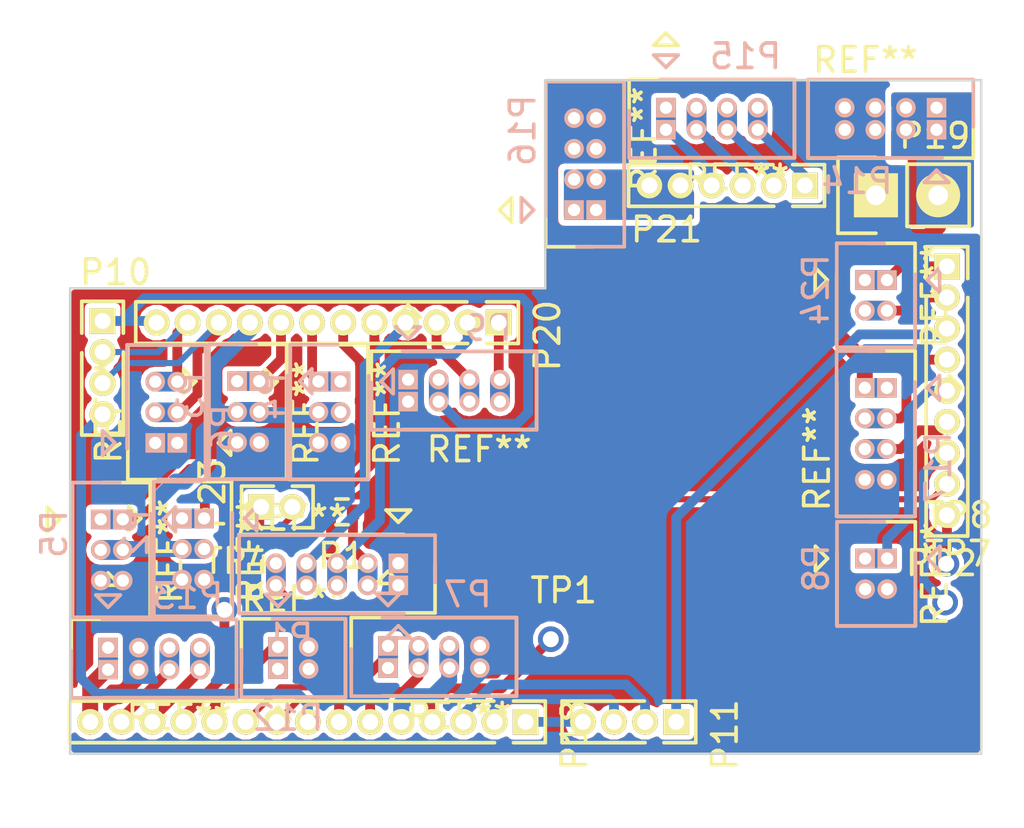
<source format=kicad_pcb>
(kicad_pcb (version 4) (host pcbnew 4.0.2-stable)

  (general
    (links 232)
    (no_connects 0)
    (area 61.749999 96.949999 99.050001 124.550001)
    (thickness 1.6)
    (drawings 6)
    (tracks 247)
    (zones 0)
    (modules 29)
    (nets 45)
  )

  (page A4)
  (layers
    (0 F.Cu signal)
    (31 B.Cu signal)
    (32 B.Adhes user)
    (33 F.Adhes user)
    (34 B.Paste user)
    (35 F.Paste user)
    (36 B.SilkS user)
    (37 F.SilkS user)
    (38 B.Mask user)
    (39 F.Mask user)
    (40 Dwgs.User user)
    (41 Cmts.User user)
    (42 Eco1.User user)
    (43 Eco2.User user)
    (44 Edge.Cuts user)
    (45 Margin user)
    (46 B.CrtYd user)
    (47 F.CrtYd user)
    (48 B.Fab user)
    (49 F.Fab user)
  )

  (setup
    (last_trace_width 0.4)
    (user_trace_width 0.25)
    (user_trace_width 0.4)
    (user_trace_width 0.65)
    (user_trace_width 0.8)
    (trace_clearance 0.2)
    (zone_clearance 0.25)
    (zone_45_only no)
    (trace_min 0.2)
    (segment_width 0.2)
    (edge_width 0.1)
    (via_size 0.6)
    (via_drill 0.4)
    (via_min_size 0.4)
    (via_min_drill 0.3)
    (uvia_size 0.3)
    (uvia_drill 0.1)
    (uvias_allowed no)
    (uvia_min_size 0.2)
    (uvia_min_drill 0.1)
    (pcb_text_width 0.3)
    (pcb_text_size 1.5 1.5)
    (mod_edge_width 0.15)
    (mod_text_size 1 1)
    (mod_text_width 0.15)
    (pad_size 1.8 1.8)
    (pad_drill 0.8)
    (pad_to_mask_clearance 0.2)
    (aux_axis_origin 0 0)
    (visible_elements 7FFEFFFF)
    (pcbplotparams
      (layerselection 0x00030_80000001)
      (usegerberextensions false)
      (excludeedgelayer true)
      (linewidth 0.100000)
      (plotframeref false)
      (viasonmask false)
      (mode 1)
      (useauxorigin false)
      (hpglpennumber 1)
      (hpglpenspeed 20)
      (hpglpendiameter 15)
      (hpglpenoverlay 2)
      (psnegative false)
      (psa4output false)
      (plotreference true)
      (plotvalue true)
      (plotinvisibletext false)
      (padsonsilk false)
      (subtractmaskfromsilk false)
      (outputformat 1)
      (mirror false)
      (drillshape 1)
      (scaleselection 1)
      (outputdirectory ""))
  )

  (net 0 "")
  (net 1 /SRV_CAM)
  (net 2 /SRV_VOUT)
  (net 3 GND)
  (net 4 /LED_VOUT)
  (net 5 /LED_CLK)
  (net 6 /LED_DAT)
  (net 7 /BAT_INT)
  (net 8 /EP_RXD)
  (net 9 /EP_TXD)
  (net 10 /UART_VCC)
  (net 11 /UART_TX)
  (net 12 /UART_RX)
  (net 13 /FAN_TACHO)
  (net 14 /FAN_VOUT)
  (net 15 /IR_RX)
  (net 16 /IR_TX)
  (net 17 /STEP_A1)
  (net 18 /STEP_A2)
  (net 19 /STEP_B2)
  (net 20 /STEP_B1)
  (net 21 /EP_VCC)
  (net 22 VCC)
  (net 23 /HOST_INT)
  (net 24 /SRV_LOCK)
  (net 25 /SRV_BRAKE)
  (net 26 /FAN_PWM)
  (net 27 /~RESET0)
  (net 28 /~RESET1)
  (net 29 /BUTTON)
  (net 30 /TMP_INT0)
  (net 31 /A2)
  (net 32 /SDA0)
  (net 33 /SCL0)
  (net 34 /SRV_FOOT)
  (net 35 /SDA1)
  (net 36 /SCL1)
  (net 37 /PWR_INT)
  (net 38 /TMP_INT1)
  (net 39 /MISO0/STEP_STOP2)
  (net 40 /MOSI0/STEP_STOP1)
  (net 41 /SCK0/FRAME_STOP)
  (net 42 /BAT2_CTL/SCK1)
  (net 43 /CHG2_STAT/MISO1)
  (net 44 /CHG2_CTL/MOSI1)

  (net_class Default "This is the default net class."
    (clearance 0.2)
    (trace_width 0.4)
    (via_dia 0.6)
    (via_drill 0.4)
    (uvia_dia 0.3)
    (uvia_drill 0.1)
    (add_net /A2)
    (add_net /BAT2_CTL/SCK1)
    (add_net /BAT_INT)
    (add_net /BUTTON)
    (add_net /CHG2_CTL/MOSI1)
    (add_net /CHG2_STAT/MISO1)
    (add_net /EP_RXD)
    (add_net /EP_TXD)
    (add_net /FAN_PWM)
    (add_net /FAN_TACHO)
    (add_net /HOST_INT)
    (add_net /IR_RX)
    (add_net /IR_TX)
    (add_net /LED_CLK)
    (add_net /LED_DAT)
    (add_net /MISO0/STEP_STOP2)
    (add_net /MOSI0/STEP_STOP1)
    (add_net /PWR_INT)
    (add_net /SCK0/FRAME_STOP)
    (add_net /SCL0)
    (add_net /SCL1)
    (add_net /SDA0)
    (add_net /SDA1)
    (add_net /SRV_BRAKE)
    (add_net /SRV_CAM)
    (add_net /SRV_FOOT)
    (add_net /SRV_LOCK)
    (add_net /STEP_A1)
    (add_net /STEP_A2)
    (add_net /STEP_B1)
    (add_net /STEP_B2)
    (add_net /TMP_INT0)
    (add_net /TMP_INT1)
    (add_net /UART_RX)
    (add_net /UART_TX)
    (add_net /UART_VCC)
    (add_net /~RESET0)
    (add_net /~RESET1)
    (add_net GND)
  )

  (net_class PWR ""
    (clearance 0.2)
    (trace_width 0.65)
    (via_dia 0.6)
    (via_drill 0.4)
    (uvia_dia 0.3)
    (uvia_drill 0.1)
    (add_net /EP_VCC)
    (add_net /FAN_VOUT)
    (add_net /LED_VOUT)
    (add_net /SRV_VOUT)
    (add_net VCC)
  )

  (module Socket_Strips:Socket_Strip_Straight_1x02 (layer F.Cu) (tedit 5832AD3A) (tstamp 583091EC)
    (at 94.7 101.7)
    (descr "Through hole socket strip")
    (tags "socket strip")
    (path /58309076)
    (fp_text reference P19 (at 2.4 -2.425) (layer F.SilkS)
      (effects (font (size 1 1) (thickness 0.15)))
    )
    (fp_text value CONN_VCC (at 0 -3.1) (layer F.Fab)
      (effects (font (size 1 1) (thickness 0.15)))
    )
    (fp_line (start -1.55 1.55) (end 0 1.55) (layer F.SilkS) (width 0.15))
    (fp_line (start 3.81 1.27) (end 1.27 1.27) (layer F.SilkS) (width 0.15))
    (fp_line (start -1.75 -1.75) (end -1.75 1.75) (layer F.CrtYd) (width 0.05))
    (fp_line (start 4.3 -1.75) (end 4.3 1.75) (layer F.CrtYd) (width 0.05))
    (fp_line (start -1.75 -1.75) (end 4.3 -1.75) (layer F.CrtYd) (width 0.05))
    (fp_line (start -1.75 1.75) (end 4.3 1.75) (layer F.CrtYd) (width 0.05))
    (fp_line (start 1.27 1.27) (end 1.27 -1.27) (layer F.SilkS) (width 0.15))
    (fp_line (start 0 -1.55) (end -1.55 -1.55) (layer F.SilkS) (width 0.15))
    (fp_line (start -1.55 -1.55) (end -1.55 1.55) (layer F.SilkS) (width 0.15))
    (fp_line (start 1.27 -1.27) (end 3.81 -1.27) (layer F.SilkS) (width 0.15))
    (fp_line (start 3.81 -1.27) (end 3.81 1.27) (layer F.SilkS) (width 0.15))
    (pad 1 thru_hole rect (at 0 0) (size 1.8 1.8) (drill 0.8) (layers *.Cu *.Mask F.SilkS)
      (net 3 GND))
    (pad 2 thru_hole circle (at 2.54 0) (size 1.8 1.8) (drill 0.8) (layers *.Cu *.Mask F.SilkS)
      (net 22 VCC))
    (model Socket_Strips.3dshapes/Socket_Strip_Straight_Round_1x02_B1.9_L4.8.wrl
      (at (xyz 0 0 0))
      (scale (xyz 1 1 1))
      (rotate (xyz 0 0 180))
    )
  )

  (module Socket_Strips:Socket_Strip_Straight_1x06_Pitch1.27mm (layer F.Cu) (tedit 5815BCD6) (tstamp 58309215)
    (at 91.8 101.3 270)
    (descr "Through hole socket strip, pitch 1.27mm")
    (tags "socket strip")
    (path /5830906D)
    (fp_text reference P21 (at 1.8 5.65 360) (layer F.SilkS)
      (effects (font (size 1 1) (thickness 0.15)))
    )
    (fp_text value CONN3 (at 0 8.89 270) (layer F.Fab)
      (effects (font (size 1 1) (thickness 0.15)))
    )
    (fp_line (start -0.85 7.2) (end 0.85 7.2) (layer F.SilkS) (width 0.15))
    (fp_line (start 0.85 7.2) (end 0.85 1.27) (layer F.SilkS) (width 0.15))
    (fp_line (start -1.1 -1.05) (end -1.1 7.51) (layer F.CrtYd) (width 0.05))
    (fp_line (start 1.1 -1.05) (end 1.1 7.51) (layer F.CrtYd) (width 0.05))
    (fp_line (start -1.1 -1.05) (end 1.1 -1.05) (layer F.CrtYd) (width 0.05))
    (fp_line (start -1.1 7.51) (end 1.1 7.51) (layer F.CrtYd) (width 0.05))
    (fp_line (start -0.85 7.2) (end -0.85 1.3) (layer F.SilkS) (width 0.15))
    (fp_line (start 0.85 -0.8) (end -0.85 -0.8) (layer F.SilkS) (width 0.15))
    (fp_line (start -0.85 -0.8) (end -0.85 0.5) (layer F.SilkS) (width 0.15))
    (fp_line (start 0.85 -0.8) (end 0.85 0.5) (layer F.SilkS) (width 0.15))
    (pad 1 thru_hole rect (at 0 0 270) (size 1.05 1.05) (drill 0.65) (layers *.Cu *.Mask F.SilkS)
      (net 17 /STEP_A1))
    (pad 2 thru_hole circle (at 0 1.27 270) (size 1.05 1.05) (drill 0.65) (layers *.Cu *.Mask F.SilkS)
      (net 18 /STEP_A2))
    (pad 3 thru_hole circle (at 0 2.54 270) (size 1.05 1.05) (drill 0.65) (layers *.Cu *.Mask F.SilkS)
      (net 19 /STEP_B2))
    (pad 4 thru_hole circle (at 0 3.81 270) (size 1.05 1.05) (drill 0.65) (layers *.Cu *.Mask F.SilkS)
      (net 20 /STEP_B1))
    (pad 6 thru_hole circle (at 0 6.35 270) (size 1.05 1.05) (drill 0.65) (layers *.Cu *.Mask F.SilkS)
      (net 21 /EP_VCC))
    (pad 5 thru_hole circle (at 0 5.08 270) (size 1.05 1.05) (drill 0.65) (layers *.Cu *.Mask F.SilkS)
      (net 21 /EP_VCC))
    (model Socket_Strips.3dshapes/Socket_Strip_Straight_1x06_P1.27_H2.wrl
      (at (xyz 0 0 0))
      (scale (xyz 1 1 1))
      (rotate (xyz 0 0 0))
    )
  )

  (module Socket_Strips:Socket_Strip_Straight_1x09_Pitch1.27mm (layer F.Cu) (tedit 58202D55) (tstamp 58309228)
    (at 97.6 104.6)
    (descr "Through hole socket strip, pitch 1.27mm")
    (tags "socket strip")
    (path /5830906E)
    (fp_text reference P22 (at -0.225 12.125) (layer F.SilkS)
      (effects (font (size 1 1) (thickness 0.15)))
    )
    (fp_text value CONN4 (at 0 12.7) (layer F.Fab)
      (effects (font (size 1 1) (thickness 0.15)))
    )
    (fp_line (start -0.85 11.01) (end 0.85 11.01) (layer F.SilkS) (width 0.15))
    (fp_line (start 0.85 11.01) (end 0.85 1.27) (layer F.SilkS) (width 0.15))
    (fp_line (start -1.1 -1.05) (end -1.1 11.27) (layer F.CrtYd) (width 0.05))
    (fp_line (start 1.1 -1.05) (end 1.1 11.27) (layer F.CrtYd) (width 0.05))
    (fp_line (start -1.1 -1.05) (end 1.1 -1.05) (layer F.CrtYd) (width 0.05))
    (fp_line (start -1.1 11.27) (end 1.1 11.27) (layer F.CrtYd) (width 0.05))
    (fp_line (start -0.85 11.01) (end -0.85 1.3) (layer F.SilkS) (width 0.15))
    (fp_line (start 0.85 -0.8) (end -0.85 -0.8) (layer F.SilkS) (width 0.15))
    (fp_line (start -0.85 -0.8) (end -0.85 0.5) (layer F.SilkS) (width 0.15))
    (fp_line (start 0.85 -0.8) (end 0.85 0.5) (layer F.SilkS) (width 0.15))
    (pad 1 thru_hole rect (at 0 0) (size 1.05 1.05) (drill 0.65) (layers *.Cu *.Mask F.SilkS)
      (net 35 /SDA1))
    (pad 2 thru_hole circle (at 0 1.27) (size 1.05 1.05) (drill 0.65) (layers *.Cu *.Mask F.SilkS)
      (net 36 /SCL1))
    (pad 3 thru_hole circle (at 0 2.54) (size 1.05 1.05) (drill 0.65) (layers *.Cu *.Mask F.SilkS)
      (net 28 /~RESET1))
    (pad 4 thru_hole circle (at 0 3.81) (size 1.05 1.05) (drill 0.65) (layers *.Cu *.Mask F.SilkS)
      (net 16 /IR_TX))
    (pad 6 thru_hole circle (at 0 6.35) (size 1.05 1.05) (drill 0.65) (layers *.Cu *.Mask F.SilkS)
      (net 15 /IR_RX))
    (pad 7 thru_hole circle (at 0 7.62) (size 1.05 1.05) (drill 0.65) (layers *.Cu *.Mask F.SilkS)
      (net 37 /PWR_INT))
    (pad 8 thru_hole circle (at 0 8.89) (size 1.05 1.05) (drill 0.65) (layers *.Cu *.Mask F.SilkS)
      (net 23 /HOST_INT))
    (pad 5 thru_hole circle (at 0 5.08) (size 1.05 1.05) (drill 0.65) (layers *.Cu *.Mask F.SilkS)
      (net 7 /BAT_INT))
    (pad 9 thru_hole circle (at 0 10.16) (size 1.05 1.05) (drill 0.65) (layers *.Cu *.Mask F.SilkS)
      (net 38 /TMP_INT1))
    (model Socket_Strips.3dshapes/Socket_Strip_Straight_1x09_P1.27_H2.wrl
      (at (xyz 0 0 0))
      (scale (xyz 1 1 1))
      (rotate (xyz 0 0 0))
    )
  )

  (module Resistors_SMD:R_0402 (layer F.Cu) (tedit 582A0C58) (tstamp 5830924D)
    (at 72.9 114.625 180)
    (descr "Resistor SMD 0402, reflow soldering, Vishay (see dcrcw.pdf)")
    (tags "resistor 0402")
    (path /5817DB29)
    (attr smd)
    (fp_text reference R1 (at 0 -1.8 180) (layer F.SilkS)
      (effects (font (size 1 1) (thickness 0.15)))
    )
    (fp_text value 100K (at 0 1.8 180) (layer F.Fab)
      (effects (font (size 1 1) (thickness 0.15)))
    )
    (fp_line (start -0.5 0.25) (end -0.5 -0.25) (layer F.Fab) (width 0.15))
    (fp_line (start 0.5 0.25) (end -0.5 0.25) (layer F.Fab) (width 0.15))
    (fp_line (start 0.5 -0.25) (end 0.5 0.25) (layer F.Fab) (width 0.15))
    (fp_line (start -0.5 -0.25) (end 0.5 -0.25) (layer F.Fab) (width 0.15))
    (fp_line (start -0.95 -0.65) (end 0.95 -0.65) (layer F.CrtYd) (width 0.05))
    (fp_line (start -0.95 0.65) (end 0.95 0.65) (layer F.CrtYd) (width 0.05))
    (fp_line (start -0.95 -0.65) (end -0.95 0.65) (layer F.CrtYd) (width 0.05))
    (fp_line (start 0.95 -0.65) (end 0.95 0.65) (layer F.CrtYd) (width 0.05))
    (fp_line (start 0.25 -0.525) (end -0.25 -0.525) (layer F.SilkS) (width 0.15))
    (fp_line (start -0.25 0.525) (end 0.25 0.525) (layer F.SilkS) (width 0.15))
    (pad 1 smd rect (at -0.45 0 180) (size 0.5 0.6) (layers F.Cu F.Paste F.Mask)
      (net 10 /UART_VCC))
    (pad 2 smd rect (at 0.45 0 180) (size 0.5 0.6) (layers F.Cu F.Paste F.Mask)
      (net 11 /UART_TX))
    (model Resistors_SMD.3dshapes/R_0402.wrl
      (at (xyz 0 0 0))
      (scale (xyz 1 1 1))
      (rotate (xyz 0 0 0))
    )
  )

  (module Pin_Headers:Pin_Header_Straight_1x04_Pitch1.27mm (layer F.Cu) (tedit 580CF6FC) (tstamp 5830FC0C)
    (at 63.125 106.83)
    (descr "Through hole pin header, pitch 1.27mm")
    (tags "pin header")
    (path /5830CA80)
    (fp_text reference P10 (at 0.53 -1.99) (layer F.SilkS)
      (effects (font (size 1 1) (thickness 0.15)))
    )
    (fp_text value CONN_SPI0 (at 0.08 6.1) (layer F.Fab)
      (effects (font (size 1 1) (thickness 0.15)))
    )
    (fp_line (start -0.85 4.66) (end 0.85 4.66) (layer F.SilkS) (width 0.15))
    (fp_line (start 0.85 4.66) (end 0.85 1.27) (layer F.SilkS) (width 0.15))
    (fp_line (start -1.1 -1.05) (end -1.1 4.92) (layer F.CrtYd) (width 0.05))
    (fp_line (start 1.1 -1.05) (end 1.1 4.92) (layer F.CrtYd) (width 0.05))
    (fp_line (start -1.1 -1.05) (end 1.1 -1.05) (layer F.CrtYd) (width 0.05))
    (fp_line (start -1.1 4.92) (end 1.1 4.92) (layer F.CrtYd) (width 0.05))
    (fp_line (start -0.85 4.66) (end -0.85 1.3) (layer F.SilkS) (width 0.15))
    (fp_line (start 0.85 -0.8) (end -0.85 -0.8) (layer F.SilkS) (width 0.15))
    (fp_line (start -0.85 -0.8) (end -0.85 0.5) (layer F.SilkS) (width 0.15))
    (fp_line (start 0.85 -0.8) (end 0.85 0.5) (layer F.SilkS) (width 0.15))
    (pad 1 thru_hole rect (at 0 0) (size 1.05 1.05) (drill 0.65) (layers *.Cu *.Mask F.SilkS)
      (net 41 /SCK0/FRAME_STOP))
    (pad 2 thru_hole circle (at 0 1.27) (size 1.05 1.05) (drill 0.65) (layers *.Cu *.Mask F.SilkS)
      (net 39 /MISO0/STEP_STOP2))
    (pad 3 thru_hole circle (at 0 2.54) (size 1.05 1.05) (drill 0.65) (layers *.Cu *.Mask F.SilkS)
      (net 40 /MOSI0/STEP_STOP1))
    (pad 4 thru_hole circle (at 0 3.81) (size 1.05 1.05) (drill 0.65) (layers *.Cu *.Mask F.SilkS)
      (net 27 /~RESET0))
  )

  (module Pin_Headers:Pin_Header_Straight_1x04_Pitch1.27mm (layer F.Cu) (tedit 580CF6FC) (tstamp 5830FC1D)
    (at 86.545 123.2 270)
    (descr "Through hole pin header, pitch 1.27mm")
    (tags "pin header")
    (path /5830B10A)
    (fp_text reference P11 (at 0.53 -1.99 270) (layer F.SilkS)
      (effects (font (size 1 1) (thickness 0.15)))
    )
    (fp_text value CONN_SPI1 (at 0.08 6.1 270) (layer F.Fab)
      (effects (font (size 1 1) (thickness 0.15)))
    )
    (fp_line (start -0.85 4.66) (end 0.85 4.66) (layer F.SilkS) (width 0.15))
    (fp_line (start 0.85 4.66) (end 0.85 1.27) (layer F.SilkS) (width 0.15))
    (fp_line (start -1.1 -1.05) (end -1.1 4.92) (layer F.CrtYd) (width 0.05))
    (fp_line (start 1.1 -1.05) (end 1.1 4.92) (layer F.CrtYd) (width 0.05))
    (fp_line (start -1.1 -1.05) (end 1.1 -1.05) (layer F.CrtYd) (width 0.05))
    (fp_line (start -1.1 4.92) (end 1.1 4.92) (layer F.CrtYd) (width 0.05))
    (fp_line (start -0.85 4.66) (end -0.85 1.3) (layer F.SilkS) (width 0.15))
    (fp_line (start 0.85 -0.8) (end -0.85 -0.8) (layer F.SilkS) (width 0.15))
    (fp_line (start -0.85 -0.8) (end -0.85 0.5) (layer F.SilkS) (width 0.15))
    (fp_line (start 0.85 -0.8) (end 0.85 0.5) (layer F.SilkS) (width 0.15))
    (pad 1 thru_hole rect (at 0 0 270) (size 1.05 1.05) (drill 0.65) (layers *.Cu *.Mask F.SilkS)
      (net 28 /~RESET1))
    (pad 2 thru_hole circle (at 0 1.27 270) (size 1.05 1.05) (drill 0.65) (layers *.Cu *.Mask F.SilkS)
      (net 42 /BAT2_CTL/SCK1))
    (pad 3 thru_hole circle (at 0 2.54 270) (size 1.05 1.05) (drill 0.65) (layers *.Cu *.Mask F.SilkS)
      (net 44 /CHG2_CTL/MOSI1))
    (pad 4 thru_hole circle (at 0 3.81 270) (size 1.05 1.05) (drill 0.65) (layers *.Cu *.Mask F.SilkS)
      (net 43 /CHG2_STAT/MISO1))
  )

  (module Pin_Headers:Pin_Header_Straight_1x02_Pitch1.27mm (layer F.Cu) (tedit 582BD3F8) (tstamp 5831861F)
    (at 69.6 114.425 90)
    (descr "Through hole pin header, pitch 1.27mm")
    (tags "pin header")
    (path /5831F3A7)
    (fp_text reference P23 (at 0.53 -1.99 90) (layer F.SilkS)
      (effects (font (size 1 1) (thickness 0.15)))
    )
    (fp_text value CONN_I2C0 (at 0 3.5 90) (layer F.Fab)
      (effects (font (size 1 1) (thickness 0.15)))
    )
    (fp_line (start -0.85 2.12) (end 0.85 2.12) (layer F.SilkS) (width 0.15))
    (fp_line (start 0.85 2.12) (end 0.85 1.27) (layer F.SilkS) (width 0.15))
    (fp_line (start -1.1 -1.05) (end -1.1 2.38) (layer F.CrtYd) (width 0.05))
    (fp_line (start 1.1 -1.05) (end 1.1 2.38) (layer F.CrtYd) (width 0.05))
    (fp_line (start -1.1 -1.05) (end 1.1 -1.05) (layer F.CrtYd) (width 0.05))
    (fp_line (start -1.1 2.38) (end 1.1 2.38) (layer F.CrtYd) (width 0.05))
    (fp_line (start -0.85 2.12) (end -0.85 1.3) (layer F.SilkS) (width 0.15))
    (fp_line (start 0.85 -0.8) (end -0.85 -0.8) (layer F.SilkS) (width 0.15))
    (fp_line (start -0.85 -0.8) (end -0.85 0.5) (layer F.SilkS) (width 0.15))
    (fp_line (start 0.85 -0.8) (end 0.85 0.5) (layer F.SilkS) (width 0.15))
    (pad 1 thru_hole rect (at 0 0 90) (size 1.05 1.05) (drill 0.65) (layers *.Cu *.Mask F.SilkS)
      (net 32 /SDA0))
    (pad 2 thru_hole circle (at 0 1.27 90) (size 1.05 1.05) (drill 0.65) (layers *.Cu *.Mask F.SilkS)
      (net 33 /SCL0))
    (model Pin_Headers.3dshapes/Pin_Header_Straight_1x02_Pitch1.27mm.wrl
      (at (xyz 0 0 0))
      (scale (xyz 1 1 1))
      (rotate (xyz 0 0 0))
    )
  )

  (module Pin_Headers:Pin_Header_Straight_1x01_Pitch1.27mm (layer F.Cu) (tedit 58309D82) (tstamp 58318630)
    (at 81.425 119.825)
    (descr "Through hole pin header, pitch 1.27mm")
    (tags "pin header")
    (path /5831940E)
    (fp_text reference TP1 (at 0.53 -1.99) (layer F.SilkS)
      (effects (font (size 1 1) (thickness 0.15)))
    )
    (fp_text value TEST_1P (at 0 1.7) (layer F.Fab)
      (effects (font (size 1 1) (thickness 0.15)))
    )
    (pad 1 thru_hole circle (at 0 0) (size 1.05 1.05) (drill 0.65) (layers *.Cu *.Mask)
      (net 30 /TMP_INT0))
  )

  (module Pin_Headers:Pin_Header_Straight_1x01_Pitch1.27mm (layer F.Cu) (tedit 58309D82) (tstamp 5831863E)
    (at 68.1 118.625)
    (descr "Through hole pin header, pitch 1.27mm")
    (tags "pin header")
    (path /58318F74)
    (fp_text reference TP4 (at 0.53 -1.99) (layer F.SilkS)
      (effects (font (size 1 1) (thickness 0.15)))
    )
    (fp_text value TEST_1P (at 0 1.7) (layer F.Fab)
      (effects (font (size 1 1) (thickness 0.15)))
    )
    (pad 1 thru_hole circle (at 0 0) (size 1.05 1.05) (drill 0.65) (layers *.Cu *.Mask)
      (net 31 /A2))
  )

  (module Pin_Headers:Pin_Header_Straight_1x01_Pitch1.27mm (layer F.Cu) (tedit 58309D82) (tstamp 58318642)
    (at 97.525 118.325)
    (descr "Through hole pin header, pitch 1.27mm")
    (tags "pin header")
    (path /58318B2F)
    (fp_text reference TP7 (at 0.53 -1.99) (layer F.SilkS)
      (effects (font (size 1 1) (thickness 0.15)))
    )
    (fp_text value TEST_1P (at 0 1.7) (layer F.Fab)
      (effects (font (size 1 1) (thickness 0.15)))
    )
    (pad 1 thru_hole circle (at 0 0) (size 1.05 1.05) (drill 0.65) (layers *.Cu *.Mask)
      (net 37 /PWR_INT))
  )

  (module Pin_Headers:Pin_Header_Straight_1x01_Pitch1.27mm (layer F.Cu) (tedit 58309D82) (tstamp 58318646)
    (at 97.575 116.75)
    (descr "Through hole pin header, pitch 1.27mm")
    (tags "pin header")
    (path /583187B9)
    (fp_text reference TP8 (at 0.53 -1.99) (layer F.SilkS)
      (effects (font (size 1 1) (thickness 0.15)))
    )
    (fp_text value TEST_1P (at 0 1.7) (layer F.Fab)
      (effects (font (size 1 1) (thickness 0.15)))
    )
    (pad 1 thru_hole circle (at 0 0) (size 1.05 1.05) (drill 0.65) (layers *.Cu *.Mask)
      (net 38 /TMP_INT1))
  )

  (module Connectors_Molex:Molex_PicoBlade_53047-0310_DoubleSide (layer B.Cu) (tedit 58311F1A) (tstamp 5831EC93)
    (at 67.27 114.89 270)
    (descr "Molex PicoBlade 1.25mm shrouded header. Vertical. 3 ways. Double Side")
    (tags "connector PicoBlade header double side")
    (path /5810356B)
    (fp_text reference P2 (at 0.6 2.8 270) (layer B.SilkS)
      (effects (font (size 1 1) (thickness 0.15)) (justify mirror))
    )
    (fp_text value CONN_SRV_CAM (at 0.05 -3.2 270) (layer B.Fab)
      (effects (font (size 1 1) (thickness 0.15)) (justify mirror))
    )
    (fp_text user REF** (at 1.3 -1.9 270) (layer F.SilkS)
      (effects (font (size 1 1) (thickness 0.15)))
    )
    (fp_line (start -1.5 0.12) (end -1.5 2.05) (layer B.SilkS) (width 0.15))
    (fp_line (start -1.5 2.05) (end 4 2.05) (layer B.SilkS) (width 0.15))
    (fp_line (start 4 2.05) (end 4 -1.15) (layer B.SilkS) (width 0.15))
    (fp_line (start 4 -1.15) (end -0.23 -1.15) (layer B.SilkS) (width 0.15))
    (fp_line (start 0 -1.65) (end 0.5 -2.15) (layer B.SilkS) (width 0.15))
    (fp_line (start 0.5 -2.15) (end -0.5 -2.15) (layer B.SilkS) (width 0.15))
    (fp_line (start -0.5 -2.15) (end 0 -1.65) (layer B.SilkS) (width 0.15))
    (fp_line (start -0.23 -1.15) (end -1.5 0.12) (layer B.Fab) (width 0.2))
    (fp_line (start -1.5 0.12) (end -1.5 2.05) (layer B.Fab) (width 0.2))
    (fp_line (start -1.5 2.05) (end 4 2.05) (layer B.Fab) (width 0.2))
    (fp_line (start 4 2.05) (end 4 -1.15) (layer B.Fab) (width 0.2))
    (fp_line (start 4 -1.15) (end -0.23 -1.15) (layer B.Fab) (width 0.2))
    (fp_line (start -1.5 0.810956) (end -1.5 -1.119044) (layer F.SilkS) (width 0.15))
    (fp_line (start -1.5 -1.119044) (end 4 -1.119044) (layer F.SilkS) (width 0.15))
    (fp_line (start 4 -1.119044) (end 4 2.080956) (layer F.SilkS) (width 0.15))
    (fp_line (start 4 2.080956) (end -0.23 2.080956) (layer F.SilkS) (width 0.15))
    (fp_line (start 0 2.580956) (end 0.5 3.080956) (layer F.SilkS) (width 0.15))
    (fp_line (start -0.5 3.080956) (end 0 2.580956) (layer F.SilkS) (width 0.15))
    (fp_line (start 0.5 3.080956) (end -0.5 3.080956) (layer F.SilkS) (width 0.15))
    (pad 1 thru_hole rect (at 0 0 270) (size 0.8 0.8) (drill 0.5) (layers *.Cu *.Mask B.SilkS)
      (net 1 /SRV_CAM))
    (pad 2 thru_hole oval (at 1.25 0 270) (size 0.8 0.8) (drill 0.5) (layers *.Cu *.Mask B.SilkS)
      (net 2 /SRV_VOUT))
    (pad 3 thru_hole oval (at 2.5 0 270) (size 0.8 0.8) (drill 0.5) (layers *.Cu *.Mask B.SilkS)
      (net 3 GND))
    (pad 2 thru_hole oval (at 1.25 0.9 270) (size 0.8 0.8) (drill 0.5) (layers *.Cu *.Mask B.SilkS)
      (net 2 /SRV_VOUT))
    (pad 3 thru_hole oval (at 2.5 0.9 270) (size 0.8 0.8) (drill 0.5) (layers *.Cu *.Mask B.SilkS)
      (net 3 GND))
    (pad 1 thru_hole rect (at 0 0.9 270) (size 0.8 0.8) (drill 0.5) (layers *.Cu *.Mask B.SilkS)
      (net 1 /SRV_CAM))
    (pad 1 smd rect (at 0 0.45 270) (size 0.8 0.9) (layers B.Cu)
      (net 1 /SRV_CAM))
    (pad 1 smd rect (at 0 0.45 270) (size 0.8 0.9) (layers F.Cu)
      (net 1 /SRV_CAM))
    (pad 2 smd rect (at 1.25 0.45 270) (size 0.8 0.9) (layers B.Cu)
      (net 2 /SRV_VOUT))
    (pad 2 smd rect (at 1.25 0.45 270) (size 0.8 0.9) (layers F.Cu)
      (net 2 /SRV_VOUT))
    (pad 3 smd rect (at 2.5 0.45 270) (size 0.8 0.9) (layers B.Cu)
      (net 3 GND))
    (pad 3 smd rect (at 2.5 0.45 270) (size 0.8 0.9) (layers F.Cu)
      (net 3 GND))
    (model Connectors_Molex.3dshapes/Molex_PicoBlade_53047-0310.wrl
      (at (xyz 0 0 0))
      (scale (xyz 1 1 1))
      (rotate (xyz 0 0 0))
    )
    (model Connectors_Molex.3dshapes/Molex_PicoBlade_53047-0310.wrl
      (at (xyz 0 0.035433 -0.07000000000000001))
      (scale (xyz 1 1 1))
      (rotate (xyz 180 0 0))
    )
  )

  (module Connectors_Molex:Molex_PicoBlade_53047-0310_DoubleSide (layer B.Cu) (tedit 58311F1A) (tstamp 5831ECB6)
    (at 69.52 109.29 270)
    (descr "Molex PicoBlade 1.25mm shrouded header. Vertical. 3 ways. Double Side")
    (tags "connector PicoBlade header double side")
    (path /581039A6)
    (fp_text reference P3 (at 0.6 2.8 270) (layer B.SilkS)
      (effects (font (size 1 1) (thickness 0.15)) (justify mirror))
    )
    (fp_text value CONN_SRV_LOCK (at 0.05 -3.2 270) (layer B.Fab)
      (effects (font (size 1 1) (thickness 0.15)) (justify mirror))
    )
    (fp_text user REF** (at 1.3 -1.9 270) (layer F.SilkS)
      (effects (font (size 1 1) (thickness 0.15)))
    )
    (fp_line (start -1.5 0.12) (end -1.5 2.05) (layer B.SilkS) (width 0.15))
    (fp_line (start -1.5 2.05) (end 4 2.05) (layer B.SilkS) (width 0.15))
    (fp_line (start 4 2.05) (end 4 -1.15) (layer B.SilkS) (width 0.15))
    (fp_line (start 4 -1.15) (end -0.23 -1.15) (layer B.SilkS) (width 0.15))
    (fp_line (start 0 -1.65) (end 0.5 -2.15) (layer B.SilkS) (width 0.15))
    (fp_line (start 0.5 -2.15) (end -0.5 -2.15) (layer B.SilkS) (width 0.15))
    (fp_line (start -0.5 -2.15) (end 0 -1.65) (layer B.SilkS) (width 0.15))
    (fp_line (start -0.23 -1.15) (end -1.5 0.12) (layer B.Fab) (width 0.2))
    (fp_line (start -1.5 0.12) (end -1.5 2.05) (layer B.Fab) (width 0.2))
    (fp_line (start -1.5 2.05) (end 4 2.05) (layer B.Fab) (width 0.2))
    (fp_line (start 4 2.05) (end 4 -1.15) (layer B.Fab) (width 0.2))
    (fp_line (start 4 -1.15) (end -0.23 -1.15) (layer B.Fab) (width 0.2))
    (fp_line (start -1.5 0.810956) (end -1.5 -1.119044) (layer F.SilkS) (width 0.15))
    (fp_line (start -1.5 -1.119044) (end 4 -1.119044) (layer F.SilkS) (width 0.15))
    (fp_line (start 4 -1.119044) (end 4 2.080956) (layer F.SilkS) (width 0.15))
    (fp_line (start 4 2.080956) (end -0.23 2.080956) (layer F.SilkS) (width 0.15))
    (fp_line (start 0 2.580956) (end 0.5 3.080956) (layer F.SilkS) (width 0.15))
    (fp_line (start -0.5 3.080956) (end 0 2.580956) (layer F.SilkS) (width 0.15))
    (fp_line (start 0.5 3.080956) (end -0.5 3.080956) (layer F.SilkS) (width 0.15))
    (pad 1 thru_hole rect (at 0 0 270) (size 0.8 0.8) (drill 0.5) (layers *.Cu *.Mask B.SilkS)
      (net 24 /SRV_LOCK))
    (pad 2 thru_hole oval (at 1.25 0 270) (size 0.8 0.8) (drill 0.5) (layers *.Cu *.Mask B.SilkS)
      (net 2 /SRV_VOUT))
    (pad 3 thru_hole oval (at 2.5 0 270) (size 0.8 0.8) (drill 0.5) (layers *.Cu *.Mask B.SilkS)
      (net 3 GND))
    (pad 2 thru_hole oval (at 1.25 0.9 270) (size 0.8 0.8) (drill 0.5) (layers *.Cu *.Mask B.SilkS)
      (net 2 /SRV_VOUT))
    (pad 3 thru_hole oval (at 2.5 0.9 270) (size 0.8 0.8) (drill 0.5) (layers *.Cu *.Mask B.SilkS)
      (net 3 GND))
    (pad 1 thru_hole rect (at 0 0.9 270) (size 0.8 0.8) (drill 0.5) (layers *.Cu *.Mask B.SilkS)
      (net 24 /SRV_LOCK))
    (pad 1 smd rect (at 0 0.45 270) (size 0.8 0.9) (layers B.Cu)
      (net 24 /SRV_LOCK))
    (pad 1 smd rect (at 0 0.45 270) (size 0.8 0.9) (layers F.Cu)
      (net 24 /SRV_LOCK))
    (pad 2 smd rect (at 1.25 0.45 270) (size 0.8 0.9) (layers B.Cu)
      (net 2 /SRV_VOUT))
    (pad 2 smd rect (at 1.25 0.45 270) (size 0.8 0.9) (layers F.Cu)
      (net 2 /SRV_VOUT))
    (pad 3 smd rect (at 2.5 0.45 270) (size 0.8 0.9) (layers B.Cu)
      (net 3 GND))
    (pad 3 smd rect (at 2.5 0.45 270) (size 0.8 0.9) (layers F.Cu)
      (net 3 GND))
    (model Connectors_Molex.3dshapes/Molex_PicoBlade_53047-0310.wrl
      (at (xyz 0 0 0))
      (scale (xyz 1 1 1))
      (rotate (xyz 0 0 0))
    )
    (model Connectors_Molex.3dshapes/Molex_PicoBlade_53047-0310.wrl
      (at (xyz 0 0.035433 -0.07000000000000001))
      (scale (xyz 1 1 1))
      (rotate (xyz 180 0 0))
    )
  )

  (module Connectors_Molex:Molex_PicoBlade_53047-0310_DoubleSide (layer B.Cu) (tedit 58311F1A) (tstamp 5831ECD9)
    (at 72.84 109.3 270)
    (descr "Molex PicoBlade 1.25mm shrouded header. Vertical. 3 ways. Double Side")
    (tags "connector PicoBlade header double side")
    (path /58103A49)
    (fp_text reference P4 (at 0.6 2.8 270) (layer B.SilkS)
      (effects (font (size 1 1) (thickness 0.15)) (justify mirror))
    )
    (fp_text value CONN_SRV_BRAKE (at 0.05 -3.2 270) (layer B.Fab)
      (effects (font (size 1 1) (thickness 0.15)) (justify mirror))
    )
    (fp_text user REF** (at 1.3 -1.9 270) (layer F.SilkS)
      (effects (font (size 1 1) (thickness 0.15)))
    )
    (fp_line (start -1.5 0.12) (end -1.5 2.05) (layer B.SilkS) (width 0.15))
    (fp_line (start -1.5 2.05) (end 4 2.05) (layer B.SilkS) (width 0.15))
    (fp_line (start 4 2.05) (end 4 -1.15) (layer B.SilkS) (width 0.15))
    (fp_line (start 4 -1.15) (end -0.23 -1.15) (layer B.SilkS) (width 0.15))
    (fp_line (start 0 -1.65) (end 0.5 -2.15) (layer B.SilkS) (width 0.15))
    (fp_line (start 0.5 -2.15) (end -0.5 -2.15) (layer B.SilkS) (width 0.15))
    (fp_line (start -0.5 -2.15) (end 0 -1.65) (layer B.SilkS) (width 0.15))
    (fp_line (start -0.23 -1.15) (end -1.5 0.12) (layer B.Fab) (width 0.2))
    (fp_line (start -1.5 0.12) (end -1.5 2.05) (layer B.Fab) (width 0.2))
    (fp_line (start -1.5 2.05) (end 4 2.05) (layer B.Fab) (width 0.2))
    (fp_line (start 4 2.05) (end 4 -1.15) (layer B.Fab) (width 0.2))
    (fp_line (start 4 -1.15) (end -0.23 -1.15) (layer B.Fab) (width 0.2))
    (fp_line (start -1.5 0.810956) (end -1.5 -1.119044) (layer F.SilkS) (width 0.15))
    (fp_line (start -1.5 -1.119044) (end 4 -1.119044) (layer F.SilkS) (width 0.15))
    (fp_line (start 4 -1.119044) (end 4 2.080956) (layer F.SilkS) (width 0.15))
    (fp_line (start 4 2.080956) (end -0.23 2.080956) (layer F.SilkS) (width 0.15))
    (fp_line (start 0 2.580956) (end 0.5 3.080956) (layer F.SilkS) (width 0.15))
    (fp_line (start -0.5 3.080956) (end 0 2.580956) (layer F.SilkS) (width 0.15))
    (fp_line (start 0.5 3.080956) (end -0.5 3.080956) (layer F.SilkS) (width 0.15))
    (pad 1 thru_hole rect (at 0 0 270) (size 0.8 0.8) (drill 0.5) (layers *.Cu *.Mask B.SilkS)
      (net 25 /SRV_BRAKE))
    (pad 2 thru_hole oval (at 1.25 0 270) (size 0.8 0.8) (drill 0.5) (layers *.Cu *.Mask B.SilkS)
      (net 2 /SRV_VOUT))
    (pad 3 thru_hole oval (at 2.5 0 270) (size 0.8 0.8) (drill 0.5) (layers *.Cu *.Mask B.SilkS)
      (net 3 GND))
    (pad 2 thru_hole oval (at 1.25 0.9 270) (size 0.8 0.8) (drill 0.5) (layers *.Cu *.Mask B.SilkS)
      (net 2 /SRV_VOUT))
    (pad 3 thru_hole oval (at 2.5 0.9 270) (size 0.8 0.8) (drill 0.5) (layers *.Cu *.Mask B.SilkS)
      (net 3 GND))
    (pad 1 thru_hole rect (at 0 0.9 270) (size 0.8 0.8) (drill 0.5) (layers *.Cu *.Mask B.SilkS)
      (net 25 /SRV_BRAKE))
    (pad 1 smd rect (at 0 0.45 270) (size 0.8 0.9) (layers B.Cu)
      (net 25 /SRV_BRAKE))
    (pad 1 smd rect (at 0 0.45 270) (size 0.8 0.9) (layers F.Cu)
      (net 25 /SRV_BRAKE))
    (pad 2 smd rect (at 1.25 0.45 270) (size 0.8 0.9) (layers B.Cu)
      (net 2 /SRV_VOUT))
    (pad 2 smd rect (at 1.25 0.45 270) (size 0.8 0.9) (layers F.Cu)
      (net 2 /SRV_VOUT))
    (pad 3 smd rect (at 2.5 0.45 270) (size 0.8 0.9) (layers B.Cu)
      (net 3 GND))
    (pad 3 smd rect (at 2.5 0.45 270) (size 0.8 0.9) (layers F.Cu)
      (net 3 GND))
    (model Connectors_Molex.3dshapes/Molex_PicoBlade_53047-0310.wrl
      (at (xyz 0 0 0))
      (scale (xyz 1 1 1))
      (rotate (xyz 0 0 0))
    )
    (model Connectors_Molex.3dshapes/Molex_PicoBlade_53047-0310.wrl
      (at (xyz 0 0.035433 -0.07000000000000001))
      (scale (xyz 1 1 1))
      (rotate (xyz 180 0 0))
    )
  )

  (module Connectors_Molex:Molex_PicoBlade_53047-0310_DoubleSide (layer B.Cu) (tedit 58311F1A) (tstamp 5831ECFC)
    (at 63.95 114.93 270)
    (descr "Molex PicoBlade 1.25mm shrouded header. Vertical. 3 ways. Double Side")
    (tags "connector PicoBlade header double side")
    (path /58103A57)
    (fp_text reference P5 (at 0.6 2.8 270) (layer B.SilkS)
      (effects (font (size 1 1) (thickness 0.15)) (justify mirror))
    )
    (fp_text value CONN_SRV_FOOT (at 0.05 -3.2 270) (layer B.Fab)
      (effects (font (size 1 1) (thickness 0.15)) (justify mirror))
    )
    (fp_text user REF** (at 1.3 -1.9 270) (layer F.SilkS)
      (effects (font (size 1 1) (thickness 0.15)))
    )
    (fp_line (start -1.5 0.12) (end -1.5 2.05) (layer B.SilkS) (width 0.15))
    (fp_line (start -1.5 2.05) (end 4 2.05) (layer B.SilkS) (width 0.15))
    (fp_line (start 4 2.05) (end 4 -1.15) (layer B.SilkS) (width 0.15))
    (fp_line (start 4 -1.15) (end -0.23 -1.15) (layer B.SilkS) (width 0.15))
    (fp_line (start 0 -1.65) (end 0.5 -2.15) (layer B.SilkS) (width 0.15))
    (fp_line (start 0.5 -2.15) (end -0.5 -2.15) (layer B.SilkS) (width 0.15))
    (fp_line (start -0.5 -2.15) (end 0 -1.65) (layer B.SilkS) (width 0.15))
    (fp_line (start -0.23 -1.15) (end -1.5 0.12) (layer B.Fab) (width 0.2))
    (fp_line (start -1.5 0.12) (end -1.5 2.05) (layer B.Fab) (width 0.2))
    (fp_line (start -1.5 2.05) (end 4 2.05) (layer B.Fab) (width 0.2))
    (fp_line (start 4 2.05) (end 4 -1.15) (layer B.Fab) (width 0.2))
    (fp_line (start 4 -1.15) (end -0.23 -1.15) (layer B.Fab) (width 0.2))
    (fp_line (start -1.5 0.810956) (end -1.5 -1.119044) (layer F.SilkS) (width 0.15))
    (fp_line (start -1.5 -1.119044) (end 4 -1.119044) (layer F.SilkS) (width 0.15))
    (fp_line (start 4 -1.119044) (end 4 2.080956) (layer F.SilkS) (width 0.15))
    (fp_line (start 4 2.080956) (end -0.23 2.080956) (layer F.SilkS) (width 0.15))
    (fp_line (start 0 2.580956) (end 0.5 3.080956) (layer F.SilkS) (width 0.15))
    (fp_line (start -0.5 3.080956) (end 0 2.580956) (layer F.SilkS) (width 0.15))
    (fp_line (start 0.5 3.080956) (end -0.5 3.080956) (layer F.SilkS) (width 0.15))
    (pad 1 thru_hole rect (at 0 0 270) (size 0.8 0.8) (drill 0.5) (layers *.Cu *.Mask B.SilkS)
      (net 34 /SRV_FOOT))
    (pad 2 thru_hole oval (at 1.25 0 270) (size 0.8 0.8) (drill 0.5) (layers *.Cu *.Mask B.SilkS)
      (net 2 /SRV_VOUT))
    (pad 3 thru_hole oval (at 2.5 0 270) (size 0.8 0.8) (drill 0.5) (layers *.Cu *.Mask B.SilkS)
      (net 3 GND))
    (pad 2 thru_hole oval (at 1.25 0.9 270) (size 0.8 0.8) (drill 0.5) (layers *.Cu *.Mask B.SilkS)
      (net 2 /SRV_VOUT))
    (pad 3 thru_hole oval (at 2.5 0.9 270) (size 0.8 0.8) (drill 0.5) (layers *.Cu *.Mask B.SilkS)
      (net 3 GND))
    (pad 1 thru_hole rect (at 0 0.9 270) (size 0.8 0.8) (drill 0.5) (layers *.Cu *.Mask B.SilkS)
      (net 34 /SRV_FOOT))
    (pad 1 smd rect (at 0 0.45 270) (size 0.8 0.9) (layers B.Cu)
      (net 34 /SRV_FOOT))
    (pad 1 smd rect (at 0 0.45 270) (size 0.8 0.9) (layers F.Cu)
      (net 34 /SRV_FOOT))
    (pad 2 smd rect (at 1.25 0.45 270) (size 0.8 0.9) (layers B.Cu)
      (net 2 /SRV_VOUT))
    (pad 2 smd rect (at 1.25 0.45 270) (size 0.8 0.9) (layers F.Cu)
      (net 2 /SRV_VOUT))
    (pad 3 smd rect (at 2.5 0.45 270) (size 0.8 0.9) (layers B.Cu)
      (net 3 GND))
    (pad 3 smd rect (at 2.5 0.45 270) (size 0.8 0.9) (layers F.Cu)
      (net 3 GND))
    (model Connectors_Molex.3dshapes/Molex_PicoBlade_53047-0310.wrl
      (at (xyz 0 0 0))
      (scale (xyz 1 1 1))
      (rotate (xyz 0 0 0))
    )
    (model Connectors_Molex.3dshapes/Molex_PicoBlade_53047-0310.wrl
      (at (xyz 0 0.035433 -0.07000000000000001))
      (scale (xyz 1 1 1))
      (rotate (xyz 180 0 0))
    )
  )

  (module Connectors_Molex:Molex_PicoBlade_53047-0310_DoubleSide (layer B.Cu) (tedit 58311F1A) (tstamp 5831ED1F)
    (at 65.275 111.81 90)
    (descr "Molex PicoBlade 1.25mm shrouded header. Vertical. 3 ways. Double Side")
    (tags "connector PicoBlade header double side")
    (path /581067C5)
    (fp_text reference P6 (at 0.6 2.8 90) (layer B.SilkS)
      (effects (font (size 1 1) (thickness 0.15)) (justify mirror))
    )
    (fp_text value CONN_STEP_STOP (at 0.05 -3.2 90) (layer B.Fab)
      (effects (font (size 1 1) (thickness 0.15)) (justify mirror))
    )
    (fp_text user REF** (at 1.3 -1.9 90) (layer F.SilkS)
      (effects (font (size 1 1) (thickness 0.15)))
    )
    (fp_line (start -1.5 0.12) (end -1.5 2.05) (layer B.SilkS) (width 0.15))
    (fp_line (start -1.5 2.05) (end 4 2.05) (layer B.SilkS) (width 0.15))
    (fp_line (start 4 2.05) (end 4 -1.15) (layer B.SilkS) (width 0.15))
    (fp_line (start 4 -1.15) (end -0.23 -1.15) (layer B.SilkS) (width 0.15))
    (fp_line (start 0 -1.65) (end 0.5 -2.15) (layer B.SilkS) (width 0.15))
    (fp_line (start 0.5 -2.15) (end -0.5 -2.15) (layer B.SilkS) (width 0.15))
    (fp_line (start -0.5 -2.15) (end 0 -1.65) (layer B.SilkS) (width 0.15))
    (fp_line (start -0.23 -1.15) (end -1.5 0.12) (layer B.Fab) (width 0.2))
    (fp_line (start -1.5 0.12) (end -1.5 2.05) (layer B.Fab) (width 0.2))
    (fp_line (start -1.5 2.05) (end 4 2.05) (layer B.Fab) (width 0.2))
    (fp_line (start 4 2.05) (end 4 -1.15) (layer B.Fab) (width 0.2))
    (fp_line (start 4 -1.15) (end -0.23 -1.15) (layer B.Fab) (width 0.2))
    (fp_line (start -1.5 0.810956) (end -1.5 -1.119044) (layer F.SilkS) (width 0.15))
    (fp_line (start -1.5 -1.119044) (end 4 -1.119044) (layer F.SilkS) (width 0.15))
    (fp_line (start 4 -1.119044) (end 4 2.080956) (layer F.SilkS) (width 0.15))
    (fp_line (start 4 2.080956) (end -0.23 2.080956) (layer F.SilkS) (width 0.15))
    (fp_line (start 0 2.580956) (end 0.5 3.080956) (layer F.SilkS) (width 0.15))
    (fp_line (start -0.5 3.080956) (end 0 2.580956) (layer F.SilkS) (width 0.15))
    (fp_line (start 0.5 3.080956) (end -0.5 3.080956) (layer F.SilkS) (width 0.15))
    (pad 1 thru_hole rect (at 0 0 90) (size 0.8 0.8) (drill 0.5) (layers *.Cu *.Mask B.SilkS)
      (net 3 GND))
    (pad 2 thru_hole oval (at 1.25 0 90) (size 0.8 0.8) (drill 0.5) (layers *.Cu *.Mask B.SilkS)
      (net 40 /MOSI0/STEP_STOP1))
    (pad 3 thru_hole oval (at 2.5 0 90) (size 0.8 0.8) (drill 0.5) (layers *.Cu *.Mask B.SilkS)
      (net 39 /MISO0/STEP_STOP2))
    (pad 2 thru_hole oval (at 1.25 0.9 90) (size 0.8 0.8) (drill 0.5) (layers *.Cu *.Mask B.SilkS)
      (net 40 /MOSI0/STEP_STOP1))
    (pad 3 thru_hole oval (at 2.5 0.9 90) (size 0.8 0.8) (drill 0.5) (layers *.Cu *.Mask B.SilkS)
      (net 39 /MISO0/STEP_STOP2))
    (pad 1 thru_hole rect (at 0 0.9 90) (size 0.8 0.8) (drill 0.5) (layers *.Cu *.Mask B.SilkS)
      (net 3 GND))
    (pad 1 smd rect (at 0 0.45 90) (size 0.8 0.9) (layers B.Cu)
      (net 3 GND))
    (pad 1 smd rect (at 0 0.45 90) (size 0.8 0.9) (layers F.Cu)
      (net 3 GND))
    (pad 2 smd rect (at 1.25 0.45 90) (size 0.8 0.9) (layers B.Cu)
      (net 40 /MOSI0/STEP_STOP1))
    (pad 2 smd rect (at 1.25 0.45 90) (size 0.8 0.9) (layers F.Cu)
      (net 40 /MOSI0/STEP_STOP1))
    (pad 3 smd rect (at 2.5 0.45 90) (size 0.8 0.9) (layers B.Cu)
      (net 39 /MISO0/STEP_STOP2))
    (pad 3 smd rect (at 2.5 0.45 90) (size 0.8 0.9) (layers F.Cu)
      (net 39 /MISO0/STEP_STOP2))
    (model Connectors_Molex.3dshapes/Molex_PicoBlade_53047-0310.wrl
      (at (xyz 0 0 0))
      (scale (xyz 1 1 1))
      (rotate (xyz 0 0 0))
    )
    (model Connectors_Molex.3dshapes/Molex_PicoBlade_53047-0310.wrl
      (at (xyz 0 0.035433 -0.07000000000000001))
      (scale (xyz 1 1 1))
      (rotate (xyz 180 0 0))
    )
  )

  (module Connectors_Molex:Molex_PicoBlade_53047-0410_DoubleSide (layer B.Cu) (tedit 58311E63) (tstamp 5831ED42)
    (at 74.78 120.1)
    (descr "Molex PicoBlade 1.25mm shrouded header. Vertical. 4 ways. Double Side")
    (tags "connector PicoBlade header double side")
    (path /58103F3A)
    (fp_text reference P7 (at 3.25 -2.1) (layer B.SilkS)
      (effects (font (size 1 1) (thickness 0.15)) (justify mirror))
    )
    (fp_text value CONN_FAN (at 1.65 4.45) (layer B.Fab)
      (effects (font (size 1 1) (thickness 0.15)) (justify mirror))
    )
    (fp_text user REF** (at 2.9 2.85) (layer F.SilkS)
      (effects (font (size 1 1) (thickness 0.15)))
    )
    (fp_line (start -1.5 0.12) (end -1.5 2.05) (layer B.SilkS) (width 0.15))
    (fp_line (start -1.5 2.05) (end 5.25 2.05) (layer B.SilkS) (width 0.15))
    (fp_line (start 5.25 2.05) (end 5.25 -1.15) (layer B.SilkS) (width 0.15))
    (fp_line (start 5.25 -1.15) (end -0.23 -1.15) (layer B.SilkS) (width 0.15))
    (fp_line (start 0 -1.65) (end 0.5 -2.15) (layer B.SilkS) (width 0.15))
    (fp_line (start 0.5 -2.15) (end -0.5 -2.15) (layer B.SilkS) (width 0.15))
    (fp_line (start -0.5 -2.15) (end 0 -1.65) (layer B.SilkS) (width 0.15))
    (fp_line (start -0.23 -1.15) (end -1.5 0.12) (layer B.Fab) (width 0.2))
    (fp_line (start -1.5 0.12) (end -1.5 2.05) (layer B.Fab) (width 0.2))
    (fp_line (start -1.5 2.05) (end 5.25 2.05) (layer B.Fab) (width 0.2))
    (fp_line (start 5.25 2.05) (end 5.25 -1.15) (layer B.Fab) (width 0.2))
    (fp_line (start 5.25 -1.15) (end -0.23 -1.15) (layer B.Fab) (width 0.2))
    (fp_line (start -1.502567 -1.157447) (end 5.247433 -1.157447) (layer F.SilkS) (width 0.15))
    (fp_line (start -1.502567 0.772553) (end -1.502567 -1.157447) (layer F.SilkS) (width 0.15))
    (fp_line (start 5.247433 2.042553) (end -0.232567 2.042553) (layer F.SilkS) (width 0.15))
    (fp_line (start 5.247433 -1.157447) (end 5.247433 2.042553) (layer F.SilkS) (width 0.15))
    (fp_line (start 0.5 -2.55) (end -0.5 -2.55) (layer F.SilkS) (width 0.15))
    (fp_line (start 0 -3.05) (end 0.5 -2.55) (layer F.SilkS) (width 0.15))
    (fp_line (start -0.5 -2.55) (end 0 -3.05) (layer F.SilkS) (width 0.15))
    (pad 1 thru_hole rect (at 0 0) (size 0.8 0.8) (drill 0.5) (layers *.Cu *.Mask B.SilkS)
      (net 26 /FAN_PWM))
    (pad 2 thru_hole oval (at 1.25 0) (size 0.8 0.8) (drill 0.5) (layers *.Cu *.Mask B.SilkS)
      (net 13 /FAN_TACHO))
    (pad 3 thru_hole oval (at 2.5 0) (size 0.8 0.8) (drill 0.5) (layers *.Cu *.Mask B.SilkS)
      (net 14 /FAN_VOUT))
    (pad 4 thru_hole oval (at 3.75 0) (size 0.8 0.8) (drill 0.5) (layers *.Cu *.Mask B.SilkS)
      (net 3 GND))
    (pad 2 thru_hole oval (at 1.25 0.9) (size 0.8 0.8) (drill 0.5) (layers *.Cu *.Mask B.SilkS)
      (net 13 /FAN_TACHO))
    (pad 3 thru_hole oval (at 2.5 0.9) (size 0.8 0.8) (drill 0.5) (layers *.Cu *.Mask B.SilkS)
      (net 14 /FAN_VOUT))
    (pad 1 thru_hole rect (at 0 0.9) (size 0.8 0.8) (drill 0.5) (layers *.Cu *.Mask B.SilkS)
      (net 26 /FAN_PWM))
    (pad 4 thru_hole oval (at 3.75 0.9) (size 0.8 0.8) (drill 0.5) (layers *.Cu *.Mask B.SilkS)
      (net 3 GND))
    (pad 1 smd rect (at 0 0.45) (size 0.8 0.9) (layers B.Cu)
      (net 26 /FAN_PWM))
    (pad 1 smd rect (at 0 0.45) (size 0.8 0.9) (layers F.Cu)
      (net 26 /FAN_PWM))
    (pad 2 smd rect (at 1.25 0.45) (size 0.8 0.9) (layers B.Cu)
      (net 13 /FAN_TACHO))
    (pad 2 smd rect (at 1.25 0.45) (size 0.8 0.9) (layers F.Cu)
      (net 13 /FAN_TACHO))
    (pad 3 smd rect (at 2.5 0.45) (size 0.8 0.9) (layers B.Cu)
      (net 14 /FAN_VOUT))
    (pad 3 smd rect (at 2.5 0.45) (size 0.8 0.9) (layers F.Cu)
      (net 14 /FAN_VOUT))
    (pad 4 smd rect (at 3.75 0.45) (size 0.8 0.9) (layers B.Cu)
      (net 3 GND))
    (pad 4 smd rect (at 3.75 0.45) (size 0.8 0.9) (layers F.Cu)
      (net 3 GND))
    (model Connectors_Molex.3dshapes/Molex_PicoBlade_53047-0410.wrl
      (at (xyz 0 0 0))
      (scale (xyz 1 1 1))
      (rotate (xyz 0 0 0))
    )
    (model Connectors_Molex.3dshapes/Molex_PicoBlade_53047-0410.wrl
      (at (xyz 0 0.035433 -0.07000000000000001))
      (scale (xyz 1 1 1))
      (rotate (xyz 180 0 0))
    )
  )

  (module Connectors_Molex:Molex_PicoBlade_53047-0210_DoubleSide (layer B.Cu) (tedit 58311ECE) (tstamp 5831ED69)
    (at 95.16 116.53 270)
    (descr "Molex PicoBlade 1.25mm shrouded header. Vertical. 2 ways, Double Side")
    (tags "connector PicoBlade header double side")
    (path /58102F3F)
    (fp_text reference P8 (at 0.4 2.9 270) (layer B.SilkS)
      (effects (font (size 1 1) (thickness 0.15)) (justify mirror))
    )
    (fp_text value CONN_BAT_INT (at 0 -3.5 270) (layer B.Fab)
      (effects (font (size 1 1) (thickness 0.15)) (justify mirror))
    )
    (fp_text user REF** (at 0.65 -1.95 270) (layer F.SilkS)
      (effects (font (size 1 1) (thickness 0.15)))
    )
    (fp_line (start -1.5 0.12) (end -1.5 2.05) (layer B.SilkS) (width 0.15))
    (fp_line (start -1.5 2.05) (end 2.75 2.05) (layer B.SilkS) (width 0.15))
    (fp_line (start 2.75 2.05) (end 2.75 -1.15) (layer B.SilkS) (width 0.15))
    (fp_line (start 2.75 -1.15) (end -0.23 -1.15) (layer B.SilkS) (width 0.15))
    (fp_line (start 0 -1.65) (end 0.5 -2.15) (layer B.SilkS) (width 0.15))
    (fp_line (start 0.5 -2.15) (end -0.5 -2.15) (layer B.SilkS) (width 0.15))
    (fp_line (start -0.5 -2.15) (end 0 -1.65) (layer B.SilkS) (width 0.15))
    (fp_line (start -0.23 -1.15) (end -1.5 0.12) (layer B.Fab) (width 0.2))
    (fp_line (start -1.5 0.12) (end -1.5 2.05) (layer B.Fab) (width 0.2))
    (fp_line (start -1.5 2.05) (end 2.75 2.05) (layer B.Fab) (width 0.2))
    (fp_line (start 2.75 2.05) (end 2.75 -1.15) (layer B.Fab) (width 0.2))
    (fp_line (start 2.75 -1.15) (end -0.23 -1.15) (layer B.Fab) (width 0.2))
    (fp_line (start 2.75 2.052198) (end -0.23 2.052198) (layer F.SilkS) (width 0.15))
    (fp_line (start -1.5 0.782198) (end -1.5 -1.147802) (layer F.SilkS) (width 0.15))
    (fp_line (start -1.5 -1.147802) (end 2.75 -1.147802) (layer F.SilkS) (width 0.15))
    (fp_line (start 2.75 -1.147802) (end 2.75 2.052198) (layer F.SilkS) (width 0.15))
    (fp_line (start 0 2.432136) (end 0.5 2.932136) (layer F.SilkS) (width 0.15))
    (fp_line (start 0.5 2.932136) (end -0.5 2.932136) (layer F.SilkS) (width 0.15))
    (fp_line (start -0.5 2.932136) (end 0 2.432136) (layer F.SilkS) (width 0.15))
    (pad 1 thru_hole rect (at 0 0 270) (size 0.8 0.8) (drill 0.5) (layers *.Cu *.Mask B.SilkS)
      (net 7 /BAT_INT))
    (pad 2 thru_hole oval (at 1.25 0 270) (size 0.8 0.8) (drill 0.5) (layers *.Cu *.Mask B.SilkS)
      (net 3 GND))
    (pad 1 thru_hole rect (at 0 0.9 270) (size 0.8 0.8) (drill 0.5) (layers *.Cu *.Mask B.SilkS)
      (net 7 /BAT_INT))
    (pad 2 thru_hole oval (at 1.25 0.9 270) (size 0.8 0.8) (drill 0.5) (layers *.Cu *.Mask B.SilkS)
      (net 3 GND))
    (pad 2 smd rect (at 1.25 0.45 270) (size 0.8 0.9) (layers B.Cu)
      (net 3 GND))
    (pad 2 smd rect (at 1.25 0.45 270) (size 0.8 0.9) (layers F.Cu)
      (net 3 GND))
    (pad 1 smd rect (at 0 0.45 270) (size 0.8 0.9) (layers B.Cu)
      (net 7 /BAT_INT))
    (pad 1 smd rect (at 0 0.45 270) (size 0.8 0.9) (layers F.Cu)
      (net 7 /BAT_INT))
    (model Connectors_Molex.3dshapes/Molex_PicoBlade_53047-0210.wrl
      (at (xyz 0 0 0))
      (scale (xyz 1 1 1))
      (rotate (xyz 0 0 0))
    )
    (model Connectors_Molex.3dshapes/Molex_PicoBlade_53047-0210.wrl
      (at (xyz 0 0.035433 -0.07000000000000001))
      (scale (xyz 1 1 1))
      (rotate (xyz 180 0 0))
    )
  )

  (module Connectors_Molex:Molex_PicoBlade_53047-0410_DoubleSide (layer B.Cu) (tedit 58311E63) (tstamp 5831ED88)
    (at 75.6 109.225)
    (descr "Molex PicoBlade 1.25mm shrouded header. Vertical. 4 ways. Double Side")
    (tags "connector PicoBlade header double side")
    (path /581030F3)
    (fp_text reference P9 (at 3.25 -2.1) (layer B.SilkS)
      (effects (font (size 1 1) (thickness 0.15)) (justify mirror))
    )
    (fp_text value CONN_EP_UART (at 1.65 4.45) (layer B.Fab)
      (effects (font (size 1 1) (thickness 0.15)) (justify mirror))
    )
    (fp_text user REF** (at 2.9 2.85) (layer F.SilkS)
      (effects (font (size 1 1) (thickness 0.15)))
    )
    (fp_line (start -1.5 0.12) (end -1.5 2.05) (layer B.SilkS) (width 0.15))
    (fp_line (start -1.5 2.05) (end 5.25 2.05) (layer B.SilkS) (width 0.15))
    (fp_line (start 5.25 2.05) (end 5.25 -1.15) (layer B.SilkS) (width 0.15))
    (fp_line (start 5.25 -1.15) (end -0.23 -1.15) (layer B.SilkS) (width 0.15))
    (fp_line (start 0 -1.65) (end 0.5 -2.15) (layer B.SilkS) (width 0.15))
    (fp_line (start 0.5 -2.15) (end -0.5 -2.15) (layer B.SilkS) (width 0.15))
    (fp_line (start -0.5 -2.15) (end 0 -1.65) (layer B.SilkS) (width 0.15))
    (fp_line (start -0.23 -1.15) (end -1.5 0.12) (layer B.Fab) (width 0.2))
    (fp_line (start -1.5 0.12) (end -1.5 2.05) (layer B.Fab) (width 0.2))
    (fp_line (start -1.5 2.05) (end 5.25 2.05) (layer B.Fab) (width 0.2))
    (fp_line (start 5.25 2.05) (end 5.25 -1.15) (layer B.Fab) (width 0.2))
    (fp_line (start 5.25 -1.15) (end -0.23 -1.15) (layer B.Fab) (width 0.2))
    (fp_line (start -1.502567 -1.157447) (end 5.247433 -1.157447) (layer F.SilkS) (width 0.15))
    (fp_line (start -1.502567 0.772553) (end -1.502567 -1.157447) (layer F.SilkS) (width 0.15))
    (fp_line (start 5.247433 2.042553) (end -0.232567 2.042553) (layer F.SilkS) (width 0.15))
    (fp_line (start 5.247433 -1.157447) (end 5.247433 2.042553) (layer F.SilkS) (width 0.15))
    (fp_line (start 0.5 -2.55) (end -0.5 -2.55) (layer F.SilkS) (width 0.15))
    (fp_line (start 0 -3.05) (end 0.5 -2.55) (layer F.SilkS) (width 0.15))
    (fp_line (start -0.5 -2.55) (end 0 -3.05) (layer F.SilkS) (width 0.15))
    (pad 1 thru_hole rect (at 0 0) (size 0.8 0.8) (drill 0.5) (layers *.Cu *.Mask B.SilkS)
      (net 3 GND))
    (pad 2 thru_hole oval (at 1.25 0) (size 0.8 0.8) (drill 0.5) (layers *.Cu *.Mask B.SilkS)
      (net 41 /SCK0/FRAME_STOP))
    (pad 3 thru_hole oval (at 2.5 0) (size 0.8 0.8) (drill 0.5) (layers *.Cu *.Mask B.SilkS)
      (net 9 /EP_TXD))
    (pad 4 thru_hole oval (at 3.75 0) (size 0.8 0.8) (drill 0.5) (layers *.Cu *.Mask B.SilkS)
      (net 8 /EP_RXD))
    (pad 2 thru_hole oval (at 1.25 0.9) (size 0.8 0.8) (drill 0.5) (layers *.Cu *.Mask B.SilkS)
      (net 41 /SCK0/FRAME_STOP))
    (pad 3 thru_hole oval (at 2.5 0.9) (size 0.8 0.8) (drill 0.5) (layers *.Cu *.Mask B.SilkS)
      (net 9 /EP_TXD))
    (pad 1 thru_hole rect (at 0 0.9) (size 0.8 0.8) (drill 0.5) (layers *.Cu *.Mask B.SilkS)
      (net 3 GND))
    (pad 4 thru_hole oval (at 3.75 0.9) (size 0.8 0.8) (drill 0.5) (layers *.Cu *.Mask B.SilkS)
      (net 8 /EP_RXD))
    (pad 1 smd rect (at 0 0.45) (size 0.8 0.9) (layers B.Cu)
      (net 3 GND))
    (pad 1 smd rect (at 0 0.45) (size 0.8 0.9) (layers F.Cu)
      (net 3 GND))
    (pad 2 smd rect (at 1.25 0.45) (size 0.8 0.9) (layers B.Cu)
      (net 41 /SCK0/FRAME_STOP))
    (pad 2 smd rect (at 1.25 0.45) (size 0.8 0.9) (layers F.Cu)
      (net 41 /SCK0/FRAME_STOP))
    (pad 3 smd rect (at 2.5 0.45) (size 0.8 0.9) (layers B.Cu)
      (net 9 /EP_TXD))
    (pad 3 smd rect (at 2.5 0.45) (size 0.8 0.9) (layers F.Cu)
      (net 9 /EP_TXD))
    (pad 4 smd rect (at 3.75 0.45) (size 0.8 0.9) (layers B.Cu)
      (net 8 /EP_RXD))
    (pad 4 smd rect (at 3.75 0.45) (size 0.8 0.9) (layers F.Cu)
      (net 8 /EP_RXD))
    (model Connectors_Molex.3dshapes/Molex_PicoBlade_53047-0410.wrl
      (at (xyz 0 0 0))
      (scale (xyz 1 1 1))
      (rotate (xyz 0 0 0))
    )
    (model Connectors_Molex.3dshapes/Molex_PicoBlade_53047-0410.wrl
      (at (xyz 0 0.035433 -0.07000000000000001))
      (scale (xyz 1 1 1))
      (rotate (xyz 180 0 0))
    )
  )

  (module Connectors_Molex:Molex_PicoBlade_53047-0210_DoubleSide (layer B.Cu) (tedit 58311ECE) (tstamp 5831EDAF)
    (at 70.29 120.14)
    (descr "Molex PicoBlade 1.25mm shrouded header. Vertical. 2 ways, Double Side")
    (tags "connector PicoBlade header double side")
    (path /58105E75)
    (fp_text reference P12 (at 0.4 2.9) (layer B.SilkS)
      (effects (font (size 1 1) (thickness 0.15)) (justify mirror))
    )
    (fp_text value CONN_BTN (at 0 -3.5) (layer B.Fab)
      (effects (font (size 1 1) (thickness 0.15)) (justify mirror))
    )
    (fp_text user REF** (at 0.65 -1.95) (layer F.SilkS)
      (effects (font (size 1 1) (thickness 0.15)))
    )
    (fp_line (start -1.5 0.12) (end -1.5 2.05) (layer B.SilkS) (width 0.15))
    (fp_line (start -1.5 2.05) (end 2.75 2.05) (layer B.SilkS) (width 0.15))
    (fp_line (start 2.75 2.05) (end 2.75 -1.15) (layer B.SilkS) (width 0.15))
    (fp_line (start 2.75 -1.15) (end -0.23 -1.15) (layer B.SilkS) (width 0.15))
    (fp_line (start 0 -1.65) (end 0.5 -2.15) (layer B.SilkS) (width 0.15))
    (fp_line (start 0.5 -2.15) (end -0.5 -2.15) (layer B.SilkS) (width 0.15))
    (fp_line (start -0.5 -2.15) (end 0 -1.65) (layer B.SilkS) (width 0.15))
    (fp_line (start -0.23 -1.15) (end -1.5 0.12) (layer B.Fab) (width 0.2))
    (fp_line (start -1.5 0.12) (end -1.5 2.05) (layer B.Fab) (width 0.2))
    (fp_line (start -1.5 2.05) (end 2.75 2.05) (layer B.Fab) (width 0.2))
    (fp_line (start 2.75 2.05) (end 2.75 -1.15) (layer B.Fab) (width 0.2))
    (fp_line (start 2.75 -1.15) (end -0.23 -1.15) (layer B.Fab) (width 0.2))
    (fp_line (start 2.75 2.052198) (end -0.23 2.052198) (layer F.SilkS) (width 0.15))
    (fp_line (start -1.5 0.782198) (end -1.5 -1.147802) (layer F.SilkS) (width 0.15))
    (fp_line (start -1.5 -1.147802) (end 2.75 -1.147802) (layer F.SilkS) (width 0.15))
    (fp_line (start 2.75 -1.147802) (end 2.75 2.052198) (layer F.SilkS) (width 0.15))
    (fp_line (start 0 2.432136) (end 0.5 2.932136) (layer F.SilkS) (width 0.15))
    (fp_line (start 0.5 2.932136) (end -0.5 2.932136) (layer F.SilkS) (width 0.15))
    (fp_line (start -0.5 2.932136) (end 0 2.432136) (layer F.SilkS) (width 0.15))
    (pad 1 thru_hole rect (at 0 0) (size 0.8 0.8) (drill 0.5) (layers *.Cu *.Mask B.SilkS)
      (net 29 /BUTTON))
    (pad 2 thru_hole oval (at 1.25 0) (size 0.8 0.8) (drill 0.5) (layers *.Cu *.Mask B.SilkS)
      (net 3 GND))
    (pad 1 thru_hole rect (at 0 0.9) (size 0.8 0.8) (drill 0.5) (layers *.Cu *.Mask B.SilkS)
      (net 29 /BUTTON))
    (pad 2 thru_hole oval (at 1.25 0.9) (size 0.8 0.8) (drill 0.5) (layers *.Cu *.Mask B.SilkS)
      (net 3 GND))
    (pad 2 smd rect (at 1.25 0.45) (size 0.8 0.9) (layers B.Cu)
      (net 3 GND))
    (pad 2 smd rect (at 1.25 0.45) (size 0.8 0.9) (layers F.Cu)
      (net 3 GND))
    (pad 1 smd rect (at 0 0.45) (size 0.8 0.9) (layers B.Cu)
      (net 29 /BUTTON))
    (pad 1 smd rect (at 0 0.45) (size 0.8 0.9) (layers F.Cu)
      (net 29 /BUTTON))
    (model Connectors_Molex.3dshapes/Molex_PicoBlade_53047-0210.wrl
      (at (xyz 0 0 0))
      (scale (xyz 1 1 1))
      (rotate (xyz 0 0 0))
    )
    (model Connectors_Molex.3dshapes/Molex_PicoBlade_53047-0210.wrl
      (at (xyz 0 0.035433 -0.07000000000000001))
      (scale (xyz 1 1 1))
      (rotate (xyz 180 0 0))
    )
  )

  (module Connectors_Molex:Molex_PicoBlade_53047-0410_DoubleSide (layer B.Cu) (tedit 58311E63) (tstamp 5831EDCE)
    (at 63.35 120.17)
    (descr "Molex PicoBlade 1.25mm shrouded header. Vertical. 4 ways. Double Side")
    (tags "connector PicoBlade header double side")
    (path /58102E47)
    (fp_text reference P13 (at 3.25 -2.1) (layer B.SilkS)
      (effects (font (size 1 1) (thickness 0.15)) (justify mirror))
    )
    (fp_text value CONN_LED (at 1.65 4.45) (layer B.Fab)
      (effects (font (size 1 1) (thickness 0.15)) (justify mirror))
    )
    (fp_text user REF** (at 2.9 2.85) (layer F.SilkS)
      (effects (font (size 1 1) (thickness 0.15)))
    )
    (fp_line (start -1.5 0.12) (end -1.5 2.05) (layer B.SilkS) (width 0.15))
    (fp_line (start -1.5 2.05) (end 5.25 2.05) (layer B.SilkS) (width 0.15))
    (fp_line (start 5.25 2.05) (end 5.25 -1.15) (layer B.SilkS) (width 0.15))
    (fp_line (start 5.25 -1.15) (end -0.23 -1.15) (layer B.SilkS) (width 0.15))
    (fp_line (start 0 -1.65) (end 0.5 -2.15) (layer B.SilkS) (width 0.15))
    (fp_line (start 0.5 -2.15) (end -0.5 -2.15) (layer B.SilkS) (width 0.15))
    (fp_line (start -0.5 -2.15) (end 0 -1.65) (layer B.SilkS) (width 0.15))
    (fp_line (start -0.23 -1.15) (end -1.5 0.12) (layer B.Fab) (width 0.2))
    (fp_line (start -1.5 0.12) (end -1.5 2.05) (layer B.Fab) (width 0.2))
    (fp_line (start -1.5 2.05) (end 5.25 2.05) (layer B.Fab) (width 0.2))
    (fp_line (start 5.25 2.05) (end 5.25 -1.15) (layer B.Fab) (width 0.2))
    (fp_line (start 5.25 -1.15) (end -0.23 -1.15) (layer B.Fab) (width 0.2))
    (fp_line (start -1.502567 -1.157447) (end 5.247433 -1.157447) (layer F.SilkS) (width 0.15))
    (fp_line (start -1.502567 0.772553) (end -1.502567 -1.157447) (layer F.SilkS) (width 0.15))
    (fp_line (start 5.247433 2.042553) (end -0.232567 2.042553) (layer F.SilkS) (width 0.15))
    (fp_line (start 5.247433 -1.157447) (end 5.247433 2.042553) (layer F.SilkS) (width 0.15))
    (fp_line (start 0.5 -2.55) (end -0.5 -2.55) (layer F.SilkS) (width 0.15))
    (fp_line (start 0 -3.05) (end 0.5 -2.55) (layer F.SilkS) (width 0.15))
    (fp_line (start -0.5 -2.55) (end 0 -3.05) (layer F.SilkS) (width 0.15))
    (pad 1 thru_hole rect (at 0 0) (size 0.8 0.8) (drill 0.5) (layers *.Cu *.Mask B.SilkS)
      (net 4 /LED_VOUT))
    (pad 2 thru_hole oval (at 1.25 0) (size 0.8 0.8) (drill 0.5) (layers *.Cu *.Mask B.SilkS)
      (net 3 GND))
    (pad 3 thru_hole oval (at 2.5 0) (size 0.8 0.8) (drill 0.5) (layers *.Cu *.Mask B.SilkS)
      (net 5 /LED_CLK))
    (pad 4 thru_hole oval (at 3.75 0) (size 0.8 0.8) (drill 0.5) (layers *.Cu *.Mask B.SilkS)
      (net 6 /LED_DAT))
    (pad 2 thru_hole oval (at 1.25 0.9) (size 0.8 0.8) (drill 0.5) (layers *.Cu *.Mask B.SilkS)
      (net 3 GND))
    (pad 3 thru_hole oval (at 2.5 0.9) (size 0.8 0.8) (drill 0.5) (layers *.Cu *.Mask B.SilkS)
      (net 5 /LED_CLK))
    (pad 1 thru_hole rect (at 0 0.9) (size 0.8 0.8) (drill 0.5) (layers *.Cu *.Mask B.SilkS)
      (net 4 /LED_VOUT))
    (pad 4 thru_hole oval (at 3.75 0.9) (size 0.8 0.8) (drill 0.5) (layers *.Cu *.Mask B.SilkS)
      (net 6 /LED_DAT))
    (pad 1 smd rect (at 0 0.45) (size 0.8 0.9) (layers B.Cu)
      (net 4 /LED_VOUT))
    (pad 1 smd rect (at 0 0.45) (size 0.8 0.9) (layers F.Cu)
      (net 4 /LED_VOUT))
    (pad 2 smd rect (at 1.25 0.45) (size 0.8 0.9) (layers B.Cu)
      (net 3 GND))
    (pad 2 smd rect (at 1.25 0.45) (size 0.8 0.9) (layers F.Cu)
      (net 3 GND))
    (pad 3 smd rect (at 2.5 0.45) (size 0.8 0.9) (layers B.Cu)
      (net 5 /LED_CLK))
    (pad 3 smd rect (at 2.5 0.45) (size 0.8 0.9) (layers F.Cu)
      (net 5 /LED_CLK))
    (pad 4 smd rect (at 3.75 0.45) (size 0.8 0.9) (layers B.Cu)
      (net 6 /LED_DAT))
    (pad 4 smd rect (at 3.75 0.45) (size 0.8 0.9) (layers F.Cu)
      (net 6 /LED_DAT))
    (model Connectors_Molex.3dshapes/Molex_PicoBlade_53047-0410.wrl
      (at (xyz 0 0 0))
      (scale (xyz 1 1 1))
      (rotate (xyz 0 0 0))
    )
    (model Connectors_Molex.3dshapes/Molex_PicoBlade_53047-0410.wrl
      (at (xyz 0 0.035433 -0.07000000000000001))
      (scale (xyz 1 1 1))
      (rotate (xyz 180 0 0))
    )
  )

  (module Connectors_Molex:Molex_PicoBlade_53047-0410_DoubleSide (layer B.Cu) (tedit 58311E63) (tstamp 5831EDF5)
    (at 97.175 99.025 180)
    (descr "Molex PicoBlade 1.25mm shrouded header. Vertical. 4 ways. Double Side")
    (tags "connector PicoBlade header double side")
    (path /581059E9)
    (fp_text reference P14 (at 3.25 -2.1 180) (layer B.SilkS)
      (effects (font (size 1 1) (thickness 0.15)) (justify mirror))
    )
    (fp_text value CONN_VCC (at 1.65 4.45 180) (layer B.Fab)
      (effects (font (size 1 1) (thickness 0.15)) (justify mirror))
    )
    (fp_text user REF** (at 2.9 2.85 180) (layer F.SilkS)
      (effects (font (size 1 1) (thickness 0.15)))
    )
    (fp_line (start -1.5 0.12) (end -1.5 2.05) (layer B.SilkS) (width 0.15))
    (fp_line (start -1.5 2.05) (end 5.25 2.05) (layer B.SilkS) (width 0.15))
    (fp_line (start 5.25 2.05) (end 5.25 -1.15) (layer B.SilkS) (width 0.15))
    (fp_line (start 5.25 -1.15) (end -0.23 -1.15) (layer B.SilkS) (width 0.15))
    (fp_line (start 0 -1.65) (end 0.5 -2.15) (layer B.SilkS) (width 0.15))
    (fp_line (start 0.5 -2.15) (end -0.5 -2.15) (layer B.SilkS) (width 0.15))
    (fp_line (start -0.5 -2.15) (end 0 -1.65) (layer B.SilkS) (width 0.15))
    (fp_line (start -0.23 -1.15) (end -1.5 0.12) (layer B.Fab) (width 0.2))
    (fp_line (start -1.5 0.12) (end -1.5 2.05) (layer B.Fab) (width 0.2))
    (fp_line (start -1.5 2.05) (end 5.25 2.05) (layer B.Fab) (width 0.2))
    (fp_line (start 5.25 2.05) (end 5.25 -1.15) (layer B.Fab) (width 0.2))
    (fp_line (start 5.25 -1.15) (end -0.23 -1.15) (layer B.Fab) (width 0.2))
    (fp_line (start -1.502567 -1.157447) (end 5.247433 -1.157447) (layer F.SilkS) (width 0.15))
    (fp_line (start -1.502567 0.772553) (end -1.502567 -1.157447) (layer F.SilkS) (width 0.15))
    (fp_line (start 5.247433 2.042553) (end -0.232567 2.042553) (layer F.SilkS) (width 0.15))
    (fp_line (start 5.247433 -1.157447) (end 5.247433 2.042553) (layer F.SilkS) (width 0.15))
    (fp_line (start 0.5 -2.55) (end -0.5 -2.55) (layer F.SilkS) (width 0.15))
    (fp_line (start 0 -3.05) (end 0.5 -2.55) (layer F.SilkS) (width 0.15))
    (fp_line (start -0.5 -2.55) (end 0 -3.05) (layer F.SilkS) (width 0.15))
    (pad 1 thru_hole rect (at 0 0 180) (size 0.8 0.8) (drill 0.5) (layers *.Cu *.Mask B.SilkS)
      (net 22 VCC))
    (pad 2 thru_hole oval (at 1.25 0 180) (size 0.8 0.8) (drill 0.5) (layers *.Cu *.Mask B.SilkS)
      (net 22 VCC))
    (pad 3 thru_hole oval (at 2.5 0 180) (size 0.8 0.8) (drill 0.5) (layers *.Cu *.Mask B.SilkS)
      (net 3 GND))
    (pad 4 thru_hole oval (at 3.75 0 180) (size 0.8 0.8) (drill 0.5) (layers *.Cu *.Mask B.SilkS)
      (net 3 GND))
    (pad 2 thru_hole oval (at 1.25 0.9 180) (size 0.8 0.8) (drill 0.5) (layers *.Cu *.Mask B.SilkS)
      (net 22 VCC))
    (pad 3 thru_hole oval (at 2.5 0.9 180) (size 0.8 0.8) (drill 0.5) (layers *.Cu *.Mask B.SilkS)
      (net 3 GND))
    (pad 1 thru_hole rect (at 0 0.9 180) (size 0.8 0.8) (drill 0.5) (layers *.Cu *.Mask B.SilkS)
      (net 22 VCC))
    (pad 4 thru_hole oval (at 3.75 0.9 180) (size 0.8 0.8) (drill 0.5) (layers *.Cu *.Mask B.SilkS)
      (net 3 GND))
    (pad 1 smd rect (at 0 0.45 180) (size 0.8 0.9) (layers B.Cu)
      (net 22 VCC))
    (pad 1 smd rect (at 0 0.45 180) (size 0.8 0.9) (layers F.Cu)
      (net 22 VCC))
    (pad 2 smd rect (at 1.25 0.45 180) (size 0.8 0.9) (layers B.Cu)
      (net 22 VCC))
    (pad 2 smd rect (at 1.25 0.45 180) (size 0.8 0.9) (layers F.Cu)
      (net 22 VCC))
    (pad 3 smd rect (at 2.5 0.45 180) (size 0.8 0.9) (layers B.Cu)
      (net 3 GND))
    (pad 3 smd rect (at 2.5 0.45 180) (size 0.8 0.9) (layers F.Cu)
      (net 3 GND))
    (pad 4 smd rect (at 3.75 0.45 180) (size 0.8 0.9) (layers B.Cu)
      (net 3 GND))
    (pad 4 smd rect (at 3.75 0.45 180) (size 0.8 0.9) (layers F.Cu)
      (net 3 GND))
    (model Connectors_Molex.3dshapes/Molex_PicoBlade_53047-0410.wrl
      (at (xyz 0 0 0))
      (scale (xyz 1 1 1))
      (rotate (xyz 0 0 0))
    )
    (model Connectors_Molex.3dshapes/Molex_PicoBlade_53047-0410.wrl
      (at (xyz 0 0.035433 -0.07000000000000001))
      (scale (xyz 1 1 1))
      (rotate (xyz 180 0 0))
    )
  )

  (module Connectors_Molex:Molex_PicoBlade_53047-0410_DoubleSide (layer B.Cu) (tedit 58311E63) (tstamp 5831EE1C)
    (at 86.125 98.125)
    (descr "Molex PicoBlade 1.25mm shrouded header. Vertical. 4 ways. Double Side")
    (tags "connector PicoBlade header double side")
    (path /58104CB0)
    (fp_text reference P15 (at 3.25 -2.1) (layer B.SilkS)
      (effects (font (size 1 1) (thickness 0.15)) (justify mirror))
    )
    (fp_text value CONN_STEP (at 1.65 4.45) (layer B.Fab)
      (effects (font (size 1 1) (thickness 0.15)) (justify mirror))
    )
    (fp_text user REF** (at 2.9 2.85) (layer F.SilkS)
      (effects (font (size 1 1) (thickness 0.15)))
    )
    (fp_line (start -1.5 0.12) (end -1.5 2.05) (layer B.SilkS) (width 0.15))
    (fp_line (start -1.5 2.05) (end 5.25 2.05) (layer B.SilkS) (width 0.15))
    (fp_line (start 5.25 2.05) (end 5.25 -1.15) (layer B.SilkS) (width 0.15))
    (fp_line (start 5.25 -1.15) (end -0.23 -1.15) (layer B.SilkS) (width 0.15))
    (fp_line (start 0 -1.65) (end 0.5 -2.15) (layer B.SilkS) (width 0.15))
    (fp_line (start 0.5 -2.15) (end -0.5 -2.15) (layer B.SilkS) (width 0.15))
    (fp_line (start -0.5 -2.15) (end 0 -1.65) (layer B.SilkS) (width 0.15))
    (fp_line (start -0.23 -1.15) (end -1.5 0.12) (layer B.Fab) (width 0.2))
    (fp_line (start -1.5 0.12) (end -1.5 2.05) (layer B.Fab) (width 0.2))
    (fp_line (start -1.5 2.05) (end 5.25 2.05) (layer B.Fab) (width 0.2))
    (fp_line (start 5.25 2.05) (end 5.25 -1.15) (layer B.Fab) (width 0.2))
    (fp_line (start 5.25 -1.15) (end -0.23 -1.15) (layer B.Fab) (width 0.2))
    (fp_line (start -1.502567 -1.157447) (end 5.247433 -1.157447) (layer F.SilkS) (width 0.15))
    (fp_line (start -1.502567 0.772553) (end -1.502567 -1.157447) (layer F.SilkS) (width 0.15))
    (fp_line (start 5.247433 2.042553) (end -0.232567 2.042553) (layer F.SilkS) (width 0.15))
    (fp_line (start 5.247433 -1.157447) (end 5.247433 2.042553) (layer F.SilkS) (width 0.15))
    (fp_line (start 0.5 -2.55) (end -0.5 -2.55) (layer F.SilkS) (width 0.15))
    (fp_line (start 0 -3.05) (end 0.5 -2.55) (layer F.SilkS) (width 0.15))
    (fp_line (start -0.5 -2.55) (end 0 -3.05) (layer F.SilkS) (width 0.15))
    (pad 1 thru_hole rect (at 0 0) (size 0.8 0.8) (drill 0.5) (layers *.Cu *.Mask B.SilkS)
      (net 20 /STEP_B1))
    (pad 2 thru_hole oval (at 1.25 0) (size 0.8 0.8) (drill 0.5) (layers *.Cu *.Mask B.SilkS)
      (net 19 /STEP_B2))
    (pad 3 thru_hole oval (at 2.5 0) (size 0.8 0.8) (drill 0.5) (layers *.Cu *.Mask B.SilkS)
      (net 18 /STEP_A2))
    (pad 4 thru_hole oval (at 3.75 0) (size 0.8 0.8) (drill 0.5) (layers *.Cu *.Mask B.SilkS)
      (net 17 /STEP_A1))
    (pad 2 thru_hole oval (at 1.25 0.9) (size 0.8 0.8) (drill 0.5) (layers *.Cu *.Mask B.SilkS)
      (net 19 /STEP_B2))
    (pad 3 thru_hole oval (at 2.5 0.9) (size 0.8 0.8) (drill 0.5) (layers *.Cu *.Mask B.SilkS)
      (net 18 /STEP_A2))
    (pad 1 thru_hole rect (at 0 0.9) (size 0.8 0.8) (drill 0.5) (layers *.Cu *.Mask B.SilkS)
      (net 20 /STEP_B1))
    (pad 4 thru_hole oval (at 3.75 0.9) (size 0.8 0.8) (drill 0.5) (layers *.Cu *.Mask B.SilkS)
      (net 17 /STEP_A1))
    (pad 1 smd rect (at 0 0.45) (size 0.8 0.9) (layers B.Cu)
      (net 20 /STEP_B1))
    (pad 1 smd rect (at 0 0.45) (size 0.8 0.9) (layers F.Cu)
      (net 20 /STEP_B1))
    (pad 2 smd rect (at 1.25 0.45) (size 0.8 0.9) (layers B.Cu)
      (net 19 /STEP_B2))
    (pad 2 smd rect (at 1.25 0.45) (size 0.8 0.9) (layers F.Cu)
      (net 19 /STEP_B2))
    (pad 3 smd rect (at 2.5 0.45) (size 0.8 0.9) (layers B.Cu)
      (net 18 /STEP_A2))
    (pad 3 smd rect (at 2.5 0.45) (size 0.8 0.9) (layers F.Cu)
      (net 18 /STEP_A2))
    (pad 4 smd rect (at 3.75 0.45) (size 0.8 0.9) (layers B.Cu)
      (net 17 /STEP_A1))
    (pad 4 smd rect (at 3.75 0.45) (size 0.8 0.9) (layers F.Cu)
      (net 17 /STEP_A1))
    (model Connectors_Molex.3dshapes/Molex_PicoBlade_53047-0410.wrl
      (at (xyz 0 0 0))
      (scale (xyz 1 1 1))
      (rotate (xyz 0 0 0))
    )
    (model Connectors_Molex.3dshapes/Molex_PicoBlade_53047-0410.wrl
      (at (xyz 0 0.035433 -0.07000000000000001))
      (scale (xyz 1 1 1))
      (rotate (xyz 180 0 0))
    )
  )

  (module Connectors_Molex:Molex_PicoBlade_53047-0410_DoubleSide (layer B.Cu) (tedit 58311E63) (tstamp 5831EE43)
    (at 82.375 102.3 90)
    (descr "Molex PicoBlade 1.25mm shrouded header. Vertical. 4 ways. Double Side")
    (tags "connector PicoBlade header double side")
    (path /58105363)
    (fp_text reference P16 (at 3.25 -2.1 90) (layer B.SilkS)
      (effects (font (size 1 1) (thickness 0.15)) (justify mirror))
    )
    (fp_text value CONN_EP_VCC (at 1.65 4.45 90) (layer B.Fab)
      (effects (font (size 1 1) (thickness 0.15)) (justify mirror))
    )
    (fp_text user REF** (at 2.9 2.85 90) (layer F.SilkS)
      (effects (font (size 1 1) (thickness 0.15)))
    )
    (fp_line (start -1.5 0.12) (end -1.5 2.05) (layer B.SilkS) (width 0.15))
    (fp_line (start -1.5 2.05) (end 5.25 2.05) (layer B.SilkS) (width 0.15))
    (fp_line (start 5.25 2.05) (end 5.25 -1.15) (layer B.SilkS) (width 0.15))
    (fp_line (start 5.25 -1.15) (end -0.23 -1.15) (layer B.SilkS) (width 0.15))
    (fp_line (start 0 -1.65) (end 0.5 -2.15) (layer B.SilkS) (width 0.15))
    (fp_line (start 0.5 -2.15) (end -0.5 -2.15) (layer B.SilkS) (width 0.15))
    (fp_line (start -0.5 -2.15) (end 0 -1.65) (layer B.SilkS) (width 0.15))
    (fp_line (start -0.23 -1.15) (end -1.5 0.12) (layer B.Fab) (width 0.2))
    (fp_line (start -1.5 0.12) (end -1.5 2.05) (layer B.Fab) (width 0.2))
    (fp_line (start -1.5 2.05) (end 5.25 2.05) (layer B.Fab) (width 0.2))
    (fp_line (start 5.25 2.05) (end 5.25 -1.15) (layer B.Fab) (width 0.2))
    (fp_line (start 5.25 -1.15) (end -0.23 -1.15) (layer B.Fab) (width 0.2))
    (fp_line (start -1.502567 -1.157447) (end 5.247433 -1.157447) (layer F.SilkS) (width 0.15))
    (fp_line (start -1.502567 0.772553) (end -1.502567 -1.157447) (layer F.SilkS) (width 0.15))
    (fp_line (start 5.247433 2.042553) (end -0.232567 2.042553) (layer F.SilkS) (width 0.15))
    (fp_line (start 5.247433 -1.157447) (end 5.247433 2.042553) (layer F.SilkS) (width 0.15))
    (fp_line (start 0.5 -2.55) (end -0.5 -2.55) (layer F.SilkS) (width 0.15))
    (fp_line (start 0 -3.05) (end 0.5 -2.55) (layer F.SilkS) (width 0.15))
    (fp_line (start -0.5 -2.55) (end 0 -3.05) (layer F.SilkS) (width 0.15))
    (pad 1 thru_hole rect (at 0 0 90) (size 0.8 0.8) (drill 0.5) (layers *.Cu *.Mask B.SilkS)
      (net 21 /EP_VCC))
    (pad 2 thru_hole oval (at 1.25 0 90) (size 0.8 0.8) (drill 0.5) (layers *.Cu *.Mask B.SilkS)
      (net 21 /EP_VCC))
    (pad 3 thru_hole oval (at 2.5 0 90) (size 0.8 0.8) (drill 0.5) (layers *.Cu *.Mask B.SilkS)
      (net 3 GND))
    (pad 4 thru_hole oval (at 3.75 0 90) (size 0.8 0.8) (drill 0.5) (layers *.Cu *.Mask B.SilkS)
      (net 3 GND))
    (pad 2 thru_hole oval (at 1.25 0.9 90) (size 0.8 0.8) (drill 0.5) (layers *.Cu *.Mask B.SilkS)
      (net 21 /EP_VCC))
    (pad 3 thru_hole oval (at 2.5 0.9 90) (size 0.8 0.8) (drill 0.5) (layers *.Cu *.Mask B.SilkS)
      (net 3 GND))
    (pad 1 thru_hole rect (at 0 0.9 90) (size 0.8 0.8) (drill 0.5) (layers *.Cu *.Mask B.SilkS)
      (net 21 /EP_VCC))
    (pad 4 thru_hole oval (at 3.75 0.9 90) (size 0.8 0.8) (drill 0.5) (layers *.Cu *.Mask B.SilkS)
      (net 3 GND))
    (pad 1 smd rect (at 0 0.45 90) (size 0.8 0.9) (layers B.Cu)
      (net 21 /EP_VCC))
    (pad 1 smd rect (at 0 0.45 90) (size 0.8 0.9) (layers F.Cu)
      (net 21 /EP_VCC))
    (pad 2 smd rect (at 1.25 0.45 90) (size 0.8 0.9) (layers B.Cu)
      (net 21 /EP_VCC))
    (pad 2 smd rect (at 1.25 0.45 90) (size 0.8 0.9) (layers F.Cu)
      (net 21 /EP_VCC))
    (pad 3 smd rect (at 2.5 0.45 90) (size 0.8 0.9) (layers B.Cu)
      (net 3 GND))
    (pad 3 smd rect (at 2.5 0.45 90) (size 0.8 0.9) (layers F.Cu)
      (net 3 GND))
    (pad 4 smd rect (at 3.75 0.45 90) (size 0.8 0.9) (layers B.Cu)
      (net 3 GND))
    (pad 4 smd rect (at 3.75 0.45 90) (size 0.8 0.9) (layers F.Cu)
      (net 3 GND))
    (model Connectors_Molex.3dshapes/Molex_PicoBlade_53047-0410.wrl
      (at (xyz 0 0 0))
      (scale (xyz 1 1 1))
      (rotate (xyz 0 0 0))
    )
    (model Connectors_Molex.3dshapes/Molex_PicoBlade_53047-0410.wrl
      (at (xyz 0 0.035433 -0.07000000000000001))
      (scale (xyz 1 1 1))
      (rotate (xyz 180 0 0))
    )
  )

  (module Connectors_Molex:Molex_PicoBlade_53047-0410_DoubleSide (layer B.Cu) (tedit 58311E63) (tstamp 5831EE6A)
    (at 95.145 109.56 270)
    (descr "Molex PicoBlade 1.25mm shrouded header. Vertical. 4 ways. Double Side")
    (tags "connector PicoBlade header double side")
    (path /581048D1)
    (fp_text reference P17 (at 3.25 -2.1 270) (layer B.SilkS)
      (effects (font (size 1 1) (thickness 0.15)) (justify mirror))
    )
    (fp_text value CONN_IR (at 1.65 4.45 270) (layer B.Fab)
      (effects (font (size 1 1) (thickness 0.15)) (justify mirror))
    )
    (fp_text user REF** (at 2.9 2.85 270) (layer F.SilkS)
      (effects (font (size 1 1) (thickness 0.15)))
    )
    (fp_line (start -1.5 0.12) (end -1.5 2.05) (layer B.SilkS) (width 0.15))
    (fp_line (start -1.5 2.05) (end 5.25 2.05) (layer B.SilkS) (width 0.15))
    (fp_line (start 5.25 2.05) (end 5.25 -1.15) (layer B.SilkS) (width 0.15))
    (fp_line (start 5.25 -1.15) (end -0.23 -1.15) (layer B.SilkS) (width 0.15))
    (fp_line (start 0 -1.65) (end 0.5 -2.15) (layer B.SilkS) (width 0.15))
    (fp_line (start 0.5 -2.15) (end -0.5 -2.15) (layer B.SilkS) (width 0.15))
    (fp_line (start -0.5 -2.15) (end 0 -1.65) (layer B.SilkS) (width 0.15))
    (fp_line (start -0.23 -1.15) (end -1.5 0.12) (layer B.Fab) (width 0.2))
    (fp_line (start -1.5 0.12) (end -1.5 2.05) (layer B.Fab) (width 0.2))
    (fp_line (start -1.5 2.05) (end 5.25 2.05) (layer B.Fab) (width 0.2))
    (fp_line (start 5.25 2.05) (end 5.25 -1.15) (layer B.Fab) (width 0.2))
    (fp_line (start 5.25 -1.15) (end -0.23 -1.15) (layer B.Fab) (width 0.2))
    (fp_line (start -1.502567 -1.157447) (end 5.247433 -1.157447) (layer F.SilkS) (width 0.15))
    (fp_line (start -1.502567 0.772553) (end -1.502567 -1.157447) (layer F.SilkS) (width 0.15))
    (fp_line (start 5.247433 2.042553) (end -0.232567 2.042553) (layer F.SilkS) (width 0.15))
    (fp_line (start 5.247433 -1.157447) (end 5.247433 2.042553) (layer F.SilkS) (width 0.15))
    (fp_line (start 0.5 -2.55) (end -0.5 -2.55) (layer F.SilkS) (width 0.15))
    (fp_line (start 0 -3.05) (end 0.5 -2.55) (layer F.SilkS) (width 0.15))
    (fp_line (start -0.5 -2.55) (end 0 -3.05) (layer F.SilkS) (width 0.15))
    (pad 1 thru_hole rect (at 0 0 270) (size 0.8 0.8) (drill 0.5) (layers *.Cu *.Mask B.SilkS)
      (net 22 VCC))
    (pad 2 thru_hole oval (at 1.25 0 270) (size 0.8 0.8) (drill 0.5) (layers *.Cu *.Mask B.SilkS)
      (net 16 /IR_TX))
    (pad 3 thru_hole oval (at 2.5 0 270) (size 0.8 0.8) (drill 0.5) (layers *.Cu *.Mask B.SilkS)
      (net 15 /IR_RX))
    (pad 4 thru_hole oval (at 3.75 0 270) (size 0.8 0.8) (drill 0.5) (layers *.Cu *.Mask B.SilkS)
      (net 3 GND))
    (pad 2 thru_hole oval (at 1.25 0.9 270) (size 0.8 0.8) (drill 0.5) (layers *.Cu *.Mask B.SilkS)
      (net 16 /IR_TX))
    (pad 3 thru_hole oval (at 2.5 0.9 270) (size 0.8 0.8) (drill 0.5) (layers *.Cu *.Mask B.SilkS)
      (net 15 /IR_RX))
    (pad 1 thru_hole rect (at 0 0.9 270) (size 0.8 0.8) (drill 0.5) (layers *.Cu *.Mask B.SilkS)
      (net 22 VCC))
    (pad 4 thru_hole oval (at 3.75 0.9 270) (size 0.8 0.8) (drill 0.5) (layers *.Cu *.Mask B.SilkS)
      (net 3 GND))
    (pad 1 smd rect (at 0 0.45 270) (size 0.8 0.9) (layers B.Cu)
      (net 22 VCC))
    (pad 1 smd rect (at 0 0.45 270) (size 0.8 0.9) (layers F.Cu)
      (net 22 VCC))
    (pad 2 smd rect (at 1.25 0.45 270) (size 0.8 0.9) (layers B.Cu)
      (net 16 /IR_TX))
    (pad 2 smd rect (at 1.25 0.45 270) (size 0.8 0.9) (layers F.Cu)
      (net 16 /IR_TX))
    (pad 3 smd rect (at 2.5 0.45 270) (size 0.8 0.9) (layers B.Cu)
      (net 15 /IR_RX))
    (pad 3 smd rect (at 2.5 0.45 270) (size 0.8 0.9) (layers F.Cu)
      (net 15 /IR_RX))
    (pad 4 smd rect (at 3.75 0.45 270) (size 0.8 0.9) (layers B.Cu)
      (net 3 GND))
    (pad 4 smd rect (at 3.75 0.45 270) (size 0.8 0.9) (layers F.Cu)
      (net 3 GND))
    (model Connectors_Molex.3dshapes/Molex_PicoBlade_53047-0410.wrl
      (at (xyz 0 0 0))
      (scale (xyz 1 1 1))
      (rotate (xyz 0 0 0))
    )
    (model Connectors_Molex.3dshapes/Molex_PicoBlade_53047-0410.wrl
      (at (xyz 0 0.035433 -0.07000000000000001))
      (scale (xyz 1 1 1))
      (rotate (xyz 180 0 0))
    )
  )

  (module Connectors_Molex:Molex_PicoBlade_53047-0510_DoubleSide (layer B.Cu) (tedit 5831262F) (tstamp 5831EC54)
    (at 75.2 117.625 180)
    (descr "Molex PicoBlade 1.25mm shrouded header. Vertical. 5 ways. Double Side")
    (tags "connector PicoBlade header double side")
    (path /58103220)
    (fp_text reference P1 (at 4.45 -2.1 180) (layer B.SilkS)
      (effects (font (size 1 1) (thickness 0.15)) (justify mirror))
    )
    (fp_text value CONN_UART (at 2.5 3.25 180) (layer B.Fab)
      (effects (font (size 1 1) (thickness 0.15)) (justify mirror))
    )
    (fp_text user REF** (at 4.25 2.75 180) (layer F.SilkS)
      (effects (font (size 1 1) (thickness 0.15)))
    )
    (fp_line (start -0.5 -2.15) (end 0 -1.65) (layer B.SilkS) (width 0.15))
    (fp_line (start 0 -1.65) (end 0.5 -2.15) (layer B.SilkS) (width 0.15))
    (fp_line (start 0.5 -2.15) (end -0.5 -2.15) (layer B.SilkS) (width 0.15))
    (fp_line (start 6.5 -1.15) (end -0.23 -1.15) (layer B.SilkS) (width 0.15))
    (fp_line (start 6.5 2.05) (end 6.5 -1.15) (layer B.SilkS) (width 0.15))
    (fp_line (start -1.5 0.12) (end -1.5 2.05) (layer B.SilkS) (width 0.15))
    (fp_line (start -1.5 2.05) (end 6.5 2.05) (layer B.SilkS) (width 0.15))
    (fp_line (start -1.5 0.12) (end -1.5 2.05) (layer B.Fab) (width 0.2))
    (fp_line (start -0.23 -1.15) (end -1.5 0.12) (layer B.Fab) (width 0.2))
    (fp_line (start 6.5 -1.15) (end -0.23 -1.15) (layer B.Fab) (width 0.2))
    (fp_line (start -1.5 2.05) (end 6.5 2.05) (layer B.Fab) (width 0.2))
    (fp_line (start 6.5 2.05) (end 6.5 -1.15) (layer B.Fab) (width 0.2))
    (fp_line (start 0.5 3.074746) (end -0.5 3.074746) (layer F.SilkS) (width 0.15))
    (fp_line (start 0 2.574746) (end 0.5 3.074746) (layer F.SilkS) (width 0.15))
    (fp_line (start -0.5 3.074746) (end 0 2.574746) (layer F.SilkS) (width 0.15))
    (fp_line (start 6.5 2.074746) (end -0.23 2.074746) (layer F.SilkS) (width 0.15))
    (fp_line (start 6.5 -1.125254) (end 6.5 2.074746) (layer F.SilkS) (width 0.15))
    (fp_line (start -1.5 -1.125254) (end 6.5 -1.125254) (layer F.SilkS) (width 0.15))
    (fp_line (start -1.5 0.804746) (end -1.5 -1.125254) (layer F.SilkS) (width 0.15))
    (pad 4 thru_hole oval (at 3.75 0 180) (size 0.8 0.8) (drill 0.5) (layers *.Cu *.Mask B.SilkS)
      (net 12 /UART_RX))
    (pad 3 thru_hole oval (at 2.5 0 180) (size 0.8 0.8) (drill 0.5) (layers *.Cu *.Mask B.SilkS)
      (net 11 /UART_TX))
    (pad 5 thru_hole oval (at 5 0 180) (size 0.8 0.8) (drill 0.5) (layers *.Cu *.Mask B.SilkS)
      (net 23 /HOST_INT))
    (pad 2 thru_hole oval (at 1.25 0 180) (size 0.8 0.8) (drill 0.5) (layers *.Cu *.Mask B.SilkS)
      (net 10 /UART_VCC))
    (pad 1 thru_hole rect (at 0 0 180) (size 0.8 0.8) (drill 0.5) (layers *.Cu *.Mask B.SilkS)
      (net 3 GND))
    (pad 4 thru_hole oval (at 3.75 0.9 180) (size 0.8 0.8) (drill 0.5) (layers *.Cu *.Mask B.SilkS)
      (net 12 /UART_RX))
    (pad 5 thru_hole oval (at 5 0.9 180) (size 0.8 0.8) (drill 0.5) (layers *.Cu *.Mask B.SilkS)
      (net 23 /HOST_INT))
    (pad 1 thru_hole rect (at 0 0.9 180) (size 0.8 0.8) (drill 0.5) (layers *.Cu *.Mask B.SilkS)
      (net 3 GND))
    (pad 3 thru_hole oval (at 2.5 0.9 180) (size 0.8 0.8) (drill 0.5) (layers *.Cu *.Mask B.SilkS)
      (net 11 /UART_TX))
    (pad 2 thru_hole oval (at 1.25 0.9 180) (size 0.8 0.8) (drill 0.5) (layers *.Cu *.Mask B.SilkS)
      (net 10 /UART_VCC))
    (pad 1 connect rect (at 0 0.45 180) (size 0.8 0.9) (layers B.Cu)
      (net 3 GND))
    (pad 1 connect rect (at 0 0.45 180) (size 0.8 0.9) (layers F.Cu)
      (net 3 GND))
    (pad 2 connect rect (at 1.25 0.45 180) (size 0.8 0.9) (layers B.Cu)
      (net 10 /UART_VCC))
    (pad 2 connect rect (at 1.25 0.45 180) (size 0.8 0.9) (layers F.Cu)
      (net 10 /UART_VCC))
    (pad 3 connect rect (at 2.5 0.45 180) (size 0.8 0.9) (layers B.Cu)
      (net 11 /UART_TX))
    (pad 4 connect rect (at 3.75 0.45 180) (size 0.8 0.9) (layers B.Cu)
      (net 12 /UART_RX))
    (pad 5 connect rect (at 5 0.425 180) (size 0.8 0.9) (layers B.Cu)
      (net 23 /HOST_INT))
    (pad 5 connect rect (at 5 0.425 180) (size 0.8 0.9) (layers F.Cu)
      (net 23 /HOST_INT))
    (pad 4 connect rect (at 3.75 0.45 180) (size 0.8 0.9) (layers F.Cu)
      (net 12 /UART_RX))
    (pad 3 connect rect (at 2.5 0.45 180) (size 0.8 0.9) (layers F.Cu)
      (net 11 /UART_TX))
    (model Connectors_Molex.3dshapes/Molex_PicoBlade_53047-0510.wrl
      (at (xyz 0 0 0))
      (scale (xyz 1 1 1))
      (rotate (xyz 0 0 0))
    )
    (model Connectors_Molex.3dshapes/Molex_PicoBlade_53047-0510.wrl
      (at (xyz 0 0.035433 -0.07000000000000001))
      (scale (xyz 1 1 1))
      (rotate (xyz 180 0 0))
    )
  )

  (module Connectors_Molex:Molex_PicoBlade_53047-0210_DoubleSide (layer B.Cu) (tedit 58311ECE) (tstamp 5831862F)
    (at 95.15 105.16 270)
    (descr "Molex PicoBlade 1.25mm shrouded header. Vertical. 2 ways, Double Side")
    (tags "connector PicoBlade header double side")
    (path /5831FCF4)
    (fp_text reference P24 (at 0.4 2.9 270) (layer B.SilkS)
      (effects (font (size 1 1) (thickness 0.15)) (justify mirror))
    )
    (fp_text value CONN_I2C1 (at 0 -3.5 270) (layer B.Fab)
      (effects (font (size 1 1) (thickness 0.15)) (justify mirror))
    )
    (fp_text user REF** (at 0.65 -1.95 270) (layer F.SilkS)
      (effects (font (size 1 1) (thickness 0.15)))
    )
    (fp_line (start -1.5 0.12) (end -1.5 2.05) (layer B.SilkS) (width 0.15))
    (fp_line (start -1.5 2.05) (end 2.75 2.05) (layer B.SilkS) (width 0.15))
    (fp_line (start 2.75 2.05) (end 2.75 -1.15) (layer B.SilkS) (width 0.15))
    (fp_line (start 2.75 -1.15) (end -0.23 -1.15) (layer B.SilkS) (width 0.15))
    (fp_line (start 0 -1.65) (end 0.5 -2.15) (layer B.SilkS) (width 0.15))
    (fp_line (start 0.5 -2.15) (end -0.5 -2.15) (layer B.SilkS) (width 0.15))
    (fp_line (start -0.5 -2.15) (end 0 -1.65) (layer B.SilkS) (width 0.15))
    (fp_line (start -0.23 -1.15) (end -1.5 0.12) (layer B.Fab) (width 0.2))
    (fp_line (start -1.5 0.12) (end -1.5 2.05) (layer B.Fab) (width 0.2))
    (fp_line (start -1.5 2.05) (end 2.75 2.05) (layer B.Fab) (width 0.2))
    (fp_line (start 2.75 2.05) (end 2.75 -1.15) (layer B.Fab) (width 0.2))
    (fp_line (start 2.75 -1.15) (end -0.23 -1.15) (layer B.Fab) (width 0.2))
    (fp_line (start 2.75 2.052198) (end -0.23 2.052198) (layer F.SilkS) (width 0.15))
    (fp_line (start -1.5 0.782198) (end -1.5 -1.147802) (layer F.SilkS) (width 0.15))
    (fp_line (start -1.5 -1.147802) (end 2.75 -1.147802) (layer F.SilkS) (width 0.15))
    (fp_line (start 2.75 -1.147802) (end 2.75 2.052198) (layer F.SilkS) (width 0.15))
    (fp_line (start 0 2.432136) (end 0.5 2.932136) (layer F.SilkS) (width 0.15))
    (fp_line (start 0.5 2.932136) (end -0.5 2.932136) (layer F.SilkS) (width 0.15))
    (fp_line (start -0.5 2.932136) (end 0 2.432136) (layer F.SilkS) (width 0.15))
    (pad 1 thru_hole rect (at 0 0 270) (size 0.8 0.8) (drill 0.5) (layers *.Cu *.Mask B.SilkS)
      (net 35 /SDA1))
    (pad 2 thru_hole oval (at 1.25 0 270) (size 0.8 0.8) (drill 0.5) (layers *.Cu *.Mask B.SilkS)
      (net 36 /SCL1))
    (pad 1 thru_hole rect (at 0 0.9 270) (size 0.8 0.8) (drill 0.5) (layers *.Cu *.Mask B.SilkS)
      (net 35 /SDA1))
    (pad 2 thru_hole oval (at 1.25 0.9 270) (size 0.8 0.8) (drill 0.5) (layers *.Cu *.Mask B.SilkS)
      (net 36 /SCL1))
    (pad 2 smd rect (at 1.25 0.45 270) (size 0.8 0.9) (layers B.Cu)
      (net 36 /SCL1))
    (pad 2 smd rect (at 1.25 0.45 270) (size 0.8 0.9) (layers F.Cu)
      (net 36 /SCL1))
    (pad 1 smd rect (at 0 0.45 270) (size 0.8 0.9) (layers B.Cu)
      (net 35 /SDA1))
    (pad 1 smd rect (at 0 0.45 270) (size 0.8 0.9) (layers F.Cu)
      (net 35 /SDA1))
    (model Connectors_Molex.3dshapes/Molex_PicoBlade_53047-0210.wrl
      (at (xyz 0 0 0))
      (scale (xyz 1 1 1))
      (rotate (xyz 0 0 0))
    )
    (model Connectors_Molex.3dshapes/Molex_PicoBlade_53047-0210.wrl
      (at (xyz 0 0.035433 -0.07000000000000001))
      (scale (xyz 1 1 1))
      (rotate (xyz 180 0 0))
    )
  )

  (module Socket_Strips:Socket_Strip_Straight_1x15_Pitch1.27mm (layer F.Cu) (tedit 5816262C) (tstamp 5832CB08)
    (at 80.4 123.2 270)
    (descr "Through hole socket strip, pitch 1.27mm")
    (tags "socket strip")
    (path /5830906C)
    (fp_text reference P18 (at 0.53 -1.99 270) (layer F.SilkS)
      (effects (font (size 1 1) (thickness 0.15)))
    )
    (fp_text value CONN2 (at -0.03 20.32 270) (layer F.Fab)
      (effects (font (size 1 1) (thickness 0.15)))
    )
    (fp_line (start -0.85 18.63) (end 0.85 18.63) (layer F.SilkS) (width 0.15))
    (fp_line (start 0.85 18.63) (end 0.85 1.27) (layer F.SilkS) (width 0.15))
    (fp_line (start -1.1 -1.05) (end -1.1 18.89) (layer F.CrtYd) (width 0.05))
    (fp_line (start 1.1 -1.05) (end 1.1 18.89) (layer F.CrtYd) (width 0.05))
    (fp_line (start -1.1 -1.05) (end 1.1 -1.05) (layer F.CrtYd) (width 0.05))
    (fp_line (start -1.1 18.89) (end 1.1 18.89) (layer F.CrtYd) (width 0.05))
    (fp_line (start -0.85 18.63) (end -0.85 1.3) (layer F.SilkS) (width 0.15))
    (fp_line (start 0.85 -0.8) (end -0.85 -0.8) (layer F.SilkS) (width 0.15))
    (fp_line (start -0.85 -0.8) (end -0.85 0.5) (layer F.SilkS) (width 0.15))
    (fp_line (start 0.85 -0.8) (end 0.85 0.5) (layer F.SilkS) (width 0.15))
    (pad 1 thru_hole rect (at 0 0 270) (size 1.05 1.05) (drill 0.65) (layers *.Cu *.Mask F.SilkS)
      (net 43 /CHG2_STAT/MISO1))
    (pad 2 thru_hole circle (at 0 1.27 270) (size 1.05 1.05) (drill 0.65) (layers *.Cu *.Mask F.SilkS)
      (net 44 /CHG2_CTL/MOSI1))
    (pad 3 thru_hole circle (at 0 2.54 270) (size 1.05 1.05) (drill 0.65) (layers *.Cu *.Mask F.SilkS)
      (net 42 /BAT2_CTL/SCK1))
    (pad 4 thru_hole circle (at 0 3.81 270) (size 1.05 1.05) (drill 0.65) (layers *.Cu *.Mask F.SilkS)
      (net 30 /TMP_INT0))
    (pad 6 thru_hole circle (at 0 6.35 270) (size 1.05 1.05) (drill 0.65) (layers *.Cu *.Mask F.SilkS)
      (net 13 /FAN_TACHO))
    (pad 7 thru_hole circle (at 0 7.62 270) (size 1.05 1.05) (drill 0.65) (layers *.Cu *.Mask F.SilkS)
      (net 26 /FAN_PWM))
    (pad 8 thru_hole circle (at 0 8.89 270) (size 1.05 1.05) (drill 0.65) (layers *.Cu *.Mask F.SilkS)
      (net 27 /~RESET0))
    (pad 5 thru_hole circle (at 0 5.08 270) (size 1.05 1.05) (drill 0.65) (layers *.Cu *.Mask F.SilkS)
      (net 14 /FAN_VOUT))
    (pad 14 thru_hole circle (at 0 16.51 270) (size 1.05 1.05) (drill 0.65) (layers *.Cu *.Mask F.SilkS)
      (net 5 /LED_CLK))
    (pad 12 thru_hole circle (at 0 13.97 270) (size 1.05 1.05) (drill 0.65) (layers *.Cu *.Mask F.SilkS)
      (net 31 /A2))
    (pad 13 thru_hole circle (at 0 15.24 270) (size 1.05 1.05) (drill 0.65) (layers *.Cu *.Mask F.SilkS)
      (net 6 /LED_DAT))
    (pad 10 thru_hole circle (at 0 11.43 270) (size 1.05 1.05) (drill 0.65) (layers *.Cu *.Mask F.SilkS)
      (net 32 /SDA0))
    (pad 11 thru_hole circle (at 0 12.7 270) (size 1.05 1.05) (drill 0.65) (layers *.Cu *.Mask F.SilkS)
      (net 29 /BUTTON))
    (pad 9 thru_hole circle (at 0 10.16 270) (size 1.05 1.05) (drill 0.65) (layers *.Cu *.Mask F.SilkS)
      (net 33 /SCL0))
    (pad 15 thru_hole circle (at 0 17.78 270) (size 1.05 1.05) (drill 0.65) (layers *.Cu *.Mask F.SilkS)
      (net 4 /LED_VOUT))
    (model Socket_Strips.3dshapes/Socket_Strip_Straight_1x15_P1.27_H2.wrl
      (at (xyz 0 0 0))
      (scale (xyz 1 1 1))
      (rotate (xyz 0 0 0))
    )
  )

  (module Socket_Strips:Socket_Strip_Straight_1x12_Pitch1.27mm (layer F.Cu) (tedit 5809D9CB) (tstamp 5832CB24)
    (at 79.3 106.9 270)
    (descr "Through hole socket strip, pitch 1.27mm")
    (tags "socket strip")
    (path /5830906B)
    (fp_text reference P20 (at 0.53 -1.99 270) (layer F.SilkS)
      (effects (font (size 1 1) (thickness 0.15)))
    )
    (fp_text value CONN1 (at 0 16.48 270) (layer F.Fab)
      (effects (font (size 1 1) (thickness 0.15)))
    )
    (fp_line (start -0.85 14.82) (end 0.85 14.82) (layer F.SilkS) (width 0.15))
    (fp_line (start 0.85 14.82) (end 0.85 1.27) (layer F.SilkS) (width 0.15))
    (fp_line (start -1.1 -1.05) (end -1.1 15.08) (layer F.CrtYd) (width 0.05))
    (fp_line (start 1.1 -1.05) (end 1.1 15.08) (layer F.CrtYd) (width 0.05))
    (fp_line (start -1.1 -1.05) (end 1.1 -1.05) (layer F.CrtYd) (width 0.05))
    (fp_line (start -1.1 15.08) (end 1.1 15.08) (layer F.CrtYd) (width 0.05))
    (fp_line (start -0.85 14.82) (end -0.85 1.3) (layer F.SilkS) (width 0.15))
    (fp_line (start 0.85 -0.8) (end -0.85 -0.8) (layer F.SilkS) (width 0.15))
    (fp_line (start -0.85 -0.8) (end -0.85 0.5) (layer F.SilkS) (width 0.15))
    (fp_line (start 0.85 -0.8) (end 0.85 0.5) (layer F.SilkS) (width 0.15))
    (pad 1 thru_hole rect (at 0 0 270) (size 1.05 1.05) (drill 0.65) (layers *.Cu *.Mask F.SilkS)
      (net 8 /EP_RXD))
    (pad 2 thru_hole circle (at 0 1.27 270) (size 1.05 1.05) (drill 0.65) (layers *.Cu *.Mask F.SilkS)
      (net 11 /UART_TX))
    (pad 3 thru_hole circle (at 0 2.54 270) (size 1.05 1.05) (drill 0.65) (layers *.Cu *.Mask F.SilkS)
      (net 9 /EP_TXD))
    (pad 4 thru_hole circle (at 0 3.81 270) (size 1.05 1.05) (drill 0.65) (layers *.Cu *.Mask F.SilkS)
      (net 12 /UART_RX))
    (pad 6 thru_hole circle (at 0 6.35 270) (size 1.05 1.05) (drill 0.65) (layers *.Cu *.Mask F.SilkS)
      (net 34 /SRV_FOOT))
    (pad 7 thru_hole circle (at 0 7.62 270) (size 1.05 1.05) (drill 0.65) (layers *.Cu *.Mask F.SilkS)
      (net 25 /SRV_BRAKE))
    (pad 8 thru_hole circle (at 0 8.89 270) (size 1.05 1.05) (drill 0.65) (layers *.Cu *.Mask F.SilkS)
      (net 24 /SRV_LOCK))
    (pad 5 thru_hole circle (at 0 5.08 270) (size 1.05 1.05) (drill 0.65) (layers *.Cu *.Mask F.SilkS)
      (net 1 /SRV_CAM))
    (pad 12 thru_hole circle (at 0 13.97 270) (size 1.05 1.05) (drill 0.65) (layers *.Cu *.Mask F.SilkS)
      (net 41 /SCK0/FRAME_STOP))
    (pad 10 thru_hole circle (at 0 11.43 270) (size 1.05 1.05) (drill 0.65) (layers *.Cu *.Mask F.SilkS)
      (net 40 /MOSI0/STEP_STOP1))
    (pad 11 thru_hole circle (at 0 12.7 270) (size 1.05 1.05) (drill 0.65) (layers *.Cu *.Mask F.SilkS)
      (net 39 /MISO0/STEP_STOP2))
    (pad 9 thru_hole circle (at 0 10.16 270) (size 1.05 1.05) (drill 0.65) (layers *.Cu *.Mask F.SilkS)
      (net 2 /SRV_VOUT))
    (model Socket_Strips.3dshapes/Socket_Strip_Straight_1x12_P1.27_H2.wrl
      (at (xyz 0 0 0))
      (scale (xyz 1 1 1))
      (rotate (xyz 0 0 0))
    )
  )

  (gr_line (start 99 124.5) (end 99 97) (layer Edge.Cuts) (width 0.1))
  (gr_line (start 81.2 97) (end 81.2 105.5) (layer Edge.Cuts) (width 0.1))
  (gr_line (start 99 97) (end 81.2 97) (layer Edge.Cuts) (width 0.1))
  (gr_line (start 61.8 124.5) (end 99 124.5) (layer Edge.Cuts) (width 0.1))
  (gr_line (start 61.8 105.5) (end 61.8 124.5) (layer Edge.Cuts) (width 0.1))
  (gr_line (start 81.2 105.5) (end 61.8 105.5) (layer Edge.Cuts) (width 0.1))

  (segment (start 67.3 114.025) (end 67.849989 113.475011) (width 0.4) (layer F.Cu) (net 1))
  (segment (start 74.240012 112.542533) (end 74.240012 107.662474) (width 0.4) (layer F.Cu) (net 1))
  (segment (start 73.307534 113.475011) (end 74.240012 112.542533) (width 0.4) (layer F.Cu) (net 1))
  (segment (start 74.22 107.642462) (end 74.22 106.9) (width 0.4) (layer F.Cu) (net 1))
  (segment (start 67.3 114.825) (end 67.3 114.025) (width 0.4) (layer F.Cu) (net 1))
  (segment (start 67.849989 113.475011) (end 73.307534 113.475011) (width 0.4) (layer F.Cu) (net 1))
  (segment (start 74.240012 107.662474) (end 74.22 107.642462) (width 0.4) (layer F.Cu) (net 1))
  (segment (start 66.37 116.14) (end 63.99 116.14) (width 0.65) (layer B.Cu) (net 2))
  (segment (start 63.99 116.14) (end 63.95 116.18) (width 0.65) (layer B.Cu) (net 2))
  (segment (start 65.4 114.1) (end 65.4 115.735685) (width 0.65) (layer B.Cu) (net 2))
  (segment (start 65.4 115.735685) (end 65.804315 116.14) (width 0.65) (layer B.Cu) (net 2))
  (segment (start 65.804315 116.14) (end 66.37 116.14) (width 0.65) (layer B.Cu) (net 2))
  (segment (start 68.009315 110.625) (end 67.25 111.384315) (width 0.65) (layer B.Cu) (net 2))
  (segment (start 66.11 113.39) (end 65.4 114.1) (width 0.65) (layer B.Cu) (net 2))
  (segment (start 66.47 113.39) (end 66.11 113.39) (width 0.65) (layer B.Cu) (net 2))
  (segment (start 67.25 112.61) (end 66.47 113.39) (width 0.65) (layer B.Cu) (net 2))
  (segment (start 67.25 111.384315) (end 67.25 112.61) (width 0.65) (layer B.Cu) (net 2))
  (segment (start 63.975 116.075) (end 63.95 116.1) (width 0.65) (layer B.Cu) (net 2))
  (segment (start 69.475 110.625) (end 69.45 110.625) (width 0.65) (layer B.Cu) (net 2))
  (segment (start 69.45 110.625) (end 69.5 110.675) (width 0.65) (layer B.Cu) (net 2))
  (segment (start 69.5 110.675) (end 72.825 110.675) (width 0.65) (layer B.Cu) (net 2))
  (segment (start 67.3 116.075) (end 66.734315 116.075) (width 0.65) (layer B.Cu) (net 2))
  (segment (start 66.734315 116.075) (end 66.709315 116.1) (width 0.65) (layer B.Cu) (net 2))
  (segment (start 63.975 116.1) (end 63.95 116.075) (width 0.65) (layer B.Cu) (net 2))
  (segment (start 68.575 110.625) (end 68.009315 110.625) (width 0.65) (layer B.Cu) (net 2))
  (segment (start 63.975 116.1) (end 63.95 116.075) (width 0.65) (layer F.Cu) (net 2))
  (segment (start 67.275 116.1) (end 67.3 116.075) (width 0.65) (layer F.Cu) (net 2))
  (segment (start 68.575 110.625) (end 69.475 110.625) (width 0.65) (layer B.Cu) (net 2))
  (segment (start 69.14 106.9) (end 69.14 107.184002) (width 0.65) (layer B.Cu) (net 2))
  (segment (start 69.14 107.184002) (end 67.649999 108.674003) (width 0.65) (layer B.Cu) (net 2))
  (segment (start 67.649999 108.674003) (end 67.649999 110.265684) (width 0.65) (layer B.Cu) (net 2))
  (segment (start 67.649999 110.265684) (end 68.009315 110.625) (width 0.65) (layer B.Cu) (net 2))
  (segment (start 63.35 121) (end 62.62 121.73) (width 0.65) (layer F.Cu) (net 4))
  (segment (start 62.62 121.73) (end 62.62 123.2) (width 0.65) (layer F.Cu) (net 4))
  (segment (start 63.35 120.1) (end 63.35 121) (width 0.65) (layer F.Cu) (net 4))
  (segment (start 65.85 120.1) (end 65.85 121.1) (width 0.4) (layer F.Cu) (net 5))
  (segment (start 65.85 121.1) (end 63.89 123.06) (width 0.4) (layer F.Cu) (net 5))
  (segment (start 63.89 123.06) (end 63.89 123.2) (width 0.4) (layer F.Cu) (net 5))
  (segment (start 67.1 120.1) (end 67.1 121.13) (width 0.4) (layer F.Cu) (net 6))
  (segment (start 67.1 121.13) (end 65.16 123.07) (width 0.4) (layer F.Cu) (net 6))
  (segment (start 65.16 123.07) (end 65.16 123.2) (width 0.4) (layer F.Cu) (net 6))
  (segment (start 97.6 109.68) (end 96.857538 109.68) (width 0.4) (layer B.Cu) (net 7))
  (segment (start 96.857538 109.68) (end 96.04999 110.487548) (width 0.4) (layer B.Cu) (net 7))
  (segment (start 96.04999 110.487548) (end 96.04999 114.84001) (width 0.4) (layer B.Cu) (net 7))
  (segment (start 96.04999 114.84001) (end 95.16 115.73) (width 0.4) (layer B.Cu) (net 7))
  (segment (start 95.16 115.73) (end 95.16 116.53) (width 0.4) (layer B.Cu) (net 7))
  (segment (start 79.3 106.9) (end 79.3 109.175) (width 0.4) (layer F.Cu) (net 8))
  (segment (start 79.3 109.175) (end 79.35 109.225) (width 0.4) (layer F.Cu) (net 8))
  (segment (start 76.76 106.9) (end 76.76 107.885) (width 0.4) (layer F.Cu) (net 9))
  (segment (start 76.76 107.885) (end 78.1 109.225) (width 0.4) (layer F.Cu) (net 9))
  (segment (start 73.35 114.625) (end 73.35 116.125) (width 0.4) (layer F.Cu) (net 10))
  (segment (start 73.35 116.125) (end 73.95 116.725) (width 0.4) (layer F.Cu) (net 10))
  (segment (start 73.95 117.625) (end 73.95 116.725) (width 0.4) (layer F.Cu) (net 10))
  (segment (start 72.7 116.725) (end 72.45 116.475) (width 0.4) (layer F.Cu) (net 11))
  (segment (start 72.45 116.475) (end 72.45 114.625) (width 0.4) (layer F.Cu) (net 11))
  (segment (start 78.03 106.9) (end 78.03 107.642462) (width 0.4) (layer B.Cu) (net 11))
  (segment (start 74.45 114.975) (end 73.099999 116.325001) (width 0.4) (layer B.Cu) (net 11))
  (segment (start 78.03 107.642462) (end 77.497462 108.175) (width 0.4) (layer B.Cu) (net 11))
  (segment (start 77.497462 108.175) (end 75.173542 108.175) (width 0.4) (layer B.Cu) (net 11))
  (segment (start 75.173542 108.175) (end 74.45 108.898542) (width 0.4) (layer B.Cu) (net 11))
  (segment (start 74.45 108.898542) (end 74.45 114.975) (width 0.4) (layer B.Cu) (net 11))
  (segment (start 73.099999 116.325001) (end 72.7 116.725) (width 0.4) (layer B.Cu) (net 11))
  (segment (start 72.7 116.725) (end 72.7 117.625) (width 0.4) (layer B.Cu) (net 11))
  (segment (start 75.49 106.9) (end 75.49 107.01) (width 0.4) (layer B.Cu) (net 12))
  (segment (start 75.49 107.01) (end 73.825 108.675) (width 0.4) (layer B.Cu) (net 12))
  (segment (start 73.825 108.675) (end 73.825 114.35) (width 0.4) (layer B.Cu) (net 12))
  (segment (start 73.825 114.35) (end 71.849999 116.325001) (width 0.4) (layer B.Cu) (net 12))
  (segment (start 71.849999 116.325001) (end 71.45 116.725) (width 0.4) (layer B.Cu) (net 12))
  (segment (start 71.45 116.725) (end 71.45 117.625) (width 0.4) (layer B.Cu) (net 12))
  (segment (start 76.025 120.025) (end 76.025 121.345) (width 0.4) (layer F.Cu) (net 13))
  (segment (start 76.025 121.345) (end 75.395 121.975) (width 0.4) (layer F.Cu) (net 13))
  (segment (start 74.175 121.975) (end 74.05 122.1) (width 0.4) (layer F.Cu) (net 13))
  (segment (start 75.395 121.975) (end 74.175 121.975) (width 0.4) (layer F.Cu) (net 13))
  (segment (start 74.05 122.1) (end 74.05 123.2) (width 0.4) (layer F.Cu) (net 13))
  (segment (start 77.275 120.925) (end 77.275 120.025) (width 0.65) (layer B.Cu) (net 14))
  (segment (start 77.275 120.925) (end 77.275 121.490685) (width 0.65) (layer B.Cu) (net 14))
  (segment (start 77.275 121.490685) (end 76.615686 122.149999) (width 0.65) (layer B.Cu) (net 14))
  (segment (start 76.615686 122.149999) (end 75.627539 122.149999) (width 0.65) (layer B.Cu) (net 14))
  (segment (start 75.627539 122.149999) (end 75.32 122.457538) (width 0.65) (layer B.Cu) (net 14))
  (segment (start 75.32 122.457538) (end 75.32 123.2) (width 0.65) (layer B.Cu) (net 14))
  (segment (start 97.6 110.95) (end 97.6 111.05) (width 0.4) (layer F.Cu) (net 15))
  (segment (start 97.6 111.05) (end 97.355001 111.294999) (width 0.4) (layer F.Cu) (net 15))
  (segment (start 96.475686 111.294999) (end 95.710685 112.06) (width 0.4) (layer F.Cu) (net 15))
  (segment (start 97.355001 111.294999) (end 96.475686 111.294999) (width 0.4) (layer F.Cu) (net 15))
  (segment (start 95.710685 112.06) (end 95.145 112.06) (width 0.4) (layer F.Cu) (net 15))
  (segment (start 97.55 111) (end 97.6 110.95) (width 0.4) (layer F.Cu) (net 15))
  (segment (start 97.6 108.41) (end 96.857538 108.41) (width 0.4) (layer F.Cu) (net 16))
  (segment (start 96.857538 108.41) (end 95.945001 109.322537) (width 0.4) (layer F.Cu) (net 16))
  (segment (start 95.945001 109.322537) (end 95.945001 110.575684) (width 0.4) (layer F.Cu) (net 16))
  (segment (start 95.945001 110.575684) (end 95.710685 110.81) (width 0.4) (layer F.Cu) (net 16))
  (segment (start 95.710685 110.81) (end 95.145 110.81) (width 0.4) (layer F.Cu) (net 16))
  (segment (start 91.8 101.3) (end 91.8 100.925) (width 0.4) (layer B.Cu) (net 17))
  (segment (start 91.8 100.925) (end 89.875 99) (width 0.4) (layer B.Cu) (net 17))
  (segment (start 89.875 99) (end 89.875 98.125) (width 0.4) (layer B.Cu) (net 17))
  (segment (start 90.53 101.3) (end 90.53 100.839002) (width 0.4) (layer B.Cu) (net 18))
  (segment (start 90.53 100.839002) (end 88.625 98.934002) (width 0.4) (layer B.Cu) (net 18))
  (segment (start 88.625 98.934002) (end 88.625 98.690685) (width 0.4) (layer B.Cu) (net 18))
  (segment (start 88.625 98.690685) (end 88.625 98.125) (width 0.4) (layer B.Cu) (net 18))
  (segment (start 89.26 101.3) (end 89.26 100.819002) (width 0.4) (layer B.Cu) (net 19))
  (segment (start 89.26 100.819002) (end 87.375 98.934002) (width 0.4) (layer B.Cu) (net 19))
  (segment (start 87.375 98.934002) (end 87.375 98.690685) (width 0.4) (layer B.Cu) (net 19))
  (segment (start 87.375 98.690685) (end 87.375 98.125) (width 0.4) (layer B.Cu) (net 19))
  (segment (start 87.99 101.3) (end 87.99 100.799002) (width 0.4) (layer B.Cu) (net 20))
  (segment (start 87.99 100.799002) (end 86.125 98.934002) (width 0.4) (layer B.Cu) (net 20))
  (segment (start 86.125 98.934002) (end 86.125 98.925) (width 0.4) (layer B.Cu) (net 20))
  (segment (start 86.125 98.925) (end 86.125 98.125) (width 0.4) (layer B.Cu) (net 20))
  (segment (start 93.94 103.4) (end 96.812792 103.4) (width 0.65) (layer F.Cu) (net 22))
  (segment (start 96.812792 103.4) (end 97.24 102.972792) (width 0.65) (layer F.Cu) (net 22))
  (segment (start 97.24 102.972792) (end 97.24 101.7) (width 0.65) (layer F.Cu) (net 22))
  (segment (start 93.11 104.23) (end 93.11 107.375) (width 0.65) (layer F.Cu) (net 22))
  (segment (start 93.94 103.4) (end 93.11 104.23) (width 0.65) (layer F.Cu) (net 22))
  (segment (start 93.11 107.375) (end 94.245 108.51) (width 0.65) (layer F.Cu) (net 22))
  (segment (start 94.245 108.51) (end 94.245 109.56) (width 0.65) (layer F.Cu) (net 22))
  (segment (start 97.6 113.49) (end 96.98 114.11) (width 0.25) (layer F.Cu) (net 23))
  (segment (start 96.98 114.11) (end 80.100002 114.11) (width 0.25) (layer F.Cu) (net 23))
  (segment (start 80.100002 114.11) (end 75.860001 118.350001) (width 0.25) (layer F.Cu) (net 23))
  (segment (start 75.860001 118.350001) (end 70.925001 118.350001) (width 0.25) (layer F.Cu) (net 23))
  (segment (start 70.925001 118.350001) (end 70.599999 118.024999) (width 0.25) (layer F.Cu) (net 23))
  (segment (start 70.599999 118.024999) (end 70.2 117.625) (width 0.25) (layer F.Cu) (net 23))
  (segment (start 70.2 117.625) (end 70.2 116.725) (width 0.25) (layer F.Cu) (net 23))
  (segment (start 70.41 106.9) (end 70.41 108.4) (width 0.4) (layer F.Cu) (net 24))
  (segment (start 70.41 108.4) (end 69.52 109.29) (width 0.4) (layer F.Cu) (net 24))
  (segment (start 71.68 106.9) (end 71.68 109.04) (width 0.4) (layer F.Cu) (net 25))
  (segment (start 71.68 109.04) (end 71.94 109.3) (width 0.4) (layer F.Cu) (net 25))
  (segment (start 74.775 120.473888) (end 72.78 122.468888) (width 0.4) (layer F.Cu) (net 26))
  (segment (start 74.775 120.025) (end 74.775 120.473888) (width 0.4) (layer F.Cu) (net 26))
  (segment (start 72.78 122.468888) (end 72.78 123.2) (width 0.4) (layer F.Cu) (net 26))
  (segment (start 71.51 123.2) (end 71.51 122.457538) (width 0.4) (layer B.Cu) (net 27))
  (segment (start 71.51 122.457538) (end 71.102462 122.05) (width 0.4) (layer B.Cu) (net 27))
  (segment (start 71.102462 122.05) (end 62.879998 122.05) (width 0.4) (layer B.Cu) (net 27))
  (segment (start 62.249999 111.515001) (end 62.600001 111.164999) (width 0.4) (layer B.Cu) (net 27))
  (segment (start 62.879998 122.05) (end 62.249999 121.420001) (width 0.4) (layer B.Cu) (net 27))
  (segment (start 62.249999 121.420001) (end 62.249999 111.515001) (width 0.4) (layer B.Cu) (net 27))
  (segment (start 62.600001 111.164999) (end 63.125 110.64) (width 0.4) (layer B.Cu) (net 27))
  (segment (start 86.545 123.2) (end 86.545 114.859998) (width 0.4) (layer B.Cu) (net 28))
  (segment (start 86.545 114.859998) (end 94.024998 107.38) (width 0.4) (layer B.Cu) (net 28))
  (segment (start 94.024998 107.38) (end 97.37 107.38) (width 0.4) (layer B.Cu) (net 28))
  (segment (start 97.37 107.38) (end 97.6 107.15) (width 0.4) (layer B.Cu) (net 28))
  (segment (start 97.6 107.15) (end 97.6 107.14) (width 0.4) (layer B.Cu) (net 28))
  (segment (start 67.7 122.558542) (end 67.7 123.2) (width 0.4) (layer F.Cu) (net 29))
  (segment (start 70.208542 120.05) (end 67.7 122.558542) (width 0.4) (layer F.Cu) (net 29))
  (segment (start 70.3 120.05) (end 70.208542 120.05) (width 0.4) (layer F.Cu) (net 29))
  (segment (start 81.425 119.825) (end 79.42 121.83) (width 0.4) (layer F.Cu) (net 30))
  (segment (start 79.42 121.83) (end 77.217538 121.83) (width 0.4) (layer F.Cu) (net 30))
  (segment (start 77.217538 121.83) (end 76.59 122.457538) (width 0.4) (layer F.Cu) (net 30))
  (segment (start 76.59 122.457538) (end 76.59 123.2) (width 0.4) (layer F.Cu) (net 30))
  (segment (start 66.43 123.2) (end 66.43 122.98) (width 0.4) (layer F.Cu) (net 31))
  (segment (start 66.43 122.98) (end 68.1 121.31) (width 0.4) (layer F.Cu) (net 31))
  (segment (start 68.1 121.31) (end 68.1 119.367462) (width 0.4) (layer F.Cu) (net 31))
  (segment (start 68.1 119.367462) (end 68.1 118.625) (width 0.4) (layer F.Cu) (net 31))
  (segment (start 69.6 115.2) (end 68.975 115.825) (width 0.25) (layer F.Cu) (net 32))
  (segment (start 71.898001 119.324999) (end 72.39 119.816998) (width 0.25) (layer F.Cu) (net 32))
  (segment (start 69.6 114.425) (end 69.6 115.2) (width 0.25) (layer F.Cu) (net 32))
  (segment (start 72.39 121.48) (end 72.08 121.79) (width 0.25) (layer F.Cu) (net 32))
  (segment (start 70.074999 119.324999) (end 71.898001 119.324999) (width 0.25) (layer F.Cu) (net 32))
  (segment (start 68.975 115.825) (end 68.975 118.225) (width 0.25) (layer F.Cu) (net 32))
  (segment (start 68.975 118.225) (end 70.074999 119.324999) (width 0.25) (layer F.Cu) (net 32))
  (segment (start 72.39 119.816998) (end 72.39 121.48) (width 0.25) (layer F.Cu) (net 32))
  (segment (start 72.08 121.79) (end 70.38 121.79) (width 0.25) (layer F.Cu) (net 32))
  (segment (start 70.38 121.79) (end 69.494999 122.675001) (width 0.25) (layer F.Cu) (net 32))
  (segment (start 69.494999 122.675001) (end 68.97 123.2) (width 0.25) (layer F.Cu) (net 32))
  (segment (start 70.764999 122.675001) (end 70.24 123.2) (width 0.25) (layer F.Cu) (net 33))
  (segment (start 71.199989 122.240011) (end 70.764999 122.675001) (width 0.25) (layer F.Cu) (net 33))
  (segment (start 72.084401 118.874988) (end 72.840011 119.630598) (width 0.25) (layer F.Cu) (net 33))
  (segment (start 72.840011 119.630598) (end 72.840011 121.6664) (width 0.25) (layer F.Cu) (net 33))
  (segment (start 70.376986 118.874988) (end 72.084401 118.874988) (width 0.25) (layer F.Cu) (net 33))
  (segment (start 70.87 114.790002) (end 69.474999 116.185003) (width 0.25) (layer F.Cu) (net 33))
  (segment (start 69.474999 117.973001) (end 70.376986 118.874988) (width 0.25) (layer F.Cu) (net 33))
  (segment (start 72.840011 121.6664) (end 72.2664 122.240011) (width 0.25) (layer F.Cu) (net 33))
  (segment (start 69.474999 116.185003) (end 69.474999 117.973001) (width 0.25) (layer F.Cu) (net 33))
  (segment (start 70.87 114.425) (end 70.87 114.790002) (width 0.25) (layer F.Cu) (net 33))
  (segment (start 72.2664 122.240011) (end 71.199989 122.240011) (width 0.25) (layer F.Cu) (net 33))
  (segment (start 73.625001 108.455001) (end 73.625001 108.564999) (width 0.4) (layer F.Cu) (net 34))
  (segment (start 72.95 106.9) (end 72.95 107.78) (width 0.4) (layer F.Cu) (net 34))
  (segment (start 73.059002 112.875) (end 66.7 112.875) (width 0.4) (layer F.Cu) (net 34))
  (segment (start 73.640001 110.020001) (end 73.625001 110.035001) (width 0.4) (layer F.Cu) (net 34))
  (segment (start 72.95 107.78) (end 73.625001 108.455001) (width 0.4) (layer F.Cu) (net 34))
  (segment (start 73.640001 110.165999) (end 73.640001 110.934001) (width 0.4) (layer F.Cu) (net 34))
  (segment (start 73.625001 108.564999) (end 73.640001 108.579999) (width 0.4) (layer F.Cu) (net 34))
  (segment (start 73.625001 112.199001) (end 73.625001 112.309001) (width 0.4) (layer F.Cu) (net 34))
  (segment (start 73.640001 108.579999) (end 73.640001 110.020001) (width 0.4) (layer F.Cu) (net 34))
  (segment (start 73.640001 112.184001) (end 73.625001 112.199001) (width 0.4) (layer F.Cu) (net 34))
  (segment (start 73.625001 110.035001) (end 73.625001 110.150999) (width 0.4) (layer F.Cu) (net 34))
  (segment (start 73.625001 110.150999) (end 73.640001 110.165999) (width 0.4) (layer F.Cu) (net 34))
  (segment (start 73.640001 110.934001) (end 73.625001 110.949001) (width 0.4) (layer F.Cu) (net 34))
  (segment (start 73.625001 110.949001) (end 73.625001 111.400999) (width 0.4) (layer F.Cu) (net 34))
  (segment (start 73.625001 111.400999) (end 73.640001 111.415999) (width 0.4) (layer F.Cu) (net 34))
  (segment (start 73.640001 111.415999) (end 73.640001 112.184001) (width 0.4) (layer F.Cu) (net 34))
  (segment (start 73.625001 112.309001) (end 73.059002 112.875) (width 0.4) (layer F.Cu) (net 34))
  (segment (start 66.7 112.875) (end 64.75 114.825) (width 0.4) (layer F.Cu) (net 34))
  (segment (start 64.75 114.825) (end 63.95 114.825) (width 0.4) (layer F.Cu) (net 34))
  (segment (start 97.6 104.6) (end 95.71 104.6) (width 0.4) (layer F.Cu) (net 35))
  (segment (start 95.71 104.6) (end 95.15 105.16) (width 0.4) (layer F.Cu) (net 35))
  (segment (start 97.545 104.655) (end 97.6 104.6) (width 0.4) (layer B.Cu) (net 35))
  (segment (start 97.6 105.87) (end 96.857538 105.87) (width 0.4) (layer F.Cu) (net 36))
  (segment (start 96.857538 105.87) (end 96.317538 106.41) (width 0.4) (layer F.Cu) (net 36))
  (segment (start 96.317538 106.41) (end 95.715685 106.41) (width 0.4) (layer F.Cu) (net 36))
  (segment (start 95.715685 106.41) (end 95.15 106.41) (width 0.4) (layer F.Cu) (net 36))
  (segment (start 97.545 105.925) (end 97.6 105.87) (width 0.4) (layer B.Cu) (net 36))
  (segment (start 97.6 112.22) (end 97.500998 112.22) (width 0.4) (layer B.Cu) (net 37))
  (segment (start 97.500998 112.22) (end 96.649999 113.070999) (width 0.4) (layer B.Cu) (net 37))
  (segment (start 97.000001 117.800001) (end 97.525 118.325) (width 0.4) (layer B.Cu) (net 37))
  (segment (start 96.649999 113.070999) (end 96.649999 117.449999) (width 0.4) (layer B.Cu) (net 37))
  (segment (start 96.649999 117.449999) (end 97.000001 117.800001) (width 0.4) (layer B.Cu) (net 37))
  (segment (start 97.405 112.22) (end 97.6 112.22) (width 0.4) (layer B.Cu) (net 37))
  (segment (start 97.595 112.225) (end 97.6 112.22) (width 0.4) (layer B.Cu) (net 37))
  (segment (start 97.6 114.76) (end 97.6 116.725) (width 0.4) (layer F.Cu) (net 38))
  (segment (start 97.6 116.725) (end 97.575 116.75) (width 0.4) (layer F.Cu) (net 38))
  (segment (start 97.59 114.75) (end 97.6 114.76) (width 0.4) (layer B.Cu) (net 38))
  (segment (start 66.6 106.9) (end 66.175 107.325) (width 0.4) (layer F.Cu) (net 39))
  (segment (start 66.175 107.325) (end 66.175 109.31) (width 0.4) (layer F.Cu) (net 39))
  (segment (start 65.4 108.1) (end 66.6 106.9) (width 0.25) (layer B.Cu) (net 39))
  (segment (start 63.125 108.1) (end 65.4 108.1) (width 0.25) (layer B.Cu) (net 39))
  (segment (start 67.2 107.9) (end 67.87 107.23) (width 0.4) (layer F.Cu) (net 40))
  (segment (start 67 109.825) (end 67 108.091004) (width 0.4) (layer F.Cu) (net 40))
  (segment (start 67.191004 107.9) (end 67.2 107.9) (width 0.4) (layer F.Cu) (net 40))
  (segment (start 67 108.091004) (end 67.191004 107.9) (width 0.4) (layer F.Cu) (net 40))
  (segment (start 66.175 110.625) (end 66.2 110.625) (width 0.4) (layer F.Cu) (net 40))
  (segment (start 67.87 107.23) (end 67.87 106.9) (width 0.4) (layer F.Cu) (net 40))
  (segment (start 66.2 110.625) (end 67 109.825) (width 0.4) (layer F.Cu) (net 40))
  (segment (start 66.175 110.625) (end 65.275 110.625) (width 0.4) (layer F.Cu) (net 40))
  (segment (start 63.125 109.37) (end 63.94499 108.55001) (width 0.25) (layer B.Cu) (net 40))
  (segment (start 63.94499 108.55001) (end 66.21999 108.55001) (width 0.25) (layer B.Cu) (net 40))
  (segment (start 66.21999 108.55001) (end 67.345001 107.424999) (width 0.25) (layer B.Cu) (net 40))
  (segment (start 67.345001 107.424999) (end 67.87 106.9) (width 0.25) (layer B.Cu) (net 40))
  (segment (start 63.125 106.83) (end 63.9 106.83) (width 0.4) (layer B.Cu) (net 41))
  (segment (start 80.5 110.575) (end 80.05 111.025) (width 0.4) (layer B.Cu) (net 41))
  (segment (start 63.9 106.83) (end 64.83 105.9) (width 0.4) (layer B.Cu) (net 41))
  (segment (start 64.83 105.9) (end 80.25 105.9) (width 0.4) (layer B.Cu) (net 41))
  (segment (start 80.25 105.9) (end 80.5 106.15) (width 0.4) (layer B.Cu) (net 41))
  (segment (start 80.5 106.15) (end 80.5 110.575) (width 0.4) (layer B.Cu) (net 41))
  (segment (start 80.05 111.025) (end 77.75 111.025) (width 0.4) (layer B.Cu) (net 41))
  (segment (start 77.75 111.025) (end 76.85 110.125) (width 0.4) (layer B.Cu) (net 41))
  (segment (start 76.85 110.125) (end 76.85 109.225) (width 0.4) (layer B.Cu) (net 41))
  (segment (start 63.125 106.83) (end 65.26 106.83) (width 0.4) (layer B.Cu) (net 41))
  (segment (start 65.26 106.83) (end 65.33 106.9) (width 0.4) (layer B.Cu) (net 41))
  (segment (start 77.86 123.2) (end 77.86 122.878996) (width 0.4) (layer B.Cu) (net 42))
  (segment (start 77.86 122.878996) (end 79.064007 121.674989) (width 0.4) (layer B.Cu) (net 42))
  (segment (start 79.064007 121.674989) (end 84.492451 121.674989) (width 0.4) (layer B.Cu) (net 42))
  (segment (start 84.492451 121.674989) (end 85.275 122.457538) (width 0.4) (layer B.Cu) (net 42))
  (segment (start 85.275 122.457538) (end 85.275 123.2) (width 0.4) (layer B.Cu) (net 42))
  (segment (start 80.4 123.2) (end 82.735 123.2) (width 0.4) (layer B.Cu) (net 43))
  (segment (start 79.13 123.2) (end 79.13 122.457538) (width 0.4) (layer B.Cu) (net 44))
  (segment (start 79.13 122.457538) (end 79.312539 122.274999) (width 0.4) (layer B.Cu) (net 44))
  (segment (start 79.312539 122.274999) (end 83.822461 122.274999) (width 0.4) (layer B.Cu) (net 44))
  (segment (start 83.822461 122.274999) (end 84.005 122.457538) (width 0.4) (layer B.Cu) (net 44))
  (segment (start 84.005 122.457538) (end 84.005 123.2) (width 0.4) (layer B.Cu) (net 44))

  (zone (net 3) (net_name GND) (layer F.Cu) (tstamp 58197165) (hatch edge 0.508)
    (connect_pads yes (clearance 0))
    (min_thickness 0.254)
    (fill yes (arc_segments 16) (thermal_gap 0.508) (thermal_bridge_width 0.508))
    (polygon
      (pts
        (xy 61.55 95.35) (xy 61.65 125.05) (xy 99.5 125) (xy 99.6 95.45) (xy 61.75 95.45)
      )
    )
    (filled_polygon
      (pts
        (xy 98.823 103.400538) (xy 98.823 124.323) (xy 61.977 124.323) (xy 61.977 123.76184) (xy 62.13675 123.92187)
        (xy 62.449783 124.051852) (xy 62.78873 124.052148) (xy 63.101989 123.922712) (xy 63.255057 123.769911) (xy 63.40675 123.92187)
        (xy 63.719783 124.051852) (xy 64.05873 124.052148) (xy 64.371989 123.922712) (xy 64.525057 123.769911) (xy 64.67675 123.92187)
        (xy 64.989783 124.051852) (xy 65.32873 124.052148) (xy 65.641989 123.922712) (xy 65.795057 123.769911) (xy 65.94675 123.92187)
        (xy 66.259783 124.051852) (xy 66.59873 124.052148) (xy 66.911989 123.922712) (xy 67.065057 123.769911) (xy 67.21675 123.92187)
        (xy 67.529783 124.051852) (xy 67.86873 124.052148) (xy 68.181989 123.922712) (xy 68.335057 123.769911) (xy 68.48675 123.92187)
        (xy 68.799783 124.051852) (xy 69.13873 124.052148) (xy 69.451989 123.922712) (xy 69.605057 123.769911) (xy 69.75675 123.92187)
        (xy 70.069783 124.051852) (xy 70.40873 124.052148) (xy 70.721989 123.922712) (xy 70.875057 123.769911) (xy 71.02675 123.92187)
        (xy 71.339783 124.051852) (xy 71.67873 124.052148) (xy 71.991989 123.922712) (xy 72.145057 123.769911) (xy 72.29675 123.92187)
        (xy 72.609783 124.051852) (xy 72.94873 124.052148) (xy 73.261989 123.922712) (xy 73.415057 123.769911) (xy 73.56675 123.92187)
        (xy 73.879783 124.051852) (xy 74.21873 124.052148) (xy 74.531989 123.922712) (xy 74.685057 123.769911) (xy 74.83675 123.92187)
        (xy 75.149783 124.051852) (xy 75.48873 124.052148) (xy 75.801989 123.922712) (xy 75.955057 123.769911) (xy 76.10675 123.92187)
        (xy 76.419783 124.051852) (xy 76.75873 124.052148) (xy 77.071989 123.922712) (xy 77.225057 123.769911) (xy 77.37675 123.92187)
        (xy 77.689783 124.051852) (xy 78.02873 124.052148) (xy 78.341989 123.922712) (xy 78.495057 123.769911) (xy 78.64675 123.92187)
        (xy 78.959783 124.051852) (xy 79.29873 124.052148) (xy 79.611989 123.922712) (xy 79.612996 123.921707) (xy 79.636012 123.957474)
        (xy 79.745286 124.032138) (xy 79.875 124.058406) (xy 80.925 124.058406) (xy 81.046179 124.035605) (xy 81.157474 123.963988)
        (xy 81.232138 123.854714) (xy 81.258406 123.725) (xy 81.258406 123.36873) (xy 81.882852 123.36873) (xy 82.012288 123.681989)
        (xy 82.25175 123.92187) (xy 82.564783 124.051852) (xy 82.90373 124.052148) (xy 83.216989 123.922712) (xy 83.370057 123.769911)
        (xy 83.52175 123.92187) (xy 83.834783 124.051852) (xy 84.17373 124.052148) (xy 84.486989 123.922712) (xy 84.640057 123.769911)
        (xy 84.79175 123.92187) (xy 85.104783 124.051852) (xy 85.44373 124.052148) (xy 85.756989 123.922712) (xy 85.757996 123.921707)
        (xy 85.781012 123.957474) (xy 85.890286 124.032138) (xy 86.02 124.058406) (xy 87.07 124.058406) (xy 87.191179 124.035605)
        (xy 87.302474 123.963988) (xy 87.377138 123.854714) (xy 87.403406 123.725) (xy 87.403406 122.675) (xy 87.380605 122.553821)
        (xy 87.308988 122.442526) (xy 87.199714 122.367862) (xy 87.07 122.341594) (xy 86.02 122.341594) (xy 85.898821 122.364395)
        (xy 85.787526 122.436012) (xy 85.758546 122.478426) (xy 85.75825 122.47813) (xy 85.445217 122.348148) (xy 85.10627 122.347852)
        (xy 84.793011 122.477288) (xy 84.639943 122.630089) (xy 84.48825 122.47813) (xy 84.175217 122.348148) (xy 83.83627 122.347852)
        (xy 83.523011 122.477288) (xy 83.369943 122.630089) (xy 83.21825 122.47813) (xy 82.905217 122.348148) (xy 82.56627 122.347852)
        (xy 82.253011 122.477288) (xy 82.01313 122.71675) (xy 81.883148 123.029783) (xy 81.882852 123.36873) (xy 81.258406 123.36873)
        (xy 81.258406 122.675) (xy 81.235605 122.553821) (xy 81.163988 122.442526) (xy 81.054714 122.367862) (xy 80.925 122.341594)
        (xy 79.875 122.341594) (xy 79.753821 122.364395) (xy 79.642526 122.436012) (xy 79.613546 122.478426) (xy 79.61325 122.47813)
        (xy 79.321535 122.357) (xy 79.42 122.357) (xy 79.621675 122.316885) (xy 79.792645 122.202645) (xy 81.318382 120.676908)
        (xy 81.59373 120.677148) (xy 81.906989 120.547712) (xy 82.14687 120.30825) (xy 82.276852 119.995217) (xy 82.277148 119.65627)
        (xy 82.147712 119.343011) (xy 81.90825 119.10313) (xy 81.595217 118.973148) (xy 81.25627 118.972852) (xy 80.943011 119.102288)
        (xy 80.70313 119.34175) (xy 80.573148 119.654783) (xy 80.572906 119.931804) (xy 79.20171 121.303) (xy 77.94934 121.303)
        (xy 77.965903 121.278211) (xy 78.021243 121) (xy 78.013406 120.960601) (xy 78.013406 120.139399) (xy 78.021243 120.1)
        (xy 77.965903 119.821789) (xy 77.80831 119.585933) (xy 77.572454 119.42834) (xy 77.294243 119.373) (xy 77.265757 119.373)
        (xy 76.987546 119.42834) (xy 76.75169 119.585933) (xy 76.655 119.730641) (xy 76.55831 119.585933) (xy 76.322454 119.42834)
        (xy 76.044243 119.373) (xy 76.015757 119.373) (xy 75.737546 119.42834) (xy 75.50169 119.585933) (xy 75.494085 119.597315)
        (xy 75.490605 119.578821) (xy 75.418988 119.467526) (xy 75.309714 119.392862) (xy 75.18 119.366594) (xy 74.38 119.366594)
        (xy 74.258821 119.389395) (xy 74.147526 119.461012) (xy 74.072862 119.570286) (xy 74.046594 119.7) (xy 74.046594 120.457004)
        (xy 73.292011 121.211587) (xy 73.292011 119.630598) (xy 73.257605 119.457625) (xy 73.159623 119.310986) (xy 72.650638 118.802001)
        (xy 75.860001 118.802001) (xy 76.032974 118.767595) (xy 76.179613 118.669613) (xy 78.719226 116.13) (xy 93.526594 116.13)
        (xy 93.526594 116.93) (xy 93.549395 117.051179) (xy 93.621012 117.162474) (xy 93.730286 117.237138) (xy 93.86 117.263406)
        (xy 95.56 117.263406) (xy 95.681179 117.240605) (xy 95.792474 117.168988) (xy 95.867138 117.059714) (xy 95.893406 116.93)
        (xy 95.893406 116.13) (xy 95.870605 116.008821) (xy 95.798988 115.897526) (xy 95.689714 115.822862) (xy 95.56 115.796594)
        (xy 93.86 115.796594) (xy 93.738821 115.819395) (xy 93.627526 115.891012) (xy 93.552862 116.000286) (xy 93.526594 116.13)
        (xy 78.719226 116.13) (xy 80.287226 114.562) (xy 96.759684 114.562) (xy 96.748148 114.589783) (xy 96.747852 114.92873)
        (xy 96.877288 115.241989) (xy 97.073 115.438043) (xy 97.073 116.047264) (xy 96.85313 116.26675) (xy 96.723148 116.579783)
        (xy 96.722852 116.91873) (xy 96.852288 117.231989) (xy 97.09175 117.47187) (xy 97.224869 117.527146) (xy 97.043011 117.602288)
        (xy 96.80313 117.84175) (xy 96.673148 118.154783) (xy 96.672852 118.49373) (xy 96.802288 118.806989) (xy 97.04175 119.04687)
        (xy 97.354783 119.176852) (xy 97.69373 119.177148) (xy 98.006989 119.047712) (xy 98.24687 118.80825) (xy 98.376852 118.495217)
        (xy 98.377148 118.15627) (xy 98.247712 117.843011) (xy 98.00825 117.60313) (xy 97.875131 117.547854) (xy 98.056989 117.472712)
        (xy 98.29687 117.23325) (xy 98.426852 116.920217) (xy 98.427148 116.58127) (xy 98.297712 116.268011) (xy 98.127 116.097)
        (xy 98.127 115.43778) (xy 98.32187 115.24325) (xy 98.451852 114.930217) (xy 98.452148 114.59127) (xy 98.322712 114.278011)
        (xy 98.169911 114.124943) (xy 98.32187 113.97325) (xy 98.451852 113.660217) (xy 98.452148 113.32127) (xy 98.322712 113.008011)
        (xy 98.169911 112.854943) (xy 98.32187 112.70325) (xy 98.451852 112.390217) (xy 98.452148 112.05127) (xy 98.322712 111.738011)
        (xy 98.169911 111.584943) (xy 98.32187 111.43325) (xy 98.451852 111.120217) (xy 98.452148 110.78127) (xy 98.322712 110.468011)
        (xy 98.169911 110.314943) (xy 98.32187 110.16325) (xy 98.451852 109.850217) (xy 98.452148 109.51127) (xy 98.322712 109.198011)
        (xy 98.169911 109.044943) (xy 98.32187 108.89325) (xy 98.451852 108.580217) (xy 98.452148 108.24127) (xy 98.322712 107.928011)
        (xy 98.169911 107.774943) (xy 98.32187 107.62325) (xy 98.451852 107.310217) (xy 98.452148 106.97127) (xy 98.322712 106.658011)
        (xy 98.169911 106.504943) (xy 98.32187 106.35325) (xy 98.451852 106.040217) (xy 98.452148 105.70127) (xy 98.322712 105.388011)
        (xy 98.321707 105.387004) (xy 98.357474 105.363988) (xy 98.432138 105.254714) (xy 98.458406 105.125) (xy 98.458406 104.075)
        (xy 98.435605 103.953821) (xy 98.363988 103.842526) (xy 98.254714 103.767862) (xy 98.125 103.741594) (xy 97.393266 103.741594)
        (xy 97.701031 103.433828) (xy 97.701034 103.433826) (xy 97.729366 103.391425)
      )
    )
    (filled_polygon
      (pts
        (xy 95.062129 97.229763) (xy 94.977702 97.353326) (xy 94.948 97.5) (xy 94.948 100.225) (xy 94.973783 100.362023)
        (xy 95.054763 100.487871) (xy 95.178326 100.572298) (xy 95.325 100.602) (xy 95.623 100.602) (xy 95.623 102.748)
        (xy 93.94 102.748) (xy 93.69049 102.797631) (xy 93.478966 102.938966) (xy 93.478964 102.938969) (xy 92.648966 103.768966)
        (xy 92.507631 103.98049) (xy 92.507631 103.980491) (xy 92.457999 104.23) (xy 92.458 104.230005) (xy 92.458 107.374995)
        (xy 92.457999 107.375) (xy 92.498444 107.578325) (xy 92.507631 107.62451) (xy 92.63283 107.811885) (xy 92.648966 107.836034)
        (xy 93.593 108.780067) (xy 93.593 108.949589) (xy 93.537862 109.030286) (xy 93.511594 109.16) (xy 93.511594 109.96)
        (xy 93.534395 110.081179) (xy 93.606012 110.192474) (xy 93.715286 110.267138) (xy 93.744007 110.272954) (xy 93.730933 110.28169)
        (xy 93.57334 110.517546) (xy 93.518 110.795757) (xy 93.518 110.824243) (xy 93.57334 111.102454) (xy 93.730933 111.33831)
        (xy 93.875641 111.435) (xy 93.730933 111.53169) (xy 93.57334 111.767546) (xy 93.518 112.045757) (xy 93.518 112.074243)
        (xy 93.57334 112.352454) (xy 93.730933 112.58831) (xy 93.966789 112.745903) (xy 94.245 112.801243) (xy 94.284399 112.793406)
        (xy 95.105601 112.793406) (xy 95.145 112.801243) (xy 95.423211 112.745903) (xy 95.659067 112.58831) (xy 95.659942 112.587)
        (xy 95.710685 112.587) (xy 95.91236 112.546885) (xy 96.08333 112.432645) (xy 96.693976 111.821999) (xy 96.842732 111.821999)
        (xy 96.748148 112.049783) (xy 96.747852 112.38873) (xy 96.877288 112.701989) (xy 97.030089 112.855057) (xy 96.87813 113.00675)
        (xy 96.748148 113.319783) (xy 96.747853 113.658) (xy 80.100002 113.658) (xy 79.927029 113.692406) (xy 79.78039 113.790388)
        (xy 75.672777 117.898001) (xy 74.636939 117.898001) (xy 74.691243 117.625) (xy 74.683406 117.585601) (xy 74.683406 116.764399)
        (xy 74.691243 116.725) (xy 74.635903 116.446789) (xy 74.47831 116.210933) (xy 74.242454 116.05334) (xy 73.969295 115.999005)
        (xy 73.877 115.90671) (xy 73.877 115.098822) (xy 73.907138 115.054714) (xy 73.933406 114.925) (xy 73.933406 114.325)
        (xy 73.910605 114.203821) (xy 73.838988 114.092526) (xy 73.729714 114.017862) (xy 73.6 113.991594) (xy 73.359905 113.991594)
        (xy 73.509209 113.961896) (xy 73.680179 113.847656) (xy 74.612657 112.915178) (xy 74.726897 112.744208) (xy 74.767012 112.542533)
        (xy 74.767012 107.662474) (xy 74.749641 107.575143) (xy 74.855057 107.469911) (xy 75.00675 107.62187) (xy 75.319783 107.751852)
        (xy 75.65873 107.752148) (xy 75.971989 107.622712) (xy 76.125057 107.469911) (xy 76.233 107.578043) (xy 76.233 107.885)
        (xy 76.273115 108.086675) (xy 76.387355 108.257645) (xy 76.662227 108.532517) (xy 76.557546 108.55334) (xy 76.32169 108.710933)
        (xy 76.164097 108.946789) (xy 76.108757 109.225) (xy 76.116594 109.264399) (xy 76.116594 110.085601) (xy 76.108757 110.125)
        (xy 76.164097 110.403211) (xy 76.32169 110.639067) (xy 76.557546 110.79666) (xy 76.835757 110.852) (xy 76.864243 110.852)
        (xy 77.142454 110.79666) (xy 77.37831 110.639067) (xy 77.475 110.494359) (xy 77.57169 110.639067) (xy 77.807546 110.79666)
        (xy 78.085757 110.852) (xy 78.114243 110.852) (xy 78.392454 110.79666) (xy 78.62831 110.639067) (xy 78.725 110.494359)
        (xy 78.82169 110.639067) (xy 79.057546 110.79666) (xy 79.335757 110.852) (xy 79.364243 110.852) (xy 79.642454 110.79666)
        (xy 79.87831 110.639067) (xy 80.035903 110.403211) (xy 80.091243 110.125) (xy 80.083406 110.085601) (xy 80.083406 109.264399)
        (xy 80.091243 109.225) (xy 80.035903 108.946789) (xy 79.87831 108.710933) (xy 79.827 108.676649) (xy 79.827 107.75803)
        (xy 79.946179 107.735605) (xy 80.057474 107.663988) (xy 80.132138 107.554714) (xy 80.158406 107.425) (xy 80.158406 106.375)
        (xy 80.135605 106.253821) (xy 80.063988 106.142526) (xy 79.954714 106.067862) (xy 79.825 106.041594) (xy 78.775 106.041594)
        (xy 78.653821 106.064395) (xy 78.542526 106.136012) (xy 78.513546 106.178426) (xy 78.51325 106.17813) (xy 78.200217 106.048148)
        (xy 77.86127 106.047852) (xy 77.548011 106.177288) (xy 77.394943 106.330089) (xy 77.24325 106.17813) (xy 76.930217 106.048148)
        (xy 76.59127 106.047852) (xy 76.278011 106.177288) (xy 76.124943 106.330089) (xy 75.97325 106.17813) (xy 75.660217 106.048148)
        (xy 75.32127 106.047852) (xy 75.008011 106.177288) (xy 74.854943 106.330089) (xy 74.70325 106.17813) (xy 74.390217 106.048148)
        (xy 74.05127 106.047852) (xy 73.738011 106.177288) (xy 73.584943 106.330089) (xy 73.43325 106.17813) (xy 73.120217 106.048148)
        (xy 72.78127 106.047852) (xy 72.468011 106.177288) (xy 72.314943 106.330089) (xy 72.16325 106.17813) (xy 71.850217 106.048148)
        (xy 71.51127 106.047852) (xy 71.198011 106.177288) (xy 71.044943 106.330089) (xy 70.89325 106.17813) (xy 70.580217 106.048148)
        (xy 70.24127 106.047852) (xy 69.928011 106.177288) (xy 69.774943 106.330089) (xy 69.62325 106.17813) (xy 69.310217 106.048148)
        (xy 68.97127 106.047852) (xy 68.658011 106.177288) (xy 68.504943 106.330089) (xy 68.35325 106.17813) (xy 68.040217 106.048148)
        (xy 67.70127 106.047852) (xy 67.388011 106.177288) (xy 67.234943 106.330089) (xy 67.08325 106.17813) (xy 66.770217 106.048148)
        (xy 66.43127 106.047852) (xy 66.118011 106.177288) (xy 65.964943 106.330089) (xy 65.81325 106.17813) (xy 65.500217 106.048148)
        (xy 65.16127 106.047852) (xy 64.848011 106.177288) (xy 64.60813 106.41675) (xy 64.478148 106.729783) (xy 64.477852 107.06873)
        (xy 64.607288 107.381989) (xy 64.84675 107.62187) (xy 65.159783 107.751852) (xy 65.49873 107.752148) (xy 65.648 107.690471)
        (xy 65.648 108.576594) (xy 65.314399 108.576594) (xy 65.275 108.568757) (xy 64.996789 108.624097) (xy 64.760933 108.78169)
        (xy 64.60334 109.017546) (xy 64.548 109.295757) (xy 64.548 109.324243) (xy 64.60334 109.602454) (xy 64.760933 109.83831)
        (xy 64.905641 109.935) (xy 64.760933 110.03169) (xy 64.60334 110.267546) (xy 64.548 110.545757) (xy 64.548 110.574243)
        (xy 64.60334 110.852454) (xy 64.760933 111.08831) (xy 64.996789 111.245903) (xy 65.275 111.301243) (xy 65.314399 111.293406)
        (xy 66.135601 111.293406) (xy 66.175 111.301243) (xy 66.453211 111.245903) (xy 66.689067 111.08831) (xy 66.84666 110.852454)
        (xy 66.878648 110.691642) (xy 67.372645 110.197645) (xy 67.486885 110.026675) (xy 67.527 109.825) (xy 67.527 108.309295)
        (xy 67.545536 108.290759) (xy 67.572645 108.272645) (xy 68.131455 107.713835) (xy 68.351989 107.622712) (xy 68.505057 107.469911)
        (xy 68.65675 107.62187) (xy 68.969783 107.751852) (xy 69.30873 107.752148) (xy 69.621989 107.622712) (xy 69.775057 107.469911)
        (xy 69.883 107.578043) (xy 69.883 108.18171) (xy 69.508116 108.556594) (xy 68.22 108.556594) (xy 68.098821 108.579395)
        (xy 67.987526 108.651012) (xy 67.912862 108.760286) (xy 67.886594 108.89) (xy 67.886594 109.69) (xy 67.909395 109.811179)
        (xy 67.981012 109.922474) (xy 68.090286 109.997138) (xy 68.119007 110.002954) (xy 68.105933 110.01169) (xy 67.94834 110.247546)
        (xy 67.893 110.525757) (xy 67.893 110.554243) (xy 67.94834 110.832454) (xy 68.105933 111.06831) (xy 68.341789 111.225903)
        (xy 68.62 111.281243) (xy 68.659399 111.273406) (xy 69.480601 111.273406) (xy 69.52 111.281243) (xy 69.798211 111.225903)
        (xy 70.034067 111.06831) (xy 70.19166 110.832454) (xy 70.247 110.554243) (xy 70.247 110.525757) (xy 70.19166 110.247546)
        (xy 70.034067 110.01169) (xy 70.022685 110.004085) (xy 70.041179 110.000605) (xy 70.152474 109.928988) (xy 70.227138 109.819714)
        (xy 70.253406 109.69) (xy 70.253406 109.301884) (xy 70.782645 108.772645) (xy 70.896885 108.601675) (xy 70.937 108.4)
        (xy 70.937 107.57778) (xy 71.045057 107.469911) (xy 71.153 107.578043) (xy 71.153 109.04) (xy 71.193115 109.241675)
        (xy 71.206594 109.261847) (xy 71.206594 109.7) (xy 71.229395 109.821179) (xy 71.301012 109.932474) (xy 71.410286 110.007138)
        (xy 71.439007 110.012954) (xy 71.425933 110.02169) (xy 71.26834 110.257546) (xy 71.213 110.535757) (xy 71.213 110.564243)
        (xy 71.26834 110.842454) (xy 71.425933 111.07831) (xy 71.661789 111.235903) (xy 71.94 111.291243) (xy 71.979399 111.283406)
        (xy 72.800601 111.283406) (xy 72.84 111.291243) (xy 73.098001 111.239923) (xy 73.098001 111.400999) (xy 73.113001 111.47641)
        (xy 73.113001 112.07571) (xy 72.840712 112.348) (xy 66.7 112.348) (xy 66.498326 112.388115) (xy 66.441594 112.426022)
        (xy 66.327354 112.502355) (xy 64.555242 114.274468) (xy 64.479714 114.222862) (xy 64.35 114.196594) (xy 62.65 114.196594)
        (xy 62.528821 114.219395) (xy 62.417526 114.291012) (xy 62.342862 114.400286) (xy 62.316594 114.53) (xy 62.316594 115.33)
        (xy 62.339395 115.451179) (xy 62.411012 115.562474) (xy 62.520286 115.637138) (xy 62.549007 115.642954) (xy 62.535933 115.65169)
        (xy 62.37834 115.887546) (xy 62.323 116.165757) (xy 62.323 116.194243) (xy 62.37834 116.472454) (xy 62.535933 116.70831)
        (xy 62.771789 116.865903) (xy 63.05 116.921243) (xy 63.089399 116.913406) (xy 63.910601 116.913406) (xy 63.95 116.921243)
        (xy 64.228211 116.865903) (xy 64.464067 116.70831) (xy 64.62166 116.472454) (xy 64.677 116.194243) (xy 64.677 116.165757)
        (xy 64.62166 115.887546) (xy 64.464067 115.65169) (xy 64.452685 115.644085) (xy 64.471179 115.640605) (xy 64.582474 115.568988)
        (xy 64.657138 115.459714) (xy 64.678951 115.352) (xy 64.75 115.352) (xy 64.951675 115.311885) (xy 65.122645 115.197645)
        (xy 65.636594 114.683696) (xy 65.636594 115.29) (xy 65.659395 115.411179) (xy 65.731012 115.522474) (xy 65.840286 115.597138)
        (xy 65.869007 115.602954) (xy 65.855933 115.61169) (xy 65.69834 115.847546) (xy 65.643 116.125757) (xy 65.643 116.154243)
        (xy 65.69834 116.432454) (xy 65.855933 116.66831) (xy 66.091789 116.825903) (xy 66.37 116.881243) (xy 66.409399 116.873406)
        (xy 67.230601 116.873406) (xy 67.27 116.881243) (xy 67.548211 116.825903) (xy 67.784067 116.66831) (xy 67.94166 116.432454)
        (xy 67.997 116.154243) (xy 67.997 116.125757) (xy 67.94166 115.847546) (xy 67.784067 115.61169) (xy 67.772685 115.604085)
        (xy 67.791179 115.600605) (xy 67.902474 115.528988) (xy 67.977138 115.419714) (xy 68.003406 115.29) (xy 68.003406 114.49)
        (xy 67.980605 114.368821) (xy 67.908988 114.257526) (xy 67.851823 114.218467) (xy 68.068279 114.002011) (xy 68.741594 114.002011)
        (xy 68.741594 114.95) (xy 68.764395 115.071179) (xy 68.836012 115.182474) (xy 68.920543 115.240232) (xy 68.655388 115.505388)
        (xy 68.557406 115.652027) (xy 68.523 115.825) (xy 68.523 117.878112) (xy 68.270217 117.773148) (xy 67.93127 117.772852)
        (xy 67.618011 117.902288) (xy 67.37813 118.14175) (xy 67.248148 118.454783) (xy 67.247852 118.79373) (xy 67.377288 119.106989)
        (xy 67.573 119.303043) (xy 67.573 119.618976) (xy 67.392454 119.49834) (xy 67.114243 119.443) (xy 67.085757 119.443)
        (xy 66.807546 119.49834) (xy 66.57169 119.655933) (xy 66.475 119.800641) (xy 66.37831 119.655933) (xy 66.142454 119.49834)
        (xy 65.864243 119.443) (xy 65.835757 119.443) (xy 65.557546 119.49834) (xy 65.32169 119.655933) (xy 65.164097 119.891789)
        (xy 65.108757 120.17) (xy 65.116594 120.209399) (xy 65.116594 121.030601) (xy 65.108757 121.07) (xy 65.113063 121.091646)
        (xy 63.85674 122.34797) (xy 63.72127 122.347852) (xy 63.408011 122.477288) (xy 63.272 122.613061) (xy 63.272 122.000068)
        (xy 63.468662 121.803406) (xy 63.75 121.803406) (xy 63.871179 121.780605) (xy 63.982474 121.708988) (xy 64.057138 121.599714)
        (xy 64.083406 121.47) (xy 64.083406 119.77) (xy 64.060605 119.648821) (xy 63.988988 119.537526) (xy 63.879714 119.462862)
        (xy 63.75 119.436594) (xy 62.95 119.436594) (xy 62.828821 119.459395) (xy 62.717526 119.531012) (xy 62.642862 119.640286)
        (xy 62.616594 119.77) (xy 62.616594 120.811338) (xy 62.158966 121.268966) (xy 62.017631 121.48049) (xy 62.017631 121.480491)
        (xy 61.977 121.68475) (xy 61.977 106.305) (xy 62.266594 106.305) (xy 62.266594 107.355) (xy 62.289395 107.476179)
        (xy 62.361012 107.587474) (xy 62.403426 107.616454) (xy 62.40313 107.61675) (xy 62.273148 107.929783) (xy 62.272852 108.26873)
        (xy 62.402288 108.581989) (xy 62.555089 108.735057) (xy 62.40313 108.88675) (xy 62.273148 109.199783) (xy 62.272852 109.53873)
        (xy 62.402288 109.851989) (xy 62.555089 110.005057) (xy 62.40313 110.15675) (xy 62.273148 110.469783) (xy 62.272852 110.80873)
        (xy 62.402288 111.121989) (xy 62.64175 111.36187) (xy 62.954783 111.491852) (xy 63.29373 111.492148) (xy 63.606989 111.362712)
        (xy 63.84687 111.12325) (xy 63.976852 110.810217) (xy 63.977148 110.47127) (xy 63.847712 110.158011) (xy 63.694911 110.004943)
        (xy 63.84687 109.85325) (xy 63.976852 109.540217) (xy 63.977148 109.20127) (xy 63.847712 108.888011) (xy 63.694911 108.734943)
        (xy 63.84687 108.58325) (xy 63.976852 108.270217) (xy 63.977148 107.93127) (xy 63.847712 107.618011) (xy 63.846707 107.617004)
        (xy 63.882474 107.593988) (xy 63.957138 107.484714) (xy 63.983406 107.355) (xy 63.983406 106.305) (xy 63.960605 106.183821)
        (xy 63.888988 106.072526) (xy 63.779714 105.997862) (xy 63.65 105.971594) (xy 62.6 105.971594) (xy 62.478821 105.994395)
        (xy 62.367526 106.066012) (xy 62.292862 106.175286) (xy 62.266594 106.305) (xy 61.977 106.305) (xy 61.977 105.677)
        (xy 81.2 105.677) (xy 81.267735 105.663527) (xy 81.325158 105.625158) (xy 81.363527 105.567735) (xy 81.377 105.5)
        (xy 81.377 100.65) (xy 81.598 100.65) (xy 81.598 102.7) (xy 81.623783 102.837023) (xy 81.704763 102.962871)
        (xy 81.828326 103.047298) (xy 81.975 103.077) (xy 87.275 103.077) (xy 87.412023 103.051217) (xy 87.537871 102.970237)
        (xy 87.622298 102.846674) (xy 87.652 102.7) (xy 87.652 102.082183) (xy 87.819783 102.151852) (xy 88.15873 102.152148)
        (xy 88.471989 102.022712) (xy 88.625057 101.869911) (xy 88.77675 102.02187) (xy 89.089783 102.151852) (xy 89.42873 102.152148)
        (xy 89.741989 102.022712) (xy 89.895057 101.869911) (xy 90.04675 102.02187) (xy 90.359783 102.151852) (xy 90.69873 102.152148)
        (xy 91.011989 102.022712) (xy 91.012996 102.021707) (xy 91.036012 102.057474) (xy 91.145286 102.132138) (xy 91.275 102.158406)
        (xy 92.325 102.158406) (xy 92.446179 102.135605) (xy 92.557474 102.063988) (xy 92.632138 101.954714) (xy 92.658406 101.825)
        (xy 92.658406 100.775) (xy 92.635605 100.653821) (xy 92.563988 100.542526) (xy 92.454714 100.467862) (xy 92.325 100.441594)
        (xy 91.275 100.441594) (xy 91.153821 100.464395) (xy 91.042526 100.536012) (xy 91.013546 100.578426) (xy 91.01325 100.57813)
        (xy 90.700217 100.448148) (xy 90.36127 100.447852) (xy 90.048011 100.577288) (xy 89.894943 100.730089) (xy 89.74325 100.57813)
        (xy 89.430217 100.448148) (xy 89.09127 100.447852) (xy 88.778011 100.577288) (xy 88.624943 100.730089) (xy 88.47325 100.57813)
        (xy 88.160217 100.448148) (xy 87.82127 100.447852) (xy 87.628918 100.52733) (xy 87.626217 100.512977) (xy 87.545237 100.387129)
        (xy 87.421674 100.302702) (xy 87.275 100.273) (xy 81.975 100.273) (xy 81.837977 100.298783) (xy 81.712129 100.379763)
        (xy 81.627702 100.503326) (xy 81.598 100.65) (xy 81.377 100.65) (xy 81.377 97.725) (xy 85.391594 97.725)
        (xy 85.391594 99.425) (xy 85.414395 99.546179) (xy 85.486012 99.657474) (xy 85.595286 99.732138) (xy 85.725 99.758406)
        (xy 86.525 99.758406) (xy 86.646179 99.735605) (xy 86.757474 99.663988) (xy 86.832138 99.554714) (xy 86.837954 99.525993)
        (xy 86.84669 99.539067) (xy 87.082546 99.69666) (xy 87.360757 99.752) (xy 87.389243 99.752) (xy 87.667454 99.69666)
        (xy 87.90331 99.539067) (xy 88 99.394359) (xy 88.09669 99.539067) (xy 88.332546 99.69666) (xy 88.610757 99.752)
        (xy 88.639243 99.752) (xy 88.917454 99.69666) (xy 89.15331 99.539067) (xy 89.25 99.394359) (xy 89.34669 99.539067)
        (xy 89.582546 99.69666) (xy 89.860757 99.752) (xy 89.889243 99.752) (xy 90.167454 99.69666) (xy 90.40331 99.539067)
        (xy 90.560903 99.303211) (xy 90.616243 99.025) (xy 90.608406 98.985601) (xy 90.608406 98.164399) (xy 90.616243 98.125)
        (xy 90.560903 97.846789) (xy 90.40331 97.610933) (xy 90.167454 97.45334) (xy 89.889243 97.398) (xy 89.860757 97.398)
        (xy 89.582546 97.45334) (xy 89.34669 97.610933) (xy 89.25 97.755641) (xy 89.15331 97.610933) (xy 88.917454 97.45334)
        (xy 88.639243 97.398) (xy 88.610757 97.398) (xy 88.332546 97.45334) (xy 88.09669 97.610933) (xy 88 97.755641)
        (xy 87.90331 97.610933) (xy 87.667454 97.45334) (xy 87.389243 97.398) (xy 87.360757 97.398) (xy 87.082546 97.45334)
        (xy 86.84669 97.610933) (xy 86.839085 97.622315) (xy 86.835605 97.603821) (xy 86.763988 97.492526) (xy 86.654714 97.417862)
        (xy 86.525 97.391594) (xy 85.725 97.391594) (xy 85.603821 97.414395) (xy 85.492526 97.486012) (xy 85.417862 97.595286)
        (xy 85.391594 97.725) (xy 81.377 97.725) (xy 81.377 97.177) (xy 95.144126 97.177)
      )
    )
    (filled_polygon
      (pts
        (xy 71.938 120.004223) (xy 71.938 121.292776) (xy 71.892776 121.338) (xy 71.023406 121.338) (xy 71.023406 119.776999)
        (xy 71.710777 119.776999)
      )
    )
  )
  (zone (net 3) (net_name GND) (layer B.Cu) (tstamp 0) (hatch edge 0.508)
    (connect_pads yes (clearance 0))
    (min_thickness 0.254)
    (fill yes (arc_segments 16) (thermal_gap 0.508) (thermal_bridge_width 0.508))
    (polygon
      (pts
        (xy 61.55 95.35) (xy 61.65 125.05) (xy 99.5 125) (xy 99.6 95.45) (xy 61.75 95.45)
      )
    )
    (filled_polygon
      (pts
        (xy 95.062129 97.229763) (xy 94.977702 97.353326) (xy 94.948 97.5) (xy 94.948 100.225) (xy 94.973783 100.362023)
        (xy 95.054763 100.487871) (xy 95.178326 100.572298) (xy 95.325 100.602) (xy 95.973 100.602) (xy 95.973 103)
        (xy 95.997506 103.133704) (xy 96.077296 103.26031) (xy 96.200056 103.345899) (xy 96.346444 103.376983) (xy 98.823 103.400347)
        (xy 98.823 124.323) (xy 61.977 124.323) (xy 61.977 123.76184) (xy 62.13675 123.92187) (xy 62.449783 124.051852)
        (xy 62.78873 124.052148) (xy 63.101989 123.922712) (xy 63.255057 123.769911) (xy 63.40675 123.92187) (xy 63.719783 124.051852)
        (xy 64.05873 124.052148) (xy 64.371989 123.922712) (xy 64.525057 123.769911) (xy 64.67675 123.92187) (xy 64.989783 124.051852)
        (xy 65.32873 124.052148) (xy 65.641989 123.922712) (xy 65.795057 123.769911) (xy 65.94675 123.92187) (xy 66.259783 124.051852)
        (xy 66.59873 124.052148) (xy 66.911989 123.922712) (xy 67.065057 123.769911) (xy 67.21675 123.92187) (xy 67.529783 124.051852)
        (xy 67.86873 124.052148) (xy 68.181989 123.922712) (xy 68.335057 123.769911) (xy 68.48675 123.92187) (xy 68.799783 124.051852)
        (xy 69.13873 124.052148) (xy 69.451989 123.922712) (xy 69.605057 123.769911) (xy 69.75675 123.92187) (xy 70.069783 124.051852)
        (xy 70.40873 124.052148) (xy 70.721989 123.922712) (xy 70.875057 123.769911) (xy 71.02675 123.92187) (xy 71.339783 124.051852)
        (xy 71.67873 124.052148) (xy 71.991989 123.922712) (xy 72.145057 123.769911) (xy 72.29675 123.92187) (xy 72.609783 124.051852)
        (xy 72.94873 124.052148) (xy 73.261989 123.922712) (xy 73.415057 123.769911) (xy 73.56675 123.92187) (xy 73.879783 124.051852)
        (xy 74.21873 124.052148) (xy 74.531989 123.922712) (xy 74.685057 123.769911) (xy 74.83675 123.92187) (xy 75.149783 124.051852)
        (xy 75.48873 124.052148) (xy 75.801989 123.922712) (xy 75.955057 123.769911) (xy 76.10675 123.92187) (xy 76.419783 124.051852)
        (xy 76.75873 124.052148) (xy 77.071989 123.922712) (xy 77.225057 123.769911) (xy 77.37675 123.92187) (xy 77.689783 124.051852)
        (xy 78.02873 124.052148) (xy 78.341989 123.922712) (xy 78.495057 123.769911) (xy 78.64675 123.92187) (xy 78.959783 124.051852)
        (xy 79.29873 124.052148) (xy 79.611989 123.922712) (xy 79.612996 123.921707) (xy 79.636012 123.957474) (xy 79.745286 124.032138)
        (xy 79.875 124.058406) (xy 80.925 124.058406) (xy 81.046179 124.035605) (xy 81.157474 123.963988) (xy 81.232138 123.854714)
        (xy 81.258001 123.727) (xy 82.05722 123.727) (xy 82.25175 123.92187) (xy 82.564783 124.051852) (xy 82.90373 124.052148)
        (xy 83.216989 123.922712) (xy 83.370057 123.769911) (xy 83.52175 123.92187) (xy 83.834783 124.051852) (xy 84.17373 124.052148)
        (xy 84.486989 123.922712) (xy 84.640057 123.769911) (xy 84.79175 123.92187) (xy 85.104783 124.051852) (xy 85.44373 124.052148)
        (xy 85.756989 123.922712) (xy 85.757996 123.921707) (xy 85.781012 123.957474) (xy 85.890286 124.032138) (xy 86.02 124.058406)
        (xy 87.07 124.058406) (xy 87.191179 124.035605) (xy 87.302474 123.963988) (xy 87.377138 123.854714) (xy 87.403406 123.725)
        (xy 87.403406 122.675) (xy 87.380605 122.553821) (xy 87.308988 122.442526) (xy 87.199714 122.367862) (xy 87.072 122.341999)
        (xy 87.072 115.078288) (xy 94.243289 107.907) (xy 96.897915 107.907) (xy 96.87813 107.92675) (xy 96.748148 108.239783)
        (xy 96.747852 108.57873) (xy 96.877288 108.891989) (xy 97.030089 109.045057) (xy 96.921957 109.153) (xy 96.857538 109.153)
        (xy 96.689323 109.18646) (xy 96.655863 109.193115) (xy 96.484892 109.307355) (xy 95.878406 109.913842) (xy 95.878406 109.16)
        (xy 95.855605 109.038821) (xy 95.783988 108.927526) (xy 95.674714 108.852862) (xy 95.545 108.826594) (xy 93.845 108.826594)
        (xy 93.723821 108.849395) (xy 93.612526 108.921012) (xy 93.537862 109.030286) (xy 93.511594 109.16) (xy 93.511594 109.96)
        (xy 93.534395 110.081179) (xy 93.606012 110.192474) (xy 93.715286 110.267138) (xy 93.744007 110.272954) (xy 93.730933 110.28169)
        (xy 93.57334 110.517546) (xy 93.518 110.795757) (xy 93.518 110.824243) (xy 93.57334 111.102454) (xy 93.730933 111.33831)
        (xy 93.875641 111.435) (xy 93.730933 111.53169) (xy 93.57334 111.767546) (xy 93.518 112.045757) (xy 93.518 112.074243)
        (xy 93.57334 112.352454) (xy 93.730933 112.58831) (xy 93.966789 112.745903) (xy 94.245 112.801243) (xy 94.284399 112.793406)
        (xy 95.105601 112.793406) (xy 95.145 112.801243) (xy 95.423211 112.745903) (xy 95.52299 112.679233) (xy 95.52299 114.62172)
        (xy 94.787355 115.357355) (xy 94.673115 115.528325) (xy 94.648856 115.650286) (xy 94.633 115.73) (xy 94.633 115.796594)
        (xy 93.86 115.796594) (xy 93.738821 115.819395) (xy 93.627526 115.891012) (xy 93.552862 116.000286) (xy 93.526594 116.13)
        (xy 93.526594 116.93) (xy 93.549395 117.051179) (xy 93.621012 117.162474) (xy 93.730286 117.237138) (xy 93.86 117.263406)
        (xy 95.56 117.263406) (xy 95.681179 117.240605) (xy 95.792474 117.168988) (xy 95.867138 117.059714) (xy 95.893406 116.93)
        (xy 95.893406 116.13) (xy 95.870605 116.008821) (xy 95.798988 115.897526) (xy 95.762616 115.872674) (xy 96.122999 115.512291)
        (xy 96.122999 117.449999) (xy 96.163114 117.651674) (xy 96.277354 117.822644) (xy 96.627356 118.172647) (xy 96.627359 118.172649)
        (xy 96.673092 118.218382) (xy 96.672852 118.49373) (xy 96.802288 118.806989) (xy 97.04175 119.04687) (xy 97.354783 119.176852)
        (xy 97.69373 119.177148) (xy 98.006989 119.047712) (xy 98.24687 118.80825) (xy 98.376852 118.495217) (xy 98.377148 118.15627)
        (xy 98.247712 117.843011) (xy 98.00825 117.60313) (xy 97.875131 117.547854) (xy 98.056989 117.472712) (xy 98.29687 117.23325)
        (xy 98.426852 116.920217) (xy 98.427148 116.58127) (xy 98.297712 116.268011) (xy 98.05825 116.02813) (xy 97.745217 115.898148)
        (xy 97.40627 115.897852) (xy 97.176999 115.992585) (xy 97.176999 115.506887) (xy 97.429783 115.611852) (xy 97.76873 115.612148)
        (xy 98.081989 115.482712) (xy 98.32187 115.24325) (xy 98.451852 114.930217) (xy 98.452148 114.59127) (xy 98.322712 114.278011)
        (xy 98.169911 114.124943) (xy 98.32187 113.97325) (xy 98.451852 113.660217) (xy 98.452148 113.32127) (xy 98.322712 113.008011)
        (xy 98.169911 112.854943) (xy 98.32187 112.70325) (xy 98.451852 112.390217) (xy 98.452148 112.05127) (xy 98.322712 111.738011)
        (xy 98.169911 111.584943) (xy 98.32187 111.43325) (xy 98.451852 111.120217) (xy 98.452148 110.78127) (xy 98.322712 110.468011)
        (xy 98.169911 110.314943) (xy 98.32187 110.16325) (xy 98.451852 109.850217) (xy 98.452148 109.51127) (xy 98.322712 109.198011)
        (xy 98.169911 109.044943) (xy 98.32187 108.89325) (xy 98.451852 108.580217) (xy 98.452148 108.24127) (xy 98.322712 107.928011)
        (xy 98.169911 107.774943) (xy 98.32187 107.62325) (xy 98.451852 107.310217) (xy 98.452148 106.97127) (xy 98.322712 106.658011)
        (xy 98.169911 106.504943) (xy 98.32187 106.35325) (xy 98.451852 106.040217) (xy 98.452148 105.70127) (xy 98.322712 105.388011)
        (xy 98.321707 105.387004) (xy 98.357474 105.363988) (xy 98.432138 105.254714) (xy 98.458406 105.125) (xy 98.458406 104.075)
        (xy 98.435605 103.953821) (xy 98.363988 103.842526) (xy 98.254714 103.767862) (xy 98.125 103.741594) (xy 97.075 103.741594)
        (xy 96.953821 103.764395) (xy 96.842526 103.836012) (xy 96.767862 103.945286) (xy 96.741594 104.075) (xy 96.741594 105.125)
        (xy 96.764395 105.246179) (xy 96.836012 105.357474) (xy 96.878426 105.386454) (xy 96.87813 105.38675) (xy 96.748148 105.699783)
        (xy 96.747852 106.03873) (xy 96.877288 106.351989) (xy 97.030089 106.505057) (xy 96.87813 106.65675) (xy 96.79664 106.853)
        (xy 95.721069 106.853) (xy 95.82166 106.702454) (xy 95.877 106.424243) (xy 95.877 106.395757) (xy 95.82166 106.117546)
        (xy 95.664067 105.88169) (xy 95.652685 105.874085) (xy 95.671179 105.870605) (xy 95.782474 105.798988) (xy 95.857138 105.689714)
        (xy 95.883406 105.56) (xy 95.883406 104.76) (xy 95.860605 104.638821) (xy 95.788988 104.527526) (xy 95.679714 104.452862)
        (xy 95.55 104.426594) (xy 93.85 104.426594) (xy 93.728821 104.449395) (xy 93.617526 104.521012) (xy 93.542862 104.630286)
        (xy 93.516594 104.76) (xy 93.516594 105.56) (xy 93.539395 105.681179) (xy 93.611012 105.792474) (xy 93.720286 105.867138)
        (xy 93.749007 105.872954) (xy 93.735933 105.88169) (xy 93.57834 106.117546) (xy 93.523 106.395757) (xy 93.523 106.424243)
        (xy 93.57834 106.702454) (xy 93.735933 106.93831) (xy 93.745809 106.944909) (xy 93.652353 107.007354) (xy 86.172355 114.487353)
        (xy 86.058115 114.658323) (xy 86.058115 114.658324) (xy 86.018 114.859998) (xy 86.018 122.34197) (xy 85.898821 122.364395)
        (xy 85.796562 122.430198) (xy 85.761885 122.255864) (xy 85.723978 122.199132) (xy 85.647645 122.084892) (xy 84.865096 121.302344)
        (xy 84.694126 121.188104) (xy 84.492451 121.147989) (xy 79.064007 121.147989) (xy 78.862332 121.188104) (xy 78.691362 121.302344)
        (xy 77.613875 122.379831) (xy 77.378011 122.477288) (xy 77.224943 122.630089) (xy 77.141377 122.546376) (xy 77.736031 121.951721)
        (xy 77.736034 121.951719) (xy 77.855178 121.773406) (xy 77.87737 121.740194) (xy 77.927001 121.490685) (xy 77.927 121.49068)
        (xy 77.927 121.336434) (xy 77.965903 121.278211) (xy 78.021243 121) (xy 78.013406 120.960601) (xy 78.013406 120.139399)
        (xy 78.021243 120.1) (xy 78.000105 119.99373) (xy 80.572852 119.99373) (xy 80.702288 120.306989) (xy 80.94175 120.54687)
        (xy 81.254783 120.676852) (xy 81.59373 120.677148) (xy 81.906989 120.547712) (xy 82.14687 120.30825) (xy 82.276852 119.995217)
        (xy 82.277148 119.65627) (xy 82.147712 119.343011) (xy 81.90825 119.10313) (xy 81.595217 118.973148) (xy 81.25627 118.972852)
        (xy 80.943011 119.102288) (xy 80.70313 119.34175) (xy 80.573148 119.654783) (xy 80.572852 119.99373) (xy 78.000105 119.99373)
        (xy 77.965903 119.821789) (xy 77.80831 119.585933) (xy 77.572454 119.42834) (xy 77.294243 119.373) (xy 77.265757 119.373)
        (xy 76.987546 119.42834) (xy 76.75169 119.585933) (xy 76.655 119.730641) (xy 76.55831 119.585933) (xy 76.322454 119.42834)
        (xy 76.044243 119.373) (xy 76.015757 119.373) (xy 75.737546 119.42834) (xy 75.50169 119.585933) (xy 75.494085 119.597315)
        (xy 75.490605 119.578821) (xy 75.418988 119.467526) (xy 75.309714 119.392862) (xy 75.18 119.366594) (xy 74.38 119.366594)
        (xy 74.258821 119.389395) (xy 74.147526 119.461012) (xy 74.072862 119.570286) (xy 74.046594 119.7) (xy 74.046594 121.4)
        (xy 74.069395 121.521179) (xy 74.141012 121.632474) (xy 74.250286 121.707138) (xy 74.38 121.733406) (xy 75.122065 121.733406)
        (xy 74.858966 121.996504) (xy 74.717631 122.208028) (xy 74.717631 122.208029) (xy 74.667999 122.457538) (xy 74.668 122.457543)
        (xy 74.668 122.613116) (xy 74.53325 122.47813) (xy 74.220217 122.348148) (xy 73.88127 122.347852) (xy 73.568011 122.477288)
        (xy 73.414943 122.630089) (xy 73.26325 122.47813) (xy 72.950217 122.348148) (xy 72.61127 122.347852) (xy 72.298011 122.477288)
        (xy 72.144943 122.630089) (xy 72.037 122.521957) (xy 72.037 122.457538) (xy 71.996885 122.255864) (xy 71.882645 122.084893)
        (xy 71.475107 121.677355) (xy 71.304137 121.563115) (xy 71.102462 121.523) (xy 71.006598 121.523) (xy 71.023406 121.44)
        (xy 71.023406 119.74) (xy 71.000605 119.618821) (xy 70.928988 119.507526) (xy 70.819714 119.432862) (xy 70.69 119.406594)
        (xy 69.89 119.406594) (xy 69.768821 119.429395) (xy 69.657526 119.501012) (xy 69.582862 119.610286) (xy 69.556594 119.74)
        (xy 69.556594 121.44) (xy 69.572211 121.523) (xy 67.669113 121.523) (xy 67.785903 121.348211) (xy 67.841243 121.07)
        (xy 67.833406 121.030601) (xy 67.833406 120.209399) (xy 67.841243 120.17) (xy 67.785903 119.891789) (xy 67.62831 119.655933)
        (xy 67.392454 119.49834) (xy 67.114243 119.443) (xy 67.085757 119.443) (xy 66.807546 119.49834) (xy 66.57169 119.655933)
        (xy 66.475 119.800641) (xy 66.37831 119.655933) (xy 66.142454 119.49834) (xy 65.864243 119.443) (xy 65.835757 119.443)
        (xy 65.557546 119.49834) (xy 65.32169 119.655933) (xy 65.164097 119.891789) (xy 65.108757 120.17) (xy 65.116594 120.209399)
        (xy 65.116594 121.030601) (xy 65.108757 121.07) (xy 65.164097 121.348211) (xy 65.280887 121.523) (xy 64.072673 121.523)
        (xy 64.083406 121.47) (xy 64.083406 119.77) (xy 64.060605 119.648821) (xy 63.988988 119.537526) (xy 63.879714 119.462862)
        (xy 63.75 119.436594) (xy 62.95 119.436594) (xy 62.828821 119.459395) (xy 62.776999 119.492742) (xy 62.776999 118.79373)
        (xy 67.247852 118.79373) (xy 67.377288 119.106989) (xy 67.61675 119.34687) (xy 67.929783 119.476852) (xy 68.26873 119.477148)
        (xy 68.581989 119.347712) (xy 68.82187 119.10825) (xy 68.951852 118.795217) (xy 68.952148 118.45627) (xy 68.822712 118.143011)
        (xy 68.58325 117.90313) (xy 68.270217 117.773148) (xy 67.93127 117.772852) (xy 67.618011 117.902288) (xy 67.37813 118.14175)
        (xy 67.248148 118.454783) (xy 67.247852 118.79373) (xy 62.776999 118.79373) (xy 62.776999 116.866939) (xy 63.05 116.921243)
        (xy 63.089399 116.913406) (xy 63.910601 116.913406) (xy 63.95 116.921243) (xy 64.228211 116.865903) (xy 64.338815 116.792)
        (xy 65.80431 116.792) (xy 65.804315 116.792001) (xy 65.80432 116.792) (xy 66.041049 116.792) (xy 66.091789 116.825903)
        (xy 66.37 116.881243) (xy 66.409399 116.873406) (xy 67.230601 116.873406) (xy 67.27 116.881243) (xy 67.548211 116.825903)
        (xy 67.784067 116.66831) (xy 67.94166 116.432454) (xy 67.997 116.154243) (xy 67.997 116.125757) (xy 67.94166 115.847546)
        (xy 67.784067 115.61169) (xy 67.772685 115.604085) (xy 67.791179 115.600605) (xy 67.902474 115.528988) (xy 67.977138 115.419714)
        (xy 68.003406 115.29) (xy 68.003406 114.49) (xy 67.980605 114.368821) (xy 67.908988 114.257526) (xy 67.799714 114.182862)
        (xy 67.67 114.156594) (xy 66.265473 114.156594) (xy 66.380067 114.042) (xy 66.469995 114.042) (xy 66.47 114.042001)
        (xy 66.678113 114.000604) (xy 66.71951 113.992369) (xy 66.85775 113.9) (xy 68.741594 113.9) (xy 68.741594 114.95)
        (xy 68.764395 115.071179) (xy 68.836012 115.182474) (xy 68.945286 115.257138) (xy 69.075 115.283406) (xy 70.125 115.283406)
        (xy 70.246179 115.260605) (xy 70.357474 115.188988) (xy 70.386454 115.146574) (xy 70.38675 115.14687) (xy 70.699783 115.276852)
        (xy 71.03873 115.277148) (xy 71.351989 115.147712) (xy 71.59187 114.90825) (xy 71.721852 114.595217) (xy 71.722148 114.25627)
        (xy 71.592712 113.943011) (xy 71.35325 113.70313) (xy 71.040217 113.573148) (xy 70.70127 113.572852) (xy 70.388011 113.702288)
        (xy 70.387004 113.703293) (xy 70.363988 113.667526) (xy 70.254714 113.592862) (xy 70.125 113.566594) (xy 69.075 113.566594)
        (xy 68.953821 113.589395) (xy 68.842526 113.661012) (xy 68.767862 113.770286) (xy 68.741594 113.9) (xy 66.85775 113.9)
        (xy 66.931034 113.851034) (xy 66.931035 113.851033) (xy 67.711031 113.071036) (xy 67.711034 113.071034) (xy 67.852369 112.85951)
        (xy 67.85237 112.859509) (xy 67.902001 112.61) (xy 67.902 112.609995) (xy 67.902 111.654383) (xy 68.279382 111.277)
        (xy 68.598669 111.277) (xy 68.62 111.281243) (xy 68.641331 111.277) (xy 69.249937 111.277) (xy 69.250491 111.27737)
        (xy 69.5 111.327001) (xy 69.500005 111.327) (xy 72.825 111.327) (xy 73.07451 111.277369) (xy 73.286034 111.136034)
        (xy 73.298 111.118126) (xy 73.298 114.13171) (xy 71.430705 115.999005) (xy 71.157546 116.05334) (xy 70.92169 116.210933)
        (xy 70.825 116.355641) (xy 70.72831 116.210933) (xy 70.492454 116.05334) (xy 70.214243 115.998) (xy 70.185757 115.998)
        (xy 69.907546 116.05334) (xy 69.67169 116.210933) (xy 69.514097 116.446789) (xy 69.458757 116.725) (xy 69.466594 116.764399)
        (xy 69.466594 117.585601) (xy 69.458757 117.625) (xy 69.514097 117.903211) (xy 69.67169 118.139067) (xy 69.907546 118.29666)
        (xy 70.185757 118.352) (xy 70.214243 118.352) (xy 70.492454 118.29666) (xy 70.72831 118.139067) (xy 70.825 117.994359)
        (xy 70.92169 118.139067) (xy 71.157546 118.29666) (xy 71.435757 118.352) (xy 71.464243 118.352) (xy 71.742454 118.29666)
        (xy 71.97831 118.139067) (xy 72.075 117.994359) (xy 72.17169 118.139067) (xy 72.407546 118.29666) (xy 72.685757 118.352)
        (xy 72.714243 118.352) (xy 72.992454 118.29666) (xy 73.22831 118.139067) (xy 73.325 117.994359) (xy 73.42169 118.139067)
        (xy 73.657546 118.29666) (xy 73.935757 118.352) (xy 73.964243 118.352) (xy 74.242454 118.29666) (xy 74.47831 118.139067)
        (xy 74.635903 117.903211) (xy 74.691243 117.625) (xy 74.683406 117.585601) (xy 74.683406 116.764399) (xy 74.691243 116.725)
        (xy 74.635903 116.446789) (xy 74.47831 116.210933) (xy 74.242454 116.05334) (xy 74.137773 116.032517) (xy 74.822645 115.347645)
        (xy 74.936885 115.176674) (xy 74.977 114.975) (xy 74.977 109.116832) (xy 75.391832 108.702) (xy 76.335059 108.702)
        (xy 76.32169 108.710933) (xy 76.164097 108.946789) (xy 76.108757 109.225) (xy 76.116594 109.264399) (xy 76.116594 110.085601)
        (xy 76.108757 110.125) (xy 76.164097 110.403211) (xy 76.32169 110.639067) (xy 76.557546 110.79666) (xy 76.830705 110.850995)
        (xy 77.377355 111.397645) (xy 77.548325 111.511885) (xy 77.563991 111.515001) (xy 77.75 111.552) (xy 80.05 111.552)
        (xy 80.251675 111.511885) (xy 80.422645 111.397645) (xy 80.872645 110.947645) (xy 80.986885 110.776675) (xy 81.027 110.575)
        (xy 81.027 106.15) (xy 80.986885 105.948326) (xy 80.8871 105.798988) (xy 80.872645 105.777354) (xy 80.772291 105.677)
        (xy 81.2 105.677) (xy 81.267735 105.663527) (xy 81.325158 105.625158) (xy 81.363527 105.567735) (xy 81.377 105.5)
        (xy 81.377 100.65) (xy 81.582283 100.65) (xy 81.582283 102.7) (xy 81.608066 102.837023) (xy 81.689046 102.962871)
        (xy 81.812609 103.047298) (xy 81.959283 103.077) (xy 87.259283 103.077) (xy 87.396306 103.051217) (xy 87.522154 102.970237)
        (xy 87.606581 102.846674) (xy 87.636283 102.7) (xy 87.636283 102.075657) (xy 87.819783 102.151852) (xy 88.15873 102.152148)
        (xy 88.471989 102.022712) (xy 88.625057 101.869911) (xy 88.77675 102.02187) (xy 89.089783 102.151852) (xy 89.42873 102.152148)
        (xy 89.741989 102.022712) (xy 89.895057 101.869911) (xy 90.04675 102.02187) (xy 90.359783 102.151852) (xy 90.69873 102.152148)
        (xy 91.011989 102.022712) (xy 91.012996 102.021707) (xy 91.036012 102.057474) (xy 91.145286 102.132138) (xy 91.275 102.158406)
        (xy 92.325 102.158406) (xy 92.446179 102.135605) (xy 92.557474 102.063988) (xy 92.632138 101.954714) (xy 92.658406 101.825)
        (xy 92.658406 100.775) (xy 92.635605 100.653821) (xy 92.563988 100.542526) (xy 92.454714 100.467862) (xy 92.325 100.441594)
        (xy 92.061884 100.441594) (xy 90.60903 98.98874) (xy 90.608406 98.985601) (xy 90.608406 98.164399) (xy 90.616243 98.125)
        (xy 90.560903 97.846789) (xy 90.40331 97.610933) (xy 90.167454 97.45334) (xy 89.889243 97.398) (xy 89.860757 97.398)
        (xy 89.582546 97.45334) (xy 89.34669 97.610933) (xy 89.25 97.755641) (xy 89.15331 97.610933) (xy 88.917454 97.45334)
        (xy 88.639243 97.398) (xy 88.610757 97.398) (xy 88.332546 97.45334) (xy 88.09669 97.610933) (xy 88 97.755641)
        (xy 87.90331 97.610933) (xy 87.667454 97.45334) (xy 87.389243 97.398) (xy 87.360757 97.398) (xy 87.082546 97.45334)
        (xy 86.84669 97.610933) (xy 86.839085 97.622315) (xy 86.835605 97.603821) (xy 86.763988 97.492526) (xy 86.654714 97.417862)
        (xy 86.525 97.391594) (xy 85.725 97.391594) (xy 85.603821 97.414395) (xy 85.492526 97.486012) (xy 85.417862 97.595286)
        (xy 85.391594 97.725) (xy 85.391594 99.425) (xy 85.414395 99.546179) (xy 85.486012 99.657474) (xy 85.595286 99.732138)
        (xy 85.725 99.758406) (xy 86.204114 99.758406) (xy 86.718708 100.273) (xy 81.959283 100.273) (xy 81.82226 100.298783)
        (xy 81.696412 100.379763) (xy 81.611985 100.503326) (xy 81.582283 100.65) (xy 81.377 100.65) (xy 81.377 97.177)
        (xy 95.144126 97.177)
      )
    )
    (filled_polygon
      (pts
        (xy 64.60334 109.017546) (xy 64.548 109.295757) (xy 64.548 109.324243) (xy 64.60334 109.602454) (xy 64.760933 109.83831)
        (xy 64.905641 109.935) (xy 64.760933 110.03169) (xy 64.60334 110.267546) (xy 64.548 110.545757) (xy 64.548 110.574243)
        (xy 64.60334 110.852454) (xy 64.760933 111.08831) (xy 64.996789 111.245903) (xy 65.275 111.301243) (xy 65.314399 111.293406)
        (xy 66.135601 111.293406) (xy 66.175 111.301243) (xy 66.453211 111.245903) (xy 66.670335 111.100827) (xy 66.647631 111.134805)
        (xy 66.647631 111.134806) (xy 66.597999 111.384315) (xy 66.598 111.38432) (xy 66.598 112.339933) (xy 66.199932 112.738)
        (xy 66.110005 112.738) (xy 66.11 112.737999) (xy 65.860491 112.78763) (xy 65.860489 112.787631) (xy 65.86049 112.787631)
        (xy 65.648966 112.928966) (xy 65.648964 112.928969) (xy 64.938966 113.638966) (xy 64.797631 113.85049) (xy 64.797631 113.850491)
        (xy 64.747999 114.1) (xy 64.748 114.100005) (xy 64.748 115.488) (xy 64.637811 115.488) (xy 64.657138 115.459714)
        (xy 64.683406 115.33) (xy 64.683406 114.53) (xy 64.660605 114.408821) (xy 64.588988 114.297526) (xy 64.479714 114.222862)
        (xy 64.35 114.196594) (xy 62.776999 114.196594) (xy 62.776999 111.733291) (xy 62.972647 111.537644) (xy 62.972649 111.537641)
        (xy 63.018382 111.491908) (xy 63.29373 111.492148) (xy 63.606989 111.362712) (xy 63.84687 111.12325) (xy 63.976852 110.810217)
        (xy 63.977148 110.47127) (xy 63.847712 110.158011) (xy 63.694911 110.004943) (xy 63.84687 109.85325) (xy 63.976852 109.540217)
        (xy 63.977148 109.20127) (xy 63.964226 109.169998) (xy 64.132214 109.00201) (xy 64.613721 109.00201)
      )
    )
  )
  (zone (net 22) (net_name VCC) (layer F.Cu) (tstamp 0) (hatch edge 0.508)
    (priority 1)
    (connect_pads yes (clearance 0.25))
    (min_thickness 0.254)
    (fill yes (arc_segments 16) (thermal_gap 0.508) (thermal_bridge_width 0.508))
    (polygon
      (pts
        (xy 95.325 97.5) (xy 97.775 97.5) (xy 99 97.5) (xy 99 103.025) (xy 96 103)
        (xy 96 100.225) (xy 95.325 100.225)
      )
    )
    (filled_polygon
      (pts
        (xy 98.573 102.894437) (xy 96.127 102.874054) (xy 96.127 100.225) (xy 96.116994 100.17559) (xy 96.088553 100.133965)
        (xy 96.046159 100.106685) (xy 96 100.098) (xy 95.452 100.098) (xy 95.452 99.101526) (xy 95.467222 99.025)
        (xy 95.459385 98.985601) (xy 95.459385 98.164399) (xy 95.467222 98.125) (xy 95.452 98.048474) (xy 95.452 97.627)
        (xy 98.573 97.627)
      )
    )
  )
  (zone (net 22) (net_name VCC) (layer B.Cu) (tstamp 58318CF1) (hatch edge 0.508)
    (priority 1)
    (connect_pads yes (clearance 0.25))
    (min_thickness 0.254)
    (fill yes (arc_segments 16) (thermal_gap 0.508) (thermal_bridge_width 0.508))
    (polygon
      (pts
        (xy 95.325 97.5) (xy 97.775 97.5) (xy 99 97.5) (xy 99 103.025) (xy 96.35 103)
        (xy 96.35 100.225) (xy 95.325 100.225)
      )
    )
    (filled_polygon
      (pts
        (xy 98.573 102.893967) (xy 96.477 102.874193) (xy 96.477 100.225) (xy 96.466994 100.17559) (xy 96.438553 100.133965)
        (xy 96.396159 100.106685) (xy 96.35 100.098) (xy 95.452 100.098) (xy 95.452 99.101526) (xy 95.467222 99.025)
        (xy 95.459385 98.985601) (xy 95.459385 98.164399) (xy 95.467222 98.125) (xy 95.452 98.048474) (xy 95.452 97.627)
        (xy 98.573 97.627)
      )
    )
  )
  (zone (net 21) (net_name /EP_VCC) (layer F.Cu) (tstamp 0) (hatch edge 0.508)
    (priority 1)
    (connect_pads yes (clearance 0.25))
    (min_thickness 0.254)
    (fill yes (arc_segments 16) (thermal_gap 0.508) (thermal_bridge_width 0.508))
    (polygon
      (pts
        (xy 81.975 100.65) (xy 87.275 100.65) (xy 87.275 102.7) (xy 81.975 102.7)
      )
    )
    (filled_polygon
      (pts
        (xy 87.148 100.975677) (xy 87.088157 101.119794) (xy 87.087844 101.478632) (xy 87.148 101.62422) (xy 87.148 102.573)
        (xy 82.102 102.573) (xy 82.102 100.777) (xy 87.148 100.777)
      )
    )
  )
  (zone (net 21) (net_name /EP_VCC) (layer B.Cu) (tstamp 58318D3E) (hatch edge 0.508)
    (priority 1)
    (connect_pads yes (clearance 0.25))
    (min_thickness 0.254)
    (fill yes (arc_segments 16) (thermal_gap 0.508) (thermal_bridge_width 0.508))
    (polygon
      (pts
        (xy 81.959283 100.65) (xy 87.259283 100.65) (xy 87.259283 102.7) (xy 81.959283 102.7)
      )
    )
    (filled_polygon
      (pts
        (xy 87.132283 101.013527) (xy 87.088157 101.119794) (xy 87.087844 101.478632) (xy 87.132283 101.586182) (xy 87.132283 102.573)
        (xy 82.086283 102.573) (xy 82.086283 100.777) (xy 87.132283 100.777)
      )
    )
  )
)

</source>
